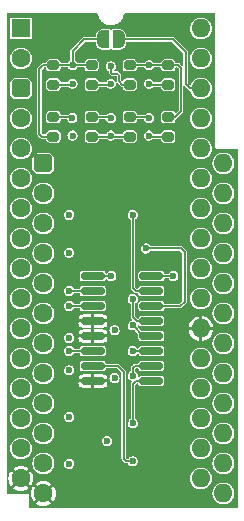
<source format=gtl>
%TF.GenerationSoftware,KiCad,Pcbnew,(6.0.1)*%
%TF.CreationDate,2022-02-10T14:07:36-05:00*%
%TF.ProjectId,23XX-Adapter,32335858-2d41-4646-9170-7465722e6b69,1*%
%TF.SameCoordinates,Original*%
%TF.FileFunction,Copper,L1,Top*%
%TF.FilePolarity,Positive*%
%FSLAX46Y46*%
G04 Gerber Fmt 4.6, Leading zero omitted, Abs format (unit mm)*
G04 Created by KiCad (PCBNEW (6.0.1)) date 2022-02-10 14:07:36*
%MOMM*%
%LPD*%
G01*
G04 APERTURE LIST*
G04 Aperture macros list*
%AMRoundRect*
0 Rectangle with rounded corners*
0 $1 Rounding radius*
0 $2 $3 $4 $5 $6 $7 $8 $9 X,Y pos of 4 corners*
0 Add a 4 corners polygon primitive as box body*
4,1,4,$2,$3,$4,$5,$6,$7,$8,$9,$2,$3,0*
0 Add four circle primitives for the rounded corners*
1,1,$1+$1,$2,$3*
1,1,$1+$1,$4,$5*
1,1,$1+$1,$6,$7*
1,1,$1+$1,$8,$9*
0 Add four rect primitives between the rounded corners*
20,1,$1+$1,$2,$3,$4,$5,0*
20,1,$1+$1,$4,$5,$6,$7,0*
20,1,$1+$1,$6,$7,$8,$9,0*
20,1,$1+$1,$8,$9,$2,$3,0*%
%AMOutline5P*
0 Free polygon, 5 corners , with rotation*
0 The origin of the aperture is its center*
0 number of corners: always 5*
0 $1 to $10 corner X, Y*
0 $11 Rotation angle, in degrees counterclockwise*
0 create outline with 5 corners*
4,1,5,$1,$2,$3,$4,$5,$6,$7,$8,$9,$10,$1,$2,$11*%
%AMOutline6P*
0 Free polygon, 6 corners , with rotation*
0 The origin of the aperture is its center*
0 number of corners: always 6*
0 $1 to $12 corner X, Y*
0 $13 Rotation angle, in degrees counterclockwise*
0 create outline with 6 corners*
4,1,6,$1,$2,$3,$4,$5,$6,$7,$8,$9,$10,$11,$12,$1,$2,$13*%
%AMOutline7P*
0 Free polygon, 7 corners , with rotation*
0 The origin of the aperture is its center*
0 number of corners: always 7*
0 $1 to $14 corner X, Y*
0 $15 Rotation angle, in degrees counterclockwise*
0 create outline with 7 corners*
4,1,7,$1,$2,$3,$4,$5,$6,$7,$8,$9,$10,$11,$12,$13,$14,$1,$2,$15*%
%AMOutline8P*
0 Free polygon, 8 corners , with rotation*
0 The origin of the aperture is its center*
0 number of corners: always 8*
0 $1 to $16 corner X, Y*
0 $17 Rotation angle, in degrees counterclockwise*
0 create outline with 8 corners*
4,1,8,$1,$2,$3,$4,$5,$6,$7,$8,$9,$10,$11,$12,$13,$14,$15,$16,$1,$2,$17*%
%AMFreePoly0*
4,1,22,0.500000,-0.750000,0.000000,-0.750000,0.000000,-0.745033,-0.079941,-0.743568,-0.215256,-0.701293,-0.333266,-0.622738,-0.424486,-0.514219,-0.481581,-0.384460,-0.499164,-0.250000,-0.500000,-0.250000,-0.500000,0.250000,-0.499164,0.250000,-0.499963,0.256109,-0.478152,0.396186,-0.417904,0.524511,-0.324060,0.630769,-0.204165,0.706417,-0.067858,0.745374,0.000000,0.744959,0.000000,0.750000,
0.500000,0.750000,0.500000,-0.750000,0.500000,-0.750000,$1*%
%AMFreePoly1*
4,1,20,0.000000,0.744959,0.073905,0.744508,0.209726,0.703889,0.328688,0.626782,0.421226,0.519385,0.479903,0.390333,0.500000,0.250000,0.500000,-0.250000,0.499851,-0.262216,0.476331,-0.402017,0.414519,-0.529596,0.319384,-0.634700,0.198574,-0.708877,0.061801,-0.746166,0.000000,-0.745033,0.000000,-0.750000,-0.500000,-0.750000,-0.500000,0.750000,0.000000,0.750000,0.000000,0.744959,
0.000000,0.744959,$1*%
G04 Aperture macros list end*
%TA.AperFunction,SMDPad,CuDef*%
%ADD10RoundRect,0.200000X0.275000X-0.200000X0.275000X0.200000X-0.275000X0.200000X-0.275000X-0.200000X0*%
%TD*%
%TA.AperFunction,SMDPad,CuDef*%
%ADD11FreePoly0,180.000000*%
%TD*%
%TA.AperFunction,SMDPad,CuDef*%
%ADD12FreePoly1,180.000000*%
%TD*%
%TA.AperFunction,SMDPad,CuDef*%
%ADD13RoundRect,0.150000X-0.825000X-0.150000X0.825000X-0.150000X0.825000X0.150000X-0.825000X0.150000X0*%
%TD*%
%TA.AperFunction,ComponentPad*%
%ADD14R,1.600000X1.600000*%
%TD*%
%TA.AperFunction,ComponentPad*%
%ADD15C,1.600000*%
%TD*%
%TA.AperFunction,ComponentPad*%
%ADD16Outline8P,-0.800000X0.480000X-0.480000X0.800000X0.480000X0.800000X0.800000X0.480000X0.800000X-0.480000X0.480000X-0.800000X-0.480000X-0.800000X-0.800000X-0.480000X0.000000*%
%TD*%
%TA.AperFunction,ComponentPad*%
%ADD17O,1.600000X1.600000*%
%TD*%
%TA.AperFunction,ViaPad*%
%ADD18C,0.600000*%
%TD*%
%TA.AperFunction,Conductor*%
%ADD19C,0.127000*%
%TD*%
G04 APERTURE END LIST*
D10*
X142800000Y-79130000D03*
X142800000Y-77480000D03*
X142800000Y-83525000D03*
X142800000Y-81875000D03*
X152514000Y-79130000D03*
X152514000Y-77480000D03*
X146038000Y-79130000D03*
X146038000Y-77480000D03*
X146038000Y-83525000D03*
X146038000Y-81875000D03*
X149276000Y-83525000D03*
X149276000Y-81875000D03*
X149276000Y-79130000D03*
X149276000Y-77480000D03*
D11*
X148307000Y-75300000D03*
D12*
X147007000Y-75300000D03*
D10*
X152514000Y-83525000D03*
X152514000Y-81875000D03*
D13*
X146142500Y-95330000D03*
X146142500Y-96600000D03*
X146142500Y-97870000D03*
X146142500Y-99140000D03*
X146142500Y-100410000D03*
X146142500Y-101680000D03*
X146142500Y-102950000D03*
X146142500Y-104220000D03*
X151092500Y-104220000D03*
X151092500Y-102950000D03*
X151092500Y-101680000D03*
X151092500Y-100410000D03*
X151092500Y-99140000D03*
X151092500Y-97870000D03*
X151092500Y-96600000D03*
X151092500Y-95330000D03*
D14*
X140045000Y-74375000D03*
D15*
X140045000Y-76915000D03*
D16*
X140045000Y-79455000D03*
D15*
X140045000Y-81995000D03*
X140045000Y-84535000D03*
X140045000Y-87075000D03*
X140045000Y-89615000D03*
X140045000Y-92155000D03*
X140045000Y-94695000D03*
X140045000Y-97235000D03*
X140045000Y-99775000D03*
X140045000Y-102315000D03*
X140045000Y-104855000D03*
X140045000Y-107395000D03*
X140045000Y-109935000D03*
X140045000Y-112475000D03*
D17*
X155285000Y-112475000D03*
X155285000Y-109935000D03*
X155285000Y-107395000D03*
X155285000Y-104855000D03*
X155285000Y-102315000D03*
X155285000Y-99775000D03*
X155285000Y-97235000D03*
X155285000Y-94695000D03*
X155285000Y-92155000D03*
X155285000Y-89615000D03*
X155285000Y-87075000D03*
X155285000Y-84535000D03*
X155285000Y-81995000D03*
X155285000Y-79455000D03*
X155285000Y-76915000D03*
X155285000Y-74375000D03*
D16*
X141950000Y-85805000D03*
D15*
X141950000Y-88345000D03*
X141950000Y-90885000D03*
X141950000Y-93425000D03*
X141950000Y-95965000D03*
X141950000Y-98505000D03*
X141950000Y-101045000D03*
X141950000Y-103585000D03*
X141950000Y-106125000D03*
X141950000Y-108665000D03*
X141950000Y-111205000D03*
X141950000Y-113745000D03*
D17*
X157190000Y-113745000D03*
X157190000Y-111205000D03*
X157190000Y-108665000D03*
X157190000Y-106125000D03*
X157190000Y-103585000D03*
X157190000Y-101045000D03*
X157190000Y-98505000D03*
X157190000Y-95965000D03*
X157190000Y-93425000D03*
X157190000Y-90885000D03*
X157190000Y-88345000D03*
X157190000Y-85805000D03*
D18*
X144131750Y-100583997D03*
X144418999Y-83437500D03*
X144400000Y-81962500D03*
X144131750Y-111242852D03*
X147656999Y-81962500D03*
X150894999Y-81962500D03*
X150894999Y-83437500D03*
X144418999Y-79042500D03*
X147656999Y-79042500D03*
X147656999Y-77567500D03*
X150894999Y-79042500D03*
X149517499Y-90144999D03*
X150650000Y-93000000D03*
X149517499Y-97274999D03*
X149517499Y-99514999D03*
X149517499Y-101680000D03*
X149517499Y-103770000D03*
X149517499Y-107800000D03*
X149517499Y-111010000D03*
X147968748Y-99921497D03*
X147700000Y-95330000D03*
X147968748Y-103975924D03*
X144131750Y-96600000D03*
X144131750Y-90157571D03*
X144131750Y-103313424D03*
X147337499Y-109305352D03*
X144131750Y-107278137D03*
X144131750Y-97870000D03*
X144131750Y-93367571D03*
X150894999Y-77480000D03*
X144131750Y-101680000D03*
X152951999Y-95330000D03*
X144418999Y-77480000D03*
X147656999Y-83437500D03*
D19*
X142800000Y-81875000D02*
X144312500Y-81875000D01*
X144312500Y-81875000D02*
X144400000Y-81962500D01*
X146038000Y-81875000D02*
X147569499Y-81875000D01*
X147569499Y-81875000D02*
X147656999Y-81962500D01*
X150807499Y-81875000D02*
X150894999Y-81962500D01*
X149276000Y-81875000D02*
X150807499Y-81875000D01*
X150982499Y-83525000D02*
X150894999Y-83437500D01*
X152514000Y-83525000D02*
X150982499Y-83525000D01*
X142800000Y-79130000D02*
X144331499Y-79130000D01*
X144331499Y-79130000D02*
X144418999Y-79042500D01*
X147569499Y-79130000D02*
X147656999Y-79042500D01*
X146038000Y-79130000D02*
X147569499Y-79130000D01*
X148307000Y-75300000D02*
X152900000Y-75300000D01*
X154000000Y-76400000D02*
X154000000Y-79100000D01*
X154355000Y-79455000D02*
X155285000Y-79455000D01*
X152900000Y-75300000D02*
X154000000Y-76400000D01*
X154000000Y-79100000D02*
X154355000Y-79455000D01*
X148350000Y-78350000D02*
X148200000Y-78200000D01*
X147750000Y-78200000D02*
X147656999Y-78106999D01*
X148630000Y-79130000D02*
X148350000Y-78850000D01*
X149276000Y-79130000D02*
X148630000Y-79130000D01*
X147656999Y-78106999D02*
X147656999Y-77567500D01*
X148200000Y-78200000D02*
X147750000Y-78200000D01*
X148350000Y-78850000D02*
X148350000Y-78350000D01*
X150982499Y-79130000D02*
X150894999Y-79042500D01*
X152514000Y-79130000D02*
X150982499Y-79130000D01*
X149800000Y-96600000D02*
X149517499Y-96317499D01*
X151092500Y-96600000D02*
X149800000Y-96600000D01*
X149517499Y-96317499D02*
X149517499Y-90144999D01*
X153600000Y-93000000D02*
X153900000Y-93300000D01*
X153900000Y-93300000D02*
X153900000Y-97500000D01*
X153900000Y-97500000D02*
X153530000Y-97870000D01*
X153530000Y-97870000D02*
X151092500Y-97870000D01*
X150650000Y-93000000D02*
X153600000Y-93000000D01*
X149517499Y-98817499D02*
X149517499Y-97274999D01*
X151092500Y-99140000D02*
X149840000Y-99140000D01*
X149840000Y-99140000D02*
X149517499Y-98817499D01*
X150412500Y-100410000D02*
X149517499Y-99514999D01*
X151092500Y-101680000D02*
X149517499Y-101680000D01*
X151092500Y-102950000D02*
X149700000Y-102950000D01*
X149517499Y-103132501D02*
X149517499Y-103770000D01*
X149700000Y-102950000D02*
X149517499Y-103132501D01*
X149517499Y-107800000D02*
X149517499Y-104482501D01*
X149517499Y-104482501D02*
X149780000Y-104220000D01*
X149780000Y-104220000D02*
X151092500Y-104220000D01*
X146142500Y-102950000D02*
X148250000Y-102950000D01*
X148743123Y-103443123D02*
X148743123Y-110793123D01*
X148250000Y-102950000D02*
X148743123Y-103443123D01*
X148960000Y-111010000D02*
X149517499Y-111010000D01*
X148743123Y-110793123D02*
X148960000Y-111010000D01*
X146142500Y-95330000D02*
X147700000Y-95330000D01*
X144250000Y-96600000D02*
X146142500Y-96600000D01*
X144131750Y-97870000D02*
X146142500Y-97870000D01*
X149276000Y-83525000D02*
X147744499Y-83525000D01*
X153600000Y-81400000D02*
X153600000Y-77700000D01*
X153125000Y-81875000D02*
X153600000Y-81400000D01*
X153380000Y-77480000D02*
X152514000Y-77480000D01*
X147744499Y-83525000D02*
X147656999Y-83437500D01*
X142800000Y-77480000D02*
X141920000Y-77480000D01*
X142800000Y-77480000D02*
X144418999Y-77480000D01*
X150894999Y-77480000D02*
X149276000Y-77480000D01*
X145400000Y-75300000D02*
X144418999Y-76281001D01*
X146038000Y-83525000D02*
X147569499Y-83525000D01*
X147007000Y-75300000D02*
X145400000Y-75300000D01*
X152514000Y-81875000D02*
X153125000Y-81875000D01*
X146142500Y-101680000D02*
X144131750Y-101680000D01*
X153600000Y-77700000D02*
X153380000Y-77480000D01*
X141600000Y-83300000D02*
X141825000Y-83525000D01*
X141825000Y-83525000D02*
X142800000Y-83525000D01*
X141920000Y-77480000D02*
X141600000Y-77800000D01*
X151092500Y-95330000D02*
X152951999Y-95330000D01*
X141600000Y-77800000D02*
X141600000Y-83300000D01*
X147569499Y-83525000D02*
X147656999Y-83437500D01*
X144418999Y-76281001D02*
X144418999Y-77480000D01*
X152514000Y-77480000D02*
X150894999Y-77480000D01*
X146038000Y-77480000D02*
X144418999Y-77480000D01*
%TA.AperFunction,Conductor*%
G36*
X146558161Y-73118306D02*
G01*
X146576200Y-73156732D01*
X146579097Y-73187990D01*
X146634886Y-73384068D01*
X146636169Y-73386645D01*
X146636170Y-73386647D01*
X146682485Y-73479659D01*
X146725754Y-73566556D01*
X146848607Y-73729240D01*
X146850738Y-73731182D01*
X146850741Y-73731186D01*
X146923934Y-73797910D01*
X146999262Y-73866580D01*
X147172587Y-73973899D01*
X147175278Y-73974941D01*
X147175281Y-73974943D01*
X147221477Y-73992839D01*
X147362681Y-74047541D01*
X147563070Y-74085000D01*
X147766930Y-74085000D01*
X147967319Y-74047541D01*
X148108523Y-73992839D01*
X148154719Y-73974943D01*
X148154722Y-73974941D01*
X148157413Y-73973899D01*
X148330738Y-73866580D01*
X148406066Y-73797910D01*
X148479259Y-73731186D01*
X148479262Y-73731182D01*
X148481393Y-73729240D01*
X148604246Y-73566556D01*
X148647515Y-73479659D01*
X148693830Y-73386647D01*
X148693831Y-73386645D01*
X148695114Y-73384068D01*
X148750903Y-73187990D01*
X148753800Y-73156732D01*
X148776106Y-73114416D01*
X148816033Y-73100000D01*
X156437500Y-73100000D01*
X156481694Y-73118306D01*
X156500000Y-73162500D01*
X156500000Y-84384123D01*
X156499955Y-84435449D01*
X156503002Y-84441794D01*
X156503002Y-84441795D01*
X156506958Y-84450034D01*
X156511552Y-84463188D01*
X156515150Y-84478962D01*
X156519537Y-84484467D01*
X156525089Y-84491435D01*
X156532549Y-84503328D01*
X156539453Y-84517705D01*
X156544950Y-84522101D01*
X156544951Y-84522102D01*
X156552092Y-84527813D01*
X156561935Y-84537673D01*
X156572015Y-84550323D01*
X156578352Y-84553380D01*
X156578355Y-84553382D01*
X156586378Y-84557251D01*
X156598261Y-84564734D01*
X156610715Y-84574694D01*
X156617572Y-84576271D01*
X156617577Y-84576273D01*
X156626489Y-84578322D01*
X156639634Y-84582938D01*
X156654202Y-84589965D01*
X156675886Y-84589984D01*
X156677201Y-84589985D01*
X156677217Y-84589986D01*
X156677277Y-84590000D01*
X156694123Y-84590000D01*
X156745192Y-84590045D01*
X156745449Y-84590045D01*
X156745528Y-84590007D01*
X156745593Y-84590000D01*
X158342500Y-84590000D01*
X158386694Y-84608306D01*
X158405000Y-84652500D01*
X158405000Y-114897500D01*
X158386694Y-114941694D01*
X158342500Y-114960000D01*
X140797500Y-114960000D01*
X140753306Y-114941694D01*
X140735000Y-114897500D01*
X140735000Y-114575308D01*
X141304446Y-114575308D01*
X141307250Y-114582077D01*
X141343228Y-114612697D01*
X141348227Y-114616171D01*
X141523324Y-114714030D01*
X141528895Y-114716464D01*
X141719661Y-114778448D01*
X141725618Y-114779757D01*
X141924785Y-114803506D01*
X141930865Y-114803634D01*
X142130863Y-114788245D01*
X142136855Y-114787188D01*
X142330058Y-114733245D01*
X142335721Y-114731048D01*
X142514774Y-114640602D01*
X142519896Y-114637352D01*
X142590296Y-114582349D01*
X142594980Y-114574069D01*
X142593260Y-114567865D01*
X141958790Y-113933395D01*
X141950000Y-113929754D01*
X141941210Y-113933395D01*
X141308087Y-114566518D01*
X141304446Y-114575308D01*
X140735000Y-114575308D01*
X140735000Y-113955877D01*
X140735039Y-113911589D01*
X140735039Y-113911588D01*
X140735045Y-113904551D01*
X140731998Y-113898205D01*
X140728042Y-113889966D01*
X140723448Y-113876812D01*
X140721415Y-113867901D01*
X140719850Y-113861038D01*
X140709911Y-113848565D01*
X140702450Y-113836671D01*
X140698593Y-113828639D01*
X140695547Y-113822295D01*
X140690049Y-113817898D01*
X140682908Y-113812187D01*
X140673065Y-113802327D01*
X140662985Y-113789677D01*
X140656648Y-113786620D01*
X140656645Y-113786618D01*
X140648622Y-113782749D01*
X140636738Y-113775265D01*
X140629782Y-113769702D01*
X140624285Y-113765306D01*
X140617428Y-113763729D01*
X140617423Y-113763727D01*
X140608511Y-113761678D01*
X140595366Y-113757062D01*
X140580798Y-113750035D01*
X140559114Y-113750016D01*
X140557799Y-113750015D01*
X140557783Y-113750014D01*
X140557723Y-113750000D01*
X140540877Y-113750000D01*
X140489808Y-113749955D01*
X140489551Y-113749955D01*
X140489472Y-113749993D01*
X140489407Y-113750000D01*
X138892500Y-113750000D01*
X138852087Y-113733260D01*
X140891259Y-113733260D01*
X140908044Y-113933147D01*
X140909140Y-113939121D01*
X140964434Y-114131950D01*
X140966667Y-114137592D01*
X141058364Y-114316014D01*
X141061649Y-114321112D01*
X141112571Y-114385359D01*
X141120885Y-114389987D01*
X141127210Y-114388185D01*
X141761605Y-113753790D01*
X141765246Y-113745000D01*
X142134754Y-113745000D01*
X142138395Y-113753790D01*
X142771747Y-114387142D01*
X142779288Y-114390265D01*
X142789441Y-114385617D01*
X142813439Y-114357814D01*
X142816950Y-114352837D01*
X142916024Y-114178437D01*
X142918501Y-114172873D01*
X142981818Y-113982537D01*
X142983164Y-113976613D01*
X143008467Y-113776314D01*
X143008711Y-113772819D01*
X143009076Y-113746738D01*
X143009003Y-113745000D01*
X156257391Y-113745000D01*
X156277771Y-113938900D01*
X156278784Y-113942017D01*
X156278784Y-113942018D01*
X156337006Y-114121210D01*
X156337008Y-114121215D01*
X156338019Y-114124326D01*
X156352822Y-114149965D01*
X156433865Y-114290338D01*
X156433868Y-114290342D01*
X156435503Y-114293174D01*
X156437694Y-114295608D01*
X156437696Y-114295610D01*
X156522674Y-114389987D01*
X156565963Y-114438064D01*
X156723695Y-114552663D01*
X156901808Y-114631964D01*
X156905012Y-114632645D01*
X157089315Y-114671820D01*
X157089319Y-114671820D01*
X157092516Y-114672500D01*
X157287484Y-114672500D01*
X157290681Y-114671820D01*
X157290685Y-114671820D01*
X157474988Y-114632645D01*
X157478192Y-114631964D01*
X157656305Y-114552663D01*
X157814037Y-114438064D01*
X157857326Y-114389987D01*
X157942304Y-114295610D01*
X157942306Y-114295608D01*
X157944497Y-114293174D01*
X157946132Y-114290342D01*
X157946135Y-114290338D01*
X158027178Y-114149965D01*
X158041981Y-114124326D01*
X158042992Y-114121215D01*
X158042994Y-114121210D01*
X158101216Y-113942018D01*
X158101216Y-113942017D01*
X158102229Y-113938900D01*
X158122609Y-113745000D01*
X158102229Y-113551100D01*
X158096554Y-113533634D01*
X158042994Y-113368790D01*
X158042992Y-113368785D01*
X158041981Y-113365674D01*
X158007129Y-113305308D01*
X157946135Y-113199662D01*
X157946132Y-113199658D01*
X157944497Y-113196826D01*
X157920330Y-113169985D01*
X157816226Y-113054367D01*
X157816225Y-113054366D01*
X157814037Y-113051936D01*
X157656305Y-112937337D01*
X157478192Y-112858036D01*
X157446078Y-112851210D01*
X157290685Y-112818180D01*
X157290681Y-112818180D01*
X157287484Y-112817500D01*
X157092516Y-112817500D01*
X157089319Y-112818180D01*
X157089315Y-112818180D01*
X156933922Y-112851210D01*
X156901808Y-112858036D01*
X156723696Y-112937337D01*
X156721051Y-112939259D01*
X156721047Y-112939261D01*
X156568612Y-113050011D01*
X156568610Y-113050013D01*
X156565963Y-113051936D01*
X156504439Y-113120265D01*
X156461401Y-113168064D01*
X156435503Y-113196826D01*
X156433868Y-113199658D01*
X156433865Y-113199662D01*
X156372871Y-113305308D01*
X156338019Y-113365674D01*
X156337008Y-113368785D01*
X156337006Y-113368790D01*
X156283446Y-113533634D01*
X156277771Y-113551100D01*
X156257391Y-113745000D01*
X143009003Y-113745000D01*
X143008931Y-113743272D01*
X142989228Y-113542326D01*
X142988046Y-113536358D01*
X142930071Y-113344336D01*
X142927751Y-113338708D01*
X142833582Y-113161601D01*
X142830216Y-113156536D01*
X142787696Y-113104401D01*
X142779317Y-113099890D01*
X142772742Y-113101863D01*
X142138395Y-113736210D01*
X142134754Y-113745000D01*
X141765246Y-113745000D01*
X141761605Y-113736210D01*
X141128674Y-113103279D01*
X141119884Y-113099638D01*
X141113262Y-113102381D01*
X141078086Y-113144302D01*
X141074649Y-113149323D01*
X140978018Y-113325095D01*
X140975619Y-113330693D01*
X140914969Y-113521886D01*
X140913703Y-113527840D01*
X140891344Y-113727171D01*
X140891259Y-113733260D01*
X138852087Y-113733260D01*
X138848306Y-113731694D01*
X138830000Y-113687500D01*
X138830000Y-113305308D01*
X139399446Y-113305308D01*
X139402250Y-113312077D01*
X139438228Y-113342697D01*
X139443227Y-113346171D01*
X139618324Y-113444030D01*
X139623895Y-113446464D01*
X139814661Y-113508448D01*
X139820618Y-113509757D01*
X140019785Y-113533506D01*
X140025865Y-113533634D01*
X140225863Y-113518245D01*
X140231855Y-113517188D01*
X140425058Y-113463245D01*
X140430721Y-113461048D01*
X140609774Y-113370602D01*
X140614896Y-113367352D01*
X140685296Y-113312349D01*
X140689980Y-113304069D01*
X140688260Y-113297865D01*
X140053790Y-112663395D01*
X140045000Y-112659754D01*
X140036210Y-112663395D01*
X139403087Y-113296518D01*
X139399446Y-113305308D01*
X138830000Y-113305308D01*
X138830000Y-112463260D01*
X138986259Y-112463260D01*
X139003044Y-112663147D01*
X139004140Y-112669121D01*
X139059434Y-112861950D01*
X139061667Y-112867592D01*
X139153364Y-113046014D01*
X139156649Y-113051112D01*
X139207571Y-113115359D01*
X139215885Y-113119987D01*
X139222210Y-113118185D01*
X139856605Y-112483790D01*
X139860246Y-112475000D01*
X140229754Y-112475000D01*
X140233395Y-112483790D01*
X140866747Y-113117142D01*
X140874288Y-113120265D01*
X140884441Y-113115617D01*
X140908439Y-113087814D01*
X140911950Y-113082837D01*
X141006840Y-112915802D01*
X141304971Y-112915802D01*
X141306857Y-112922252D01*
X141941210Y-113556605D01*
X141950000Y-113560246D01*
X141958790Y-113556605D01*
X142591564Y-112923831D01*
X142595205Y-112915041D01*
X142592520Y-112908560D01*
X142544598Y-112868916D01*
X142539549Y-112865511D01*
X142363112Y-112770112D01*
X142357494Y-112767750D01*
X142165877Y-112708434D01*
X142159928Y-112707213D01*
X141960426Y-112686245D01*
X141954357Y-112686202D01*
X141754582Y-112704384D01*
X141748615Y-112705522D01*
X141556190Y-112762156D01*
X141550544Y-112764437D01*
X141372782Y-112857368D01*
X141367694Y-112860698D01*
X141309541Y-112907455D01*
X141304971Y-112915802D01*
X141006840Y-112915802D01*
X141011024Y-112908437D01*
X141013501Y-112902873D01*
X141076818Y-112712537D01*
X141078164Y-112706613D01*
X141103467Y-112506314D01*
X141103711Y-112502819D01*
X141104076Y-112476738D01*
X141104003Y-112475000D01*
X154352391Y-112475000D01*
X154372771Y-112668900D01*
X154373784Y-112672017D01*
X154373784Y-112672018D01*
X154432006Y-112851210D01*
X154432008Y-112851215D01*
X154433019Y-112854326D01*
X154436698Y-112860698D01*
X154528865Y-113020338D01*
X154528868Y-113020342D01*
X154530503Y-113023174D01*
X154532694Y-113025608D01*
X154532696Y-113025610D01*
X154644088Y-113149323D01*
X154660963Y-113168064D01*
X154818695Y-113282663D01*
X154996808Y-113361964D01*
X155000012Y-113362645D01*
X155184315Y-113401820D01*
X155184319Y-113401820D01*
X155187516Y-113402500D01*
X155382484Y-113402500D01*
X155385681Y-113401820D01*
X155385685Y-113401820D01*
X155569988Y-113362645D01*
X155573192Y-113361964D01*
X155751305Y-113282663D01*
X155909037Y-113168064D01*
X155925912Y-113149323D01*
X156037304Y-113025610D01*
X156037306Y-113025608D01*
X156039497Y-113023174D01*
X156041132Y-113020342D01*
X156041135Y-113020338D01*
X156133302Y-112860698D01*
X156136981Y-112854326D01*
X156137992Y-112851215D01*
X156137994Y-112851210D01*
X156196216Y-112672018D01*
X156196216Y-112672017D01*
X156197229Y-112668900D01*
X156217609Y-112475000D01*
X156197229Y-112281100D01*
X156192439Y-112266358D01*
X156137994Y-112098790D01*
X156137992Y-112098785D01*
X156136981Y-112095674D01*
X156087945Y-112010741D01*
X156041135Y-111929662D01*
X156041132Y-111929658D01*
X156039497Y-111926826D01*
X156015330Y-111899985D01*
X155911226Y-111784367D01*
X155911225Y-111784366D01*
X155909037Y-111781936D01*
X155751305Y-111667337D01*
X155573192Y-111588036D01*
X155541078Y-111581210D01*
X155385685Y-111548180D01*
X155385681Y-111548180D01*
X155382484Y-111547500D01*
X155187516Y-111547500D01*
X155184319Y-111548180D01*
X155184315Y-111548180D01*
X155028922Y-111581210D01*
X154996808Y-111588036D01*
X154818696Y-111667337D01*
X154816051Y-111669259D01*
X154816047Y-111669261D01*
X154663612Y-111780011D01*
X154663610Y-111780013D01*
X154660963Y-111781936D01*
X154613723Y-111834401D01*
X154556401Y-111898064D01*
X154530503Y-111926826D01*
X154528868Y-111929658D01*
X154528865Y-111929662D01*
X154482055Y-112010741D01*
X154433019Y-112095674D01*
X154432008Y-112098785D01*
X154432006Y-112098790D01*
X154377561Y-112266358D01*
X154372771Y-112281100D01*
X154352391Y-112475000D01*
X141104003Y-112475000D01*
X141103931Y-112473272D01*
X141084228Y-112272326D01*
X141083046Y-112266358D01*
X141025071Y-112074336D01*
X141022751Y-112068708D01*
X140928582Y-111891601D01*
X140925216Y-111886536D01*
X140882696Y-111834401D01*
X140874317Y-111829890D01*
X140867742Y-111831863D01*
X140233395Y-112466210D01*
X140229754Y-112475000D01*
X139860246Y-112475000D01*
X139856605Y-112466210D01*
X139223674Y-111833279D01*
X139214884Y-111829638D01*
X139208262Y-111832381D01*
X139173086Y-111874302D01*
X139169649Y-111879323D01*
X139073018Y-112055095D01*
X139070619Y-112060693D01*
X139009969Y-112251886D01*
X139008703Y-112257840D01*
X138986344Y-112457171D01*
X138986259Y-112463260D01*
X138830000Y-112463260D01*
X138830000Y-111645802D01*
X139399971Y-111645802D01*
X139401857Y-111652252D01*
X140036210Y-112286605D01*
X140045000Y-112290246D01*
X140053790Y-112286605D01*
X140686564Y-111653831D01*
X140690205Y-111645041D01*
X140687520Y-111638560D01*
X140639598Y-111598916D01*
X140634549Y-111595511D01*
X140458112Y-111500112D01*
X140452494Y-111497750D01*
X140260877Y-111438434D01*
X140254928Y-111437213D01*
X140055426Y-111416245D01*
X140049357Y-111416202D01*
X139849582Y-111434384D01*
X139843615Y-111435522D01*
X139651190Y-111492156D01*
X139645544Y-111494437D01*
X139467782Y-111587368D01*
X139462694Y-111590698D01*
X139404541Y-111637455D01*
X139399971Y-111645802D01*
X138830000Y-111645802D01*
X138830000Y-111205000D01*
X141017391Y-111205000D01*
X141037771Y-111398900D01*
X141038784Y-111402017D01*
X141038784Y-111402018D01*
X141097006Y-111581210D01*
X141097008Y-111581215D01*
X141098019Y-111584326D01*
X141101698Y-111590698D01*
X141193865Y-111750338D01*
X141193868Y-111750342D01*
X141195503Y-111753174D01*
X141197694Y-111755608D01*
X141197696Y-111755610D01*
X141309088Y-111879323D01*
X141325963Y-111898064D01*
X141483695Y-112012663D01*
X141661808Y-112091964D01*
X141665012Y-112092645D01*
X141849315Y-112131820D01*
X141849319Y-112131820D01*
X141852516Y-112132500D01*
X142047484Y-112132500D01*
X142050681Y-112131820D01*
X142050685Y-112131820D01*
X142234988Y-112092645D01*
X142238192Y-112091964D01*
X142416305Y-112012663D01*
X142574037Y-111898064D01*
X142590912Y-111879323D01*
X142702304Y-111755610D01*
X142702306Y-111755608D01*
X142704497Y-111753174D01*
X142706132Y-111750342D01*
X142706135Y-111750338D01*
X142798302Y-111590698D01*
X142801981Y-111584326D01*
X142802992Y-111581215D01*
X142802994Y-111581210D01*
X142861216Y-111402018D01*
X142861216Y-111402017D01*
X142862229Y-111398900D01*
X142879185Y-111237576D01*
X143699886Y-111237576D01*
X143700463Y-111241989D01*
X143700463Y-111241990D01*
X143705005Y-111276722D01*
X143715764Y-111358997D01*
X143717557Y-111363072D01*
X143732642Y-111397354D01*
X143765083Y-111471082D01*
X143843877Y-111564820D01*
X143847582Y-111567286D01*
X143847584Y-111567288D01*
X143926584Y-111619874D01*
X143945814Y-111632675D01*
X144062698Y-111669192D01*
X144067148Y-111669274D01*
X144067151Y-111669274D01*
X144116824Y-111670184D01*
X144185133Y-111671436D01*
X144255501Y-111652252D01*
X144298976Y-111640400D01*
X144298979Y-111640399D01*
X144303277Y-111639227D01*
X144307073Y-111636896D01*
X144307076Y-111636895D01*
X144403833Y-111577485D01*
X144407631Y-111575153D01*
X144489808Y-111484365D01*
X144543201Y-111374163D01*
X144545753Y-111358997D01*
X144563117Y-111255780D01*
X144563517Y-111253404D01*
X144563646Y-111242852D01*
X144546286Y-111121633D01*
X144501408Y-111022928D01*
X144497446Y-111014214D01*
X144497445Y-111014212D01*
X144495602Y-111010159D01*
X144415668Y-110917391D01*
X144312910Y-110850787D01*
X144195588Y-110815700D01*
X144134361Y-110815326D01*
X144077588Y-110814979D01*
X144077587Y-110814979D01*
X144073135Y-110814952D01*
X143955394Y-110848603D01*
X143851830Y-110913947D01*
X143848887Y-110917279D01*
X143848885Y-110917281D01*
X143816266Y-110954215D01*
X143770768Y-111005731D01*
X143768876Y-111009761D01*
X143720618Y-111112547D01*
X143720617Y-111112550D01*
X143718726Y-111116578D01*
X143699886Y-111237576D01*
X142879185Y-111237576D01*
X142882609Y-111205000D01*
X142862229Y-111011100D01*
X142843573Y-110953681D01*
X142802994Y-110828790D01*
X142802992Y-110828785D01*
X142801981Y-110825674D01*
X142722446Y-110687914D01*
X142706135Y-110659662D01*
X142706132Y-110659658D01*
X142704497Y-110656826D01*
X142680330Y-110629985D01*
X142576226Y-110514367D01*
X142576225Y-110514366D01*
X142574037Y-110511936D01*
X142416305Y-110397337D01*
X142238192Y-110318036D01*
X142206078Y-110311210D01*
X142050685Y-110278180D01*
X142050681Y-110278180D01*
X142047484Y-110277500D01*
X141852516Y-110277500D01*
X141849319Y-110278180D01*
X141849315Y-110278180D01*
X141693922Y-110311210D01*
X141661808Y-110318036D01*
X141483696Y-110397337D01*
X141481051Y-110399259D01*
X141481047Y-110399261D01*
X141328612Y-110510011D01*
X141328610Y-110510013D01*
X141325963Y-110511936D01*
X141247962Y-110598565D01*
X141221401Y-110628064D01*
X141195503Y-110656826D01*
X141193868Y-110659658D01*
X141193865Y-110659662D01*
X141177554Y-110687914D01*
X141098019Y-110825674D01*
X141097008Y-110828785D01*
X141097006Y-110828790D01*
X141056427Y-110953681D01*
X141037771Y-111011100D01*
X141017391Y-111205000D01*
X138830000Y-111205000D01*
X138830000Y-109935000D01*
X139112391Y-109935000D01*
X139132771Y-110128900D01*
X139133784Y-110132017D01*
X139133784Y-110132018D01*
X139192006Y-110311210D01*
X139192008Y-110311215D01*
X139193019Y-110314326D01*
X139218647Y-110358715D01*
X139288865Y-110480338D01*
X139288868Y-110480342D01*
X139290503Y-110483174D01*
X139292694Y-110485608D01*
X139292696Y-110485610D01*
X139379601Y-110582127D01*
X139420963Y-110628064D01*
X139578695Y-110742663D01*
X139756808Y-110821964D01*
X139760012Y-110822645D01*
X139944315Y-110861820D01*
X139944319Y-110861820D01*
X139947516Y-110862500D01*
X140142484Y-110862500D01*
X140145681Y-110861820D01*
X140145685Y-110861820D01*
X140329988Y-110822645D01*
X140333192Y-110821964D01*
X140511305Y-110742663D01*
X140669037Y-110628064D01*
X140710399Y-110582127D01*
X140797304Y-110485610D01*
X140797306Y-110485608D01*
X140799497Y-110483174D01*
X140801132Y-110480342D01*
X140801135Y-110480338D01*
X140871353Y-110358715D01*
X140896981Y-110314326D01*
X140897992Y-110311215D01*
X140897994Y-110311210D01*
X140956216Y-110132018D01*
X140956216Y-110132017D01*
X140957229Y-110128900D01*
X140977609Y-109935000D01*
X140957229Y-109741100D01*
X140944436Y-109701727D01*
X140897994Y-109558790D01*
X140897992Y-109558785D01*
X140896981Y-109555674D01*
X140830584Y-109440670D01*
X140801135Y-109389662D01*
X140801132Y-109389658D01*
X140799497Y-109386826D01*
X140775330Y-109359985D01*
X140671226Y-109244367D01*
X140671225Y-109244366D01*
X140669037Y-109241936D01*
X140511305Y-109127337D01*
X140333192Y-109048036D01*
X140301078Y-109041210D01*
X140145685Y-109008180D01*
X140145681Y-109008180D01*
X140142484Y-109007500D01*
X139947516Y-109007500D01*
X139944319Y-109008180D01*
X139944315Y-109008180D01*
X139788922Y-109041210D01*
X139756808Y-109048036D01*
X139578696Y-109127337D01*
X139576051Y-109129259D01*
X139576047Y-109129261D01*
X139423612Y-109240011D01*
X139423610Y-109240013D01*
X139420963Y-109241936D01*
X139354362Y-109315904D01*
X139316401Y-109358064D01*
X139290503Y-109386826D01*
X139288868Y-109389658D01*
X139288865Y-109389662D01*
X139259416Y-109440670D01*
X139193019Y-109555674D01*
X139192008Y-109558785D01*
X139192006Y-109558790D01*
X139145564Y-109701727D01*
X139132771Y-109741100D01*
X139112391Y-109935000D01*
X138830000Y-109935000D01*
X138830000Y-108665000D01*
X141017391Y-108665000D01*
X141037771Y-108858900D01*
X141038784Y-108862017D01*
X141038784Y-108862018D01*
X141097006Y-109041210D01*
X141097008Y-109041215D01*
X141098019Y-109044326D01*
X141114147Y-109072261D01*
X141193865Y-109210338D01*
X141193868Y-109210342D01*
X141195503Y-109213174D01*
X141197694Y-109215608D01*
X141197696Y-109215610D01*
X141278501Y-109305352D01*
X141325963Y-109358064D01*
X141483695Y-109472663D01*
X141661808Y-109551964D01*
X141665012Y-109552645D01*
X141849315Y-109591820D01*
X141849319Y-109591820D01*
X141852516Y-109592500D01*
X142047484Y-109592500D01*
X142050681Y-109591820D01*
X142050685Y-109591820D01*
X142234988Y-109552645D01*
X142238192Y-109551964D01*
X142416305Y-109472663D01*
X142574037Y-109358064D01*
X142621499Y-109305352D01*
X142626250Y-109300076D01*
X146905635Y-109300076D01*
X146906212Y-109304489D01*
X146906212Y-109304490D01*
X146910754Y-109339222D01*
X146921513Y-109421497D01*
X146970832Y-109533582D01*
X146986856Y-109552645D01*
X147019786Y-109591820D01*
X147049626Y-109627320D01*
X147053331Y-109629786D01*
X147053333Y-109629788D01*
X147065149Y-109637653D01*
X147151563Y-109695175D01*
X147268447Y-109731692D01*
X147272897Y-109731774D01*
X147272900Y-109731774D01*
X147322573Y-109732684D01*
X147390882Y-109733936D01*
X147443587Y-109719567D01*
X147504725Y-109702900D01*
X147504728Y-109702899D01*
X147509026Y-109701727D01*
X147512822Y-109699396D01*
X147512825Y-109699395D01*
X147609582Y-109639985D01*
X147613380Y-109637653D01*
X147695557Y-109546865D01*
X147748950Y-109436663D01*
X147751502Y-109421497D01*
X147768866Y-109318280D01*
X147769266Y-109315904D01*
X147769395Y-109305352D01*
X147752035Y-109184133D01*
X147701351Y-109072659D01*
X147680135Y-109048036D01*
X147624325Y-108983266D01*
X147621417Y-108979891D01*
X147518659Y-108913287D01*
X147401337Y-108878200D01*
X147340111Y-108877826D01*
X147283337Y-108877479D01*
X147283336Y-108877479D01*
X147278884Y-108877452D01*
X147161143Y-108911103D01*
X147057579Y-108976447D01*
X147054636Y-108979779D01*
X147054634Y-108979781D01*
X146994954Y-109047355D01*
X146976517Y-109068231D01*
X146974625Y-109072261D01*
X146926367Y-109175047D01*
X146926366Y-109175050D01*
X146924475Y-109179078D01*
X146905635Y-109300076D01*
X142626250Y-109300076D01*
X142702304Y-109215610D01*
X142702306Y-109215608D01*
X142704497Y-109213174D01*
X142706132Y-109210342D01*
X142706135Y-109210338D01*
X142785853Y-109072261D01*
X142801981Y-109044326D01*
X142802992Y-109041215D01*
X142802994Y-109041210D01*
X142861216Y-108862018D01*
X142861216Y-108862017D01*
X142862229Y-108858900D01*
X142882609Y-108665000D01*
X142862229Y-108471100D01*
X142861216Y-108467982D01*
X142802994Y-108288790D01*
X142802992Y-108288785D01*
X142801981Y-108285674D01*
X142751102Y-108197548D01*
X142706135Y-108119662D01*
X142706132Y-108119658D01*
X142704497Y-108116826D01*
X142680330Y-108089985D01*
X142576226Y-107974367D01*
X142576225Y-107974366D01*
X142574037Y-107971936D01*
X142416305Y-107857337D01*
X142238192Y-107778036D01*
X142206078Y-107771210D01*
X142050685Y-107738180D01*
X142050681Y-107738180D01*
X142047484Y-107737500D01*
X141852516Y-107737500D01*
X141849319Y-107738180D01*
X141849315Y-107738180D01*
X141693922Y-107771210D01*
X141661808Y-107778036D01*
X141483696Y-107857337D01*
X141481051Y-107859259D01*
X141481047Y-107859261D01*
X141328612Y-107970011D01*
X141328610Y-107970013D01*
X141325963Y-107971936D01*
X141272208Y-108031637D01*
X141221401Y-108088064D01*
X141195503Y-108116826D01*
X141193868Y-108119658D01*
X141193865Y-108119662D01*
X141148898Y-108197548D01*
X141098019Y-108285674D01*
X141097008Y-108288785D01*
X141097006Y-108288790D01*
X141038784Y-108467982D01*
X141037771Y-108471100D01*
X141017391Y-108665000D01*
X138830000Y-108665000D01*
X138830000Y-107395000D01*
X139112391Y-107395000D01*
X139132771Y-107588900D01*
X139133784Y-107592017D01*
X139133784Y-107592018D01*
X139192006Y-107771210D01*
X139192008Y-107771215D01*
X139193019Y-107774326D01*
X139202257Y-107790327D01*
X139288865Y-107940338D01*
X139288868Y-107940342D01*
X139290503Y-107943174D01*
X139292694Y-107945608D01*
X139292696Y-107945610D01*
X139318589Y-107974367D01*
X139420963Y-108088064D01*
X139578695Y-108202663D01*
X139756808Y-108281964D01*
X139760012Y-108282645D01*
X139944315Y-108321820D01*
X139944319Y-108321820D01*
X139947516Y-108322500D01*
X140142484Y-108322500D01*
X140145681Y-108321820D01*
X140145685Y-108321820D01*
X140329988Y-108282645D01*
X140333192Y-108281964D01*
X140511305Y-108202663D01*
X140669037Y-108088064D01*
X140771411Y-107974367D01*
X140797304Y-107945610D01*
X140797306Y-107945608D01*
X140799497Y-107943174D01*
X140801132Y-107940342D01*
X140801135Y-107940338D01*
X140887743Y-107790327D01*
X140896981Y-107774326D01*
X140897992Y-107771215D01*
X140897994Y-107771210D01*
X140956216Y-107592018D01*
X140956216Y-107592017D01*
X140957229Y-107588900D01*
X140977609Y-107395000D01*
X140964771Y-107272861D01*
X143699886Y-107272861D01*
X143700463Y-107277274D01*
X143700463Y-107277275D01*
X143705005Y-107312007D01*
X143715764Y-107394282D01*
X143717557Y-107398357D01*
X143750013Y-107472117D01*
X143765083Y-107506367D01*
X143843877Y-107600105D01*
X143847582Y-107602571D01*
X143847584Y-107602573D01*
X143859400Y-107610438D01*
X143945814Y-107667960D01*
X144062698Y-107704477D01*
X144067148Y-107704559D01*
X144067151Y-107704559D01*
X144116824Y-107705469D01*
X144185133Y-107706721D01*
X144237838Y-107692352D01*
X144298976Y-107675685D01*
X144298979Y-107675684D01*
X144303277Y-107674512D01*
X144307073Y-107672181D01*
X144307076Y-107672180D01*
X144403833Y-107612770D01*
X144407631Y-107610438D01*
X144489808Y-107519650D01*
X144543201Y-107409448D01*
X144545085Y-107398254D01*
X144563117Y-107291065D01*
X144563517Y-107288689D01*
X144563646Y-107278137D01*
X144546286Y-107156918D01*
X144495602Y-107045444D01*
X144415668Y-106952676D01*
X144312910Y-106886072D01*
X144195588Y-106850985D01*
X144134361Y-106850611D01*
X144077588Y-106850264D01*
X144077587Y-106850264D01*
X144073135Y-106850237D01*
X143955394Y-106883888D01*
X143851830Y-106949232D01*
X143848887Y-106952564D01*
X143848885Y-106952566D01*
X143773715Y-107037679D01*
X143770768Y-107041016D01*
X143768876Y-107045046D01*
X143720618Y-107147832D01*
X143720617Y-107147835D01*
X143718726Y-107151863D01*
X143699886Y-107272861D01*
X140964771Y-107272861D01*
X140957229Y-107201100D01*
X140941231Y-107151863D01*
X140897994Y-107018790D01*
X140897992Y-107018785D01*
X140896981Y-107015674D01*
X140799497Y-106846826D01*
X140775330Y-106819985D01*
X140671226Y-106704367D01*
X140671225Y-106704366D01*
X140669037Y-106701936D01*
X140511305Y-106587337D01*
X140333192Y-106508036D01*
X140301078Y-106501210D01*
X140145685Y-106468180D01*
X140145681Y-106468180D01*
X140142484Y-106467500D01*
X139947516Y-106467500D01*
X139944319Y-106468180D01*
X139944315Y-106468180D01*
X139788922Y-106501210D01*
X139756808Y-106508036D01*
X139578696Y-106587337D01*
X139576051Y-106589259D01*
X139576047Y-106589261D01*
X139423612Y-106700011D01*
X139423610Y-106700013D01*
X139420963Y-106701936D01*
X139342962Y-106788565D01*
X139316401Y-106818064D01*
X139290503Y-106846826D01*
X139193019Y-107015674D01*
X139192008Y-107018785D01*
X139192006Y-107018790D01*
X139148769Y-107151863D01*
X139132771Y-107201100D01*
X139112391Y-107395000D01*
X138830000Y-107395000D01*
X138830000Y-106125000D01*
X141017391Y-106125000D01*
X141037771Y-106318900D01*
X141038784Y-106322017D01*
X141038784Y-106322018D01*
X141097006Y-106501210D01*
X141097008Y-106501215D01*
X141098019Y-106504326D01*
X141123647Y-106548715D01*
X141193865Y-106670338D01*
X141193868Y-106670342D01*
X141195503Y-106673174D01*
X141197694Y-106675608D01*
X141197696Y-106675610D01*
X141223589Y-106704367D01*
X141325963Y-106818064D01*
X141483695Y-106932663D01*
X141661808Y-107011964D01*
X141665012Y-107012645D01*
X141849315Y-107051820D01*
X141849319Y-107051820D01*
X141852516Y-107052500D01*
X142047484Y-107052500D01*
X142050681Y-107051820D01*
X142050685Y-107051820D01*
X142234988Y-107012645D01*
X142238192Y-107011964D01*
X142416305Y-106932663D01*
X142574037Y-106818064D01*
X142676411Y-106704367D01*
X142702304Y-106675610D01*
X142702306Y-106675608D01*
X142704497Y-106673174D01*
X142706132Y-106670342D01*
X142706135Y-106670338D01*
X142776353Y-106548715D01*
X142801981Y-106504326D01*
X142802992Y-106501215D01*
X142802994Y-106501210D01*
X142861216Y-106322018D01*
X142861216Y-106322017D01*
X142862229Y-106318900D01*
X142882609Y-106125000D01*
X142862229Y-105931100D01*
X142861216Y-105927982D01*
X142802994Y-105748790D01*
X142802992Y-105748785D01*
X142801981Y-105745674D01*
X142752945Y-105660741D01*
X142706135Y-105579662D01*
X142706132Y-105579658D01*
X142704497Y-105576826D01*
X142680330Y-105549985D01*
X142576226Y-105434367D01*
X142576225Y-105434366D01*
X142574037Y-105431936D01*
X142416305Y-105317337D01*
X142238192Y-105238036D01*
X142206078Y-105231210D01*
X142050685Y-105198180D01*
X142050681Y-105198180D01*
X142047484Y-105197500D01*
X141852516Y-105197500D01*
X141849319Y-105198180D01*
X141849315Y-105198180D01*
X141693922Y-105231210D01*
X141661808Y-105238036D01*
X141483696Y-105317337D01*
X141481051Y-105319259D01*
X141481047Y-105319261D01*
X141328612Y-105430011D01*
X141328610Y-105430013D01*
X141325963Y-105431936D01*
X141247962Y-105518565D01*
X141221401Y-105548064D01*
X141195503Y-105576826D01*
X141193868Y-105579658D01*
X141193865Y-105579662D01*
X141147055Y-105660741D01*
X141098019Y-105745674D01*
X141097008Y-105748785D01*
X141097006Y-105748790D01*
X141038784Y-105927982D01*
X141037771Y-105931100D01*
X141017391Y-106125000D01*
X138830000Y-106125000D01*
X138830000Y-104855000D01*
X139112391Y-104855000D01*
X139132771Y-105048900D01*
X139133784Y-105052017D01*
X139133784Y-105052018D01*
X139192006Y-105231210D01*
X139192008Y-105231215D01*
X139193019Y-105234326D01*
X139218647Y-105278715D01*
X139288865Y-105400338D01*
X139288868Y-105400342D01*
X139290503Y-105403174D01*
X139292694Y-105405608D01*
X139292696Y-105405610D01*
X139318589Y-105434367D01*
X139420963Y-105548064D01*
X139578695Y-105662663D01*
X139756808Y-105741964D01*
X139760012Y-105742645D01*
X139944315Y-105781820D01*
X139944319Y-105781820D01*
X139947516Y-105782500D01*
X140142484Y-105782500D01*
X140145681Y-105781820D01*
X140145685Y-105781820D01*
X140329988Y-105742645D01*
X140333192Y-105741964D01*
X140511305Y-105662663D01*
X140669037Y-105548064D01*
X140771411Y-105434367D01*
X140797304Y-105405610D01*
X140797306Y-105405608D01*
X140799497Y-105403174D01*
X140801132Y-105400342D01*
X140801135Y-105400338D01*
X140871353Y-105278715D01*
X140896981Y-105234326D01*
X140897992Y-105231215D01*
X140897994Y-105231210D01*
X140956216Y-105052018D01*
X140956216Y-105052017D01*
X140957229Y-105048900D01*
X140977609Y-104855000D01*
X140957229Y-104661100D01*
X140951875Y-104644621D01*
X140897994Y-104478790D01*
X140897992Y-104478785D01*
X140896981Y-104475674D01*
X140860823Y-104413046D01*
X140801135Y-104309662D01*
X140801132Y-104309658D01*
X140799497Y-104306826D01*
X140784026Y-104289643D01*
X140671226Y-104164367D01*
X140671225Y-104164366D01*
X140669037Y-104161936D01*
X140511305Y-104047337D01*
X140333192Y-103968036D01*
X140241094Y-103948460D01*
X140145685Y-103928180D01*
X140145681Y-103928180D01*
X140142484Y-103927500D01*
X139947516Y-103927500D01*
X139944319Y-103928180D01*
X139944315Y-103928180D01*
X139848906Y-103948460D01*
X139756808Y-103968036D01*
X139578696Y-104047337D01*
X139576051Y-104049259D01*
X139576047Y-104049261D01*
X139423612Y-104160011D01*
X139423610Y-104160013D01*
X139420963Y-104161936D01*
X139368018Y-104220737D01*
X139305975Y-104289643D01*
X139290503Y-104306826D01*
X139288868Y-104309658D01*
X139288865Y-104309662D01*
X139229177Y-104413046D01*
X139193019Y-104475674D01*
X139192008Y-104478785D01*
X139192006Y-104478790D01*
X139138125Y-104644621D01*
X139132771Y-104661100D01*
X139112391Y-104855000D01*
X138830000Y-104855000D01*
X138830000Y-103585000D01*
X141017391Y-103585000D01*
X141037771Y-103778900D01*
X141038784Y-103782017D01*
X141038784Y-103782018D01*
X141097006Y-103961210D01*
X141097008Y-103961215D01*
X141098019Y-103964326D01*
X141109415Y-103984064D01*
X141193865Y-104130338D01*
X141193868Y-104130342D01*
X141195503Y-104133174D01*
X141197694Y-104135608D01*
X141197696Y-104135610D01*
X141267766Y-104213430D01*
X141325963Y-104278064D01*
X141483695Y-104392663D01*
X141661808Y-104471964D01*
X141665012Y-104472645D01*
X141849315Y-104511820D01*
X141849319Y-104511820D01*
X141852516Y-104512500D01*
X142047484Y-104512500D01*
X142050681Y-104511820D01*
X142050685Y-104511820D01*
X142234988Y-104472645D01*
X142238192Y-104471964D01*
X142401322Y-104399334D01*
X144913501Y-104399334D01*
X144913885Y-104404221D01*
X144927714Y-104491540D01*
X144930718Y-104500784D01*
X144984350Y-104606042D01*
X144990061Y-104613903D01*
X145073597Y-104697439D01*
X145081458Y-104703150D01*
X145186716Y-104756782D01*
X145195960Y-104759786D01*
X145283278Y-104773616D01*
X145288165Y-104774000D01*
X146003069Y-104774000D01*
X146011859Y-104770359D01*
X146015500Y-104761569D01*
X146015500Y-104761568D01*
X146269500Y-104761568D01*
X146273141Y-104770358D01*
X146281931Y-104773999D01*
X146996834Y-104773999D01*
X147001721Y-104773615D01*
X147089040Y-104759786D01*
X147098284Y-104756782D01*
X147203542Y-104703150D01*
X147211403Y-104697439D01*
X147294939Y-104613903D01*
X147300650Y-104606042D01*
X147354282Y-104500784D01*
X147357286Y-104491540D01*
X147371116Y-104404222D01*
X147371500Y-104399335D01*
X147371500Y-104359431D01*
X147367859Y-104350641D01*
X147359069Y-104347000D01*
X146281931Y-104347000D01*
X146273141Y-104350641D01*
X146269500Y-104359431D01*
X146269500Y-104761568D01*
X146015500Y-104761568D01*
X146015500Y-104359431D01*
X146011859Y-104350641D01*
X146003069Y-104347000D01*
X144925932Y-104347000D01*
X144917142Y-104350641D01*
X144913501Y-104359431D01*
X144913501Y-104399334D01*
X142401322Y-104399334D01*
X142416305Y-104392663D01*
X142574037Y-104278064D01*
X142632234Y-104213430D01*
X142702304Y-104135610D01*
X142702306Y-104135608D01*
X142704497Y-104133174D01*
X142706132Y-104130342D01*
X142706135Y-104130338D01*
X142734869Y-104080569D01*
X144913500Y-104080569D01*
X144917141Y-104089359D01*
X144925931Y-104093000D01*
X146003069Y-104093000D01*
X146011859Y-104089359D01*
X146015500Y-104080569D01*
X146269500Y-104080569D01*
X146273141Y-104089359D01*
X146281931Y-104093000D01*
X147359068Y-104093000D01*
X147367858Y-104089359D01*
X147371499Y-104080569D01*
X147371499Y-104040666D01*
X147371115Y-104035779D01*
X147360800Y-103970648D01*
X147536884Y-103970648D01*
X147537461Y-103975061D01*
X147537461Y-103975062D01*
X147539958Y-103994156D01*
X147552762Y-104092069D01*
X147554555Y-104096144D01*
X147599317Y-104197872D01*
X147602081Y-104204154D01*
X147680875Y-104297892D01*
X147684580Y-104300358D01*
X147684582Y-104300360D01*
X147736138Y-104334678D01*
X147782812Y-104365747D01*
X147899696Y-104402264D01*
X147904146Y-104402346D01*
X147904149Y-104402346D01*
X147953822Y-104403256D01*
X148022131Y-104404508D01*
X148074836Y-104390139D01*
X148135974Y-104373472D01*
X148135977Y-104373471D01*
X148140275Y-104372299D01*
X148144071Y-104369968D01*
X148144074Y-104369967D01*
X148240831Y-104310557D01*
X148244629Y-104308225D01*
X148326806Y-104217437D01*
X148380199Y-104107235D01*
X148382353Y-104094436D01*
X148398191Y-104000289D01*
X148400515Y-103986476D01*
X148400644Y-103975924D01*
X148383284Y-103854705D01*
X148332600Y-103743231D01*
X148252666Y-103650463D01*
X148149908Y-103583859D01*
X148032586Y-103548772D01*
X147971360Y-103548398D01*
X147914586Y-103548051D01*
X147914585Y-103548051D01*
X147910133Y-103548024D01*
X147792392Y-103581675D01*
X147688828Y-103647019D01*
X147685885Y-103650351D01*
X147685883Y-103650353D01*
X147635441Y-103707467D01*
X147607766Y-103738803D01*
X147605874Y-103742833D01*
X147557616Y-103845619D01*
X147557615Y-103845622D01*
X147555724Y-103849650D01*
X147536884Y-103970648D01*
X147360800Y-103970648D01*
X147357286Y-103948460D01*
X147354282Y-103939216D01*
X147300650Y-103833958D01*
X147294939Y-103826097D01*
X147211403Y-103742561D01*
X147203542Y-103736850D01*
X147098284Y-103683218D01*
X147089040Y-103680214D01*
X147001722Y-103666384D01*
X146996835Y-103666000D01*
X146281931Y-103666000D01*
X146273141Y-103669641D01*
X146269500Y-103678431D01*
X146269500Y-104080569D01*
X146015500Y-104080569D01*
X146015500Y-103678432D01*
X146011859Y-103669642D01*
X146003069Y-103666001D01*
X145288166Y-103666001D01*
X145283279Y-103666385D01*
X145195960Y-103680214D01*
X145186716Y-103683218D01*
X145081458Y-103736850D01*
X145073597Y-103742561D01*
X144990061Y-103826097D01*
X144984350Y-103833958D01*
X144930718Y-103939216D01*
X144927714Y-103948460D01*
X144913884Y-104035778D01*
X144913500Y-104040665D01*
X144913500Y-104080569D01*
X142734869Y-104080569D01*
X142790585Y-103984064D01*
X142801981Y-103964326D01*
X142802992Y-103961215D01*
X142802994Y-103961210D01*
X142861216Y-103782018D01*
X142861216Y-103782017D01*
X142862229Y-103778900D01*
X142882609Y-103585000D01*
X142862229Y-103391100D01*
X142856875Y-103374621D01*
X142835277Y-103308148D01*
X143699886Y-103308148D01*
X143700463Y-103312561D01*
X143700463Y-103312562D01*
X143703080Y-103332574D01*
X143715764Y-103429569D01*
X143717557Y-103433644D01*
X143759754Y-103529542D01*
X143765083Y-103541654D01*
X143843877Y-103635392D01*
X143847582Y-103637858D01*
X143847584Y-103637860D01*
X143890437Y-103666385D01*
X143945814Y-103703247D01*
X144062698Y-103739764D01*
X144067148Y-103739846D01*
X144067151Y-103739846D01*
X144116824Y-103740756D01*
X144185133Y-103742008D01*
X144237838Y-103727639D01*
X144298976Y-103710972D01*
X144298979Y-103710971D01*
X144303277Y-103709799D01*
X144307073Y-103707468D01*
X144307076Y-103707467D01*
X144403833Y-103648057D01*
X144407631Y-103645725D01*
X144489808Y-103554937D01*
X144543201Y-103444735D01*
X144544214Y-103438719D01*
X144558691Y-103352661D01*
X144563517Y-103323976D01*
X144563646Y-103313424D01*
X144546286Y-103192205D01*
X144523109Y-103141230D01*
X145040000Y-103141230D01*
X145040218Y-103143060D01*
X145040218Y-103143064D01*
X145040728Y-103147346D01*
X145042879Y-103165424D01*
X145044783Y-103169710D01*
X145044783Y-103169711D01*
X145059412Y-103202645D01*
X145084843Y-103259900D01*
X145158006Y-103332935D01*
X145202625Y-103352661D01*
X145248256Y-103372835D01*
X145248259Y-103372836D01*
X145252555Y-103374735D01*
X145257222Y-103375279D01*
X145257225Y-103375280D01*
X145268538Y-103376599D01*
X145276270Y-103377500D01*
X147008730Y-103377500D01*
X147010560Y-103377282D01*
X147010564Y-103377282D01*
X147017147Y-103376498D01*
X147032924Y-103374621D01*
X147087173Y-103350525D01*
X147122128Y-103334999D01*
X147122129Y-103334998D01*
X147127400Y-103332657D01*
X147139123Y-103320914D01*
X147196359Y-103263577D01*
X147200435Y-103259494D01*
X147225869Y-103201964D01*
X147236363Y-103178228D01*
X147270976Y-103145210D01*
X147293526Y-103141000D01*
X148144997Y-103141000D01*
X148189191Y-103159306D01*
X148533817Y-103503931D01*
X148552123Y-103548125D01*
X148552123Y-110749891D01*
X148550873Y-110757230D01*
X148551600Y-110757313D01*
X148550803Y-110764304D01*
X148548471Y-110770945D01*
X148549249Y-110777938D01*
X148549249Y-110777939D01*
X148551740Y-110800320D01*
X148552123Y-110807233D01*
X148552123Y-110814656D01*
X148553704Y-110821588D01*
X148554880Y-110828541D01*
X148558109Y-110857552D01*
X148561842Y-110863516D01*
X148563217Y-110867464D01*
X148565026Y-110871223D01*
X148566591Y-110878082D01*
X148570976Y-110883584D01*
X148570976Y-110883585D01*
X148584771Y-110900896D01*
X148588867Y-110906682D01*
X148592719Y-110912834D01*
X148597932Y-110918047D01*
X148602617Y-110923291D01*
X148620898Y-110946232D01*
X148627237Y-110949290D01*
X148632738Y-110953681D01*
X148632312Y-110954215D01*
X148638476Y-110958591D01*
X148794372Y-111114487D01*
X148798677Y-111120561D01*
X148799250Y-111120105D01*
X148803631Y-111125613D01*
X148806678Y-111131958D01*
X148812175Y-111136354D01*
X148829761Y-111150418D01*
X148834920Y-111155035D01*
X148840168Y-111160283D01*
X148843139Y-111162150D01*
X148843140Y-111162151D01*
X148846169Y-111164055D01*
X148851944Y-111168159D01*
X148869236Y-111181988D01*
X148869240Y-111181990D01*
X148874733Y-111186383D01*
X148881590Y-111187960D01*
X148885352Y-111189778D01*
X148889290Y-111191157D01*
X148895248Y-111194902D01*
X148902239Y-111195692D01*
X148902244Y-111195694D01*
X148924237Y-111198180D01*
X148931223Y-111199373D01*
X148938297Y-111201000D01*
X148945677Y-111201000D01*
X148952698Y-111201396D01*
X148981838Y-111204690D01*
X148988484Y-111202369D01*
X148995478Y-111201585D01*
X148995554Y-111202264D01*
X149003004Y-111201000D01*
X149093686Y-111201000D01*
X149137880Y-111219306D01*
X149146747Y-111230473D01*
X149149039Y-111234155D01*
X149150832Y-111238230D01*
X149229626Y-111331968D01*
X149233331Y-111334434D01*
X149233333Y-111334436D01*
X149299034Y-111378170D01*
X149331563Y-111399823D01*
X149448447Y-111436340D01*
X149452897Y-111436422D01*
X149452900Y-111436422D01*
X149502573Y-111437332D01*
X149570882Y-111438584D01*
X149623587Y-111424215D01*
X149684725Y-111407548D01*
X149684728Y-111407547D01*
X149689026Y-111406375D01*
X149692822Y-111404044D01*
X149692825Y-111404043D01*
X149789582Y-111344633D01*
X149793380Y-111342301D01*
X149875557Y-111251513D01*
X149898093Y-111205000D01*
X156257391Y-111205000D01*
X156277771Y-111398900D01*
X156278784Y-111402017D01*
X156278784Y-111402018D01*
X156337006Y-111581210D01*
X156337008Y-111581215D01*
X156338019Y-111584326D01*
X156341698Y-111590698D01*
X156433865Y-111750338D01*
X156433868Y-111750342D01*
X156435503Y-111753174D01*
X156437694Y-111755608D01*
X156437696Y-111755610D01*
X156549088Y-111879323D01*
X156565963Y-111898064D01*
X156723695Y-112012663D01*
X156901808Y-112091964D01*
X156905012Y-112092645D01*
X157089315Y-112131820D01*
X157089319Y-112131820D01*
X157092516Y-112132500D01*
X157287484Y-112132500D01*
X157290681Y-112131820D01*
X157290685Y-112131820D01*
X157474988Y-112092645D01*
X157478192Y-112091964D01*
X157656305Y-112012663D01*
X157814037Y-111898064D01*
X157830912Y-111879323D01*
X157942304Y-111755610D01*
X157942306Y-111755608D01*
X157944497Y-111753174D01*
X157946132Y-111750342D01*
X157946135Y-111750338D01*
X158038302Y-111590698D01*
X158041981Y-111584326D01*
X158042992Y-111581215D01*
X158042994Y-111581210D01*
X158101216Y-111402018D01*
X158101216Y-111402017D01*
X158102229Y-111398900D01*
X158122609Y-111205000D01*
X158102229Y-111011100D01*
X158083573Y-110953681D01*
X158042994Y-110828790D01*
X158042992Y-110828785D01*
X158041981Y-110825674D01*
X157962446Y-110687914D01*
X157946135Y-110659662D01*
X157946132Y-110659658D01*
X157944497Y-110656826D01*
X157920330Y-110629985D01*
X157816226Y-110514367D01*
X157816225Y-110514366D01*
X157814037Y-110511936D01*
X157656305Y-110397337D01*
X157478192Y-110318036D01*
X157446078Y-110311210D01*
X157290685Y-110278180D01*
X157290681Y-110278180D01*
X157287484Y-110277500D01*
X157092516Y-110277500D01*
X157089319Y-110278180D01*
X157089315Y-110278180D01*
X156933922Y-110311210D01*
X156901808Y-110318036D01*
X156723696Y-110397337D01*
X156721051Y-110399259D01*
X156721047Y-110399261D01*
X156568612Y-110510011D01*
X156568610Y-110510013D01*
X156565963Y-110511936D01*
X156487962Y-110598565D01*
X156461401Y-110628064D01*
X156435503Y-110656826D01*
X156433868Y-110659658D01*
X156433865Y-110659662D01*
X156417554Y-110687914D01*
X156338019Y-110825674D01*
X156337008Y-110828785D01*
X156337006Y-110828790D01*
X156296427Y-110953681D01*
X156277771Y-111011100D01*
X156257391Y-111205000D01*
X149898093Y-111205000D01*
X149928950Y-111141311D01*
X149949266Y-111020552D01*
X149949395Y-111010000D01*
X149932035Y-110888781D01*
X149898795Y-110815673D01*
X149883195Y-110781362D01*
X149883194Y-110781360D01*
X149881351Y-110777307D01*
X149801417Y-110684539D01*
X149698659Y-110617935D01*
X149581337Y-110582848D01*
X149520110Y-110582474D01*
X149463337Y-110582127D01*
X149463336Y-110582127D01*
X149458884Y-110582100D01*
X149341143Y-110615751D01*
X149237579Y-110681095D01*
X149234636Y-110684427D01*
X149234634Y-110684429D01*
X149167409Y-110760546D01*
X149156517Y-110772879D01*
X149154625Y-110776909D01*
X149151736Y-110783062D01*
X149116383Y-110815287D01*
X149095161Y-110819000D01*
X149065002Y-110819000D01*
X149020808Y-110800694D01*
X148952429Y-110732314D01*
X148934123Y-110688120D01*
X148934123Y-109935000D01*
X154352391Y-109935000D01*
X154372771Y-110128900D01*
X154373784Y-110132017D01*
X154373784Y-110132018D01*
X154432006Y-110311210D01*
X154432008Y-110311215D01*
X154433019Y-110314326D01*
X154458647Y-110358715D01*
X154528865Y-110480338D01*
X154528868Y-110480342D01*
X154530503Y-110483174D01*
X154532694Y-110485608D01*
X154532696Y-110485610D01*
X154619601Y-110582127D01*
X154660963Y-110628064D01*
X154818695Y-110742663D01*
X154996808Y-110821964D01*
X155000012Y-110822645D01*
X155184315Y-110861820D01*
X155184319Y-110861820D01*
X155187516Y-110862500D01*
X155382484Y-110862500D01*
X155385681Y-110861820D01*
X155385685Y-110861820D01*
X155569988Y-110822645D01*
X155573192Y-110821964D01*
X155751305Y-110742663D01*
X155909037Y-110628064D01*
X155950399Y-110582127D01*
X156037304Y-110485610D01*
X156037306Y-110485608D01*
X156039497Y-110483174D01*
X156041132Y-110480342D01*
X156041135Y-110480338D01*
X156111353Y-110358715D01*
X156136981Y-110314326D01*
X156137992Y-110311215D01*
X156137994Y-110311210D01*
X156196216Y-110132018D01*
X156196216Y-110132017D01*
X156197229Y-110128900D01*
X156217609Y-109935000D01*
X156197229Y-109741100D01*
X156184436Y-109701727D01*
X156137994Y-109558790D01*
X156137992Y-109558785D01*
X156136981Y-109555674D01*
X156070584Y-109440670D01*
X156041135Y-109389662D01*
X156041132Y-109389658D01*
X156039497Y-109386826D01*
X156015330Y-109359985D01*
X155911226Y-109244367D01*
X155911225Y-109244366D01*
X155909037Y-109241936D01*
X155751305Y-109127337D01*
X155573192Y-109048036D01*
X155541078Y-109041210D01*
X155385685Y-109008180D01*
X155385681Y-109008180D01*
X155382484Y-109007500D01*
X155187516Y-109007500D01*
X155184319Y-109008180D01*
X155184315Y-109008180D01*
X155028922Y-109041210D01*
X154996808Y-109048036D01*
X154818696Y-109127337D01*
X154816051Y-109129259D01*
X154816047Y-109129261D01*
X154663612Y-109240011D01*
X154663610Y-109240013D01*
X154660963Y-109241936D01*
X154594362Y-109315904D01*
X154556401Y-109358064D01*
X154530503Y-109386826D01*
X154528868Y-109389658D01*
X154528865Y-109389662D01*
X154499416Y-109440670D01*
X154433019Y-109555674D01*
X154432008Y-109558785D01*
X154432006Y-109558790D01*
X154385564Y-109701727D01*
X154372771Y-109741100D01*
X154352391Y-109935000D01*
X148934123Y-109935000D01*
X148934123Y-108665000D01*
X156257391Y-108665000D01*
X156277771Y-108858900D01*
X156278784Y-108862017D01*
X156278784Y-108862018D01*
X156337006Y-109041210D01*
X156337008Y-109041215D01*
X156338019Y-109044326D01*
X156354147Y-109072261D01*
X156433865Y-109210338D01*
X156433868Y-109210342D01*
X156435503Y-109213174D01*
X156437694Y-109215608D01*
X156437696Y-109215610D01*
X156518501Y-109305352D01*
X156565963Y-109358064D01*
X156723695Y-109472663D01*
X156901808Y-109551964D01*
X156905012Y-109552645D01*
X157089315Y-109591820D01*
X157089319Y-109591820D01*
X157092516Y-109592500D01*
X157287484Y-109592500D01*
X157290681Y-109591820D01*
X157290685Y-109591820D01*
X157474988Y-109552645D01*
X157478192Y-109551964D01*
X157656305Y-109472663D01*
X157814037Y-109358064D01*
X157861499Y-109305352D01*
X157942304Y-109215610D01*
X157942306Y-109215608D01*
X157944497Y-109213174D01*
X157946132Y-109210342D01*
X157946135Y-109210338D01*
X158025853Y-109072261D01*
X158041981Y-109044326D01*
X158042992Y-109041215D01*
X158042994Y-109041210D01*
X158101216Y-108862018D01*
X158101216Y-108862017D01*
X158102229Y-108858900D01*
X158122609Y-108665000D01*
X158102229Y-108471100D01*
X158101216Y-108467982D01*
X158042994Y-108288790D01*
X158042992Y-108288785D01*
X158041981Y-108285674D01*
X157991102Y-108197548D01*
X157946135Y-108119662D01*
X157946132Y-108119658D01*
X157944497Y-108116826D01*
X157920330Y-108089985D01*
X157816226Y-107974367D01*
X157816225Y-107974366D01*
X157814037Y-107971936D01*
X157656305Y-107857337D01*
X157478192Y-107778036D01*
X157446078Y-107771210D01*
X157290685Y-107738180D01*
X157290681Y-107738180D01*
X157287484Y-107737500D01*
X157092516Y-107737500D01*
X157089319Y-107738180D01*
X157089315Y-107738180D01*
X156933922Y-107771210D01*
X156901808Y-107778036D01*
X156723696Y-107857337D01*
X156721051Y-107859259D01*
X156721047Y-107859261D01*
X156568612Y-107970011D01*
X156568610Y-107970013D01*
X156565963Y-107971936D01*
X156512208Y-108031637D01*
X156461401Y-108088064D01*
X156435503Y-108116826D01*
X156433868Y-108119658D01*
X156433865Y-108119662D01*
X156388898Y-108197548D01*
X156338019Y-108285674D01*
X156337008Y-108288785D01*
X156337006Y-108288790D01*
X156278784Y-108467982D01*
X156277771Y-108471100D01*
X156257391Y-108665000D01*
X148934123Y-108665000D01*
X148934123Y-107794724D01*
X149085635Y-107794724D01*
X149086212Y-107799137D01*
X149086212Y-107799138D01*
X149090754Y-107833870D01*
X149101513Y-107916145D01*
X149103306Y-107920220D01*
X149127132Y-107974367D01*
X149150832Y-108028230D01*
X149229626Y-108121968D01*
X149233331Y-108124434D01*
X149233333Y-108124436D01*
X149245149Y-108132301D01*
X149331563Y-108189823D01*
X149448447Y-108226340D01*
X149452897Y-108226422D01*
X149452900Y-108226422D01*
X149502573Y-108227332D01*
X149570882Y-108228584D01*
X149623587Y-108214215D01*
X149684725Y-108197548D01*
X149684728Y-108197547D01*
X149689026Y-108196375D01*
X149692822Y-108194044D01*
X149692825Y-108194043D01*
X149789582Y-108134633D01*
X149793380Y-108132301D01*
X149875557Y-108041513D01*
X149928950Y-107931311D01*
X149931502Y-107916145D01*
X149948866Y-107812928D01*
X149949266Y-107810552D01*
X149949395Y-107800000D01*
X149932035Y-107678781D01*
X149899459Y-107607134D01*
X149883195Y-107571362D01*
X149883194Y-107571360D01*
X149881351Y-107567307D01*
X149801417Y-107474539D01*
X149737004Y-107432789D01*
X149710984Y-107395000D01*
X154352391Y-107395000D01*
X154372771Y-107588900D01*
X154373784Y-107592017D01*
X154373784Y-107592018D01*
X154432006Y-107771210D01*
X154432008Y-107771215D01*
X154433019Y-107774326D01*
X154442257Y-107790327D01*
X154528865Y-107940338D01*
X154528868Y-107940342D01*
X154530503Y-107943174D01*
X154532694Y-107945608D01*
X154532696Y-107945610D01*
X154558589Y-107974367D01*
X154660963Y-108088064D01*
X154818695Y-108202663D01*
X154996808Y-108281964D01*
X155000012Y-108282645D01*
X155184315Y-108321820D01*
X155184319Y-108321820D01*
X155187516Y-108322500D01*
X155382484Y-108322500D01*
X155385681Y-108321820D01*
X155385685Y-108321820D01*
X155569988Y-108282645D01*
X155573192Y-108281964D01*
X155751305Y-108202663D01*
X155909037Y-108088064D01*
X156011411Y-107974367D01*
X156037304Y-107945610D01*
X156037306Y-107945608D01*
X156039497Y-107943174D01*
X156041132Y-107940342D01*
X156041135Y-107940338D01*
X156127743Y-107790327D01*
X156136981Y-107774326D01*
X156137992Y-107771215D01*
X156137994Y-107771210D01*
X156196216Y-107592018D01*
X156196216Y-107592017D01*
X156197229Y-107588900D01*
X156217609Y-107395000D01*
X156197229Y-107201100D01*
X156181231Y-107151863D01*
X156137994Y-107018790D01*
X156137992Y-107018785D01*
X156136981Y-107015674D01*
X156039497Y-106846826D01*
X156015330Y-106819985D01*
X155911226Y-106704367D01*
X155911225Y-106704366D01*
X155909037Y-106701936D01*
X155751305Y-106587337D01*
X155573192Y-106508036D01*
X155541078Y-106501210D01*
X155385685Y-106468180D01*
X155385681Y-106468180D01*
X155382484Y-106467500D01*
X155187516Y-106467500D01*
X155184319Y-106468180D01*
X155184315Y-106468180D01*
X155028922Y-106501210D01*
X154996808Y-106508036D01*
X154818696Y-106587337D01*
X154816051Y-106589259D01*
X154816047Y-106589261D01*
X154663612Y-106700011D01*
X154663610Y-106700013D01*
X154660963Y-106701936D01*
X154582962Y-106788565D01*
X154556401Y-106818064D01*
X154530503Y-106846826D01*
X154433019Y-107015674D01*
X154432008Y-107018785D01*
X154432006Y-107018790D01*
X154388769Y-107151863D01*
X154372771Y-107201100D01*
X154352391Y-107395000D01*
X149710984Y-107395000D01*
X149709876Y-107393391D01*
X149708499Y-107380343D01*
X149708499Y-106125000D01*
X156257391Y-106125000D01*
X156277771Y-106318900D01*
X156278784Y-106322017D01*
X156278784Y-106322018D01*
X156337006Y-106501210D01*
X156337008Y-106501215D01*
X156338019Y-106504326D01*
X156363647Y-106548715D01*
X156433865Y-106670338D01*
X156433868Y-106670342D01*
X156435503Y-106673174D01*
X156437694Y-106675608D01*
X156437696Y-106675610D01*
X156463589Y-106704367D01*
X156565963Y-106818064D01*
X156723695Y-106932663D01*
X156901808Y-107011964D01*
X156905012Y-107012645D01*
X157089315Y-107051820D01*
X157089319Y-107051820D01*
X157092516Y-107052500D01*
X157287484Y-107052500D01*
X157290681Y-107051820D01*
X157290685Y-107051820D01*
X157474988Y-107012645D01*
X157478192Y-107011964D01*
X157656305Y-106932663D01*
X157814037Y-106818064D01*
X157916411Y-106704367D01*
X157942304Y-106675610D01*
X157942306Y-106675608D01*
X157944497Y-106673174D01*
X157946132Y-106670342D01*
X157946135Y-106670338D01*
X158016353Y-106548715D01*
X158041981Y-106504326D01*
X158042992Y-106501215D01*
X158042994Y-106501210D01*
X158101216Y-106322018D01*
X158101216Y-106322017D01*
X158102229Y-106318900D01*
X158122609Y-106125000D01*
X158102229Y-105931100D01*
X158101216Y-105927982D01*
X158042994Y-105748790D01*
X158042992Y-105748785D01*
X158041981Y-105745674D01*
X157992945Y-105660741D01*
X157946135Y-105579662D01*
X157946132Y-105579658D01*
X157944497Y-105576826D01*
X157920330Y-105549985D01*
X157816226Y-105434367D01*
X157816225Y-105434366D01*
X157814037Y-105431936D01*
X157656305Y-105317337D01*
X157478192Y-105238036D01*
X157446078Y-105231210D01*
X157290685Y-105198180D01*
X157290681Y-105198180D01*
X157287484Y-105197500D01*
X157092516Y-105197500D01*
X157089319Y-105198180D01*
X157089315Y-105198180D01*
X156933922Y-105231210D01*
X156901808Y-105238036D01*
X156723696Y-105317337D01*
X156721051Y-105319259D01*
X156721047Y-105319261D01*
X156568612Y-105430011D01*
X156568610Y-105430013D01*
X156565963Y-105431936D01*
X156487962Y-105518565D01*
X156461401Y-105548064D01*
X156435503Y-105576826D01*
X156433868Y-105579658D01*
X156433865Y-105579662D01*
X156387055Y-105660741D01*
X156338019Y-105745674D01*
X156337008Y-105748785D01*
X156337006Y-105748790D01*
X156278784Y-105927982D01*
X156277771Y-105931100D01*
X156257391Y-106125000D01*
X149708499Y-106125000D01*
X149708499Y-104855000D01*
X154352391Y-104855000D01*
X154372771Y-105048900D01*
X154373784Y-105052017D01*
X154373784Y-105052018D01*
X154432006Y-105231210D01*
X154432008Y-105231215D01*
X154433019Y-105234326D01*
X154458647Y-105278715D01*
X154528865Y-105400338D01*
X154528868Y-105400342D01*
X154530503Y-105403174D01*
X154532694Y-105405608D01*
X154532696Y-105405610D01*
X154558589Y-105434367D01*
X154660963Y-105548064D01*
X154818695Y-105662663D01*
X154996808Y-105741964D01*
X155000012Y-105742645D01*
X155184315Y-105781820D01*
X155184319Y-105781820D01*
X155187516Y-105782500D01*
X155382484Y-105782500D01*
X155385681Y-105781820D01*
X155385685Y-105781820D01*
X155569988Y-105742645D01*
X155573192Y-105741964D01*
X155751305Y-105662663D01*
X155909037Y-105548064D01*
X156011411Y-105434367D01*
X156037304Y-105405610D01*
X156037306Y-105405608D01*
X156039497Y-105403174D01*
X156041132Y-105400342D01*
X156041135Y-105400338D01*
X156111353Y-105278715D01*
X156136981Y-105234326D01*
X156137992Y-105231215D01*
X156137994Y-105231210D01*
X156196216Y-105052018D01*
X156196216Y-105052017D01*
X156197229Y-105048900D01*
X156217609Y-104855000D01*
X156197229Y-104661100D01*
X156191875Y-104644621D01*
X156137994Y-104478790D01*
X156137992Y-104478785D01*
X156136981Y-104475674D01*
X156100823Y-104413046D01*
X156041135Y-104309662D01*
X156041132Y-104309658D01*
X156039497Y-104306826D01*
X156024026Y-104289643D01*
X155911226Y-104164367D01*
X155911225Y-104164366D01*
X155909037Y-104161936D01*
X155751305Y-104047337D01*
X155573192Y-103968036D01*
X155481094Y-103948460D01*
X155385685Y-103928180D01*
X155385681Y-103928180D01*
X155382484Y-103927500D01*
X155187516Y-103927500D01*
X155184319Y-103928180D01*
X155184315Y-103928180D01*
X155088906Y-103948460D01*
X154996808Y-103968036D01*
X154818696Y-104047337D01*
X154816051Y-104049259D01*
X154816047Y-104049261D01*
X154663612Y-104160011D01*
X154663610Y-104160013D01*
X154660963Y-104161936D01*
X154608018Y-104220737D01*
X154545975Y-104289643D01*
X154530503Y-104306826D01*
X154528868Y-104309658D01*
X154528865Y-104309662D01*
X154469177Y-104413046D01*
X154433019Y-104475674D01*
X154432008Y-104478785D01*
X154432006Y-104478790D01*
X154378125Y-104644621D01*
X154372771Y-104661100D01*
X154352391Y-104855000D01*
X149708499Y-104855000D01*
X149708499Y-104587504D01*
X149726805Y-104543310D01*
X149840809Y-104429306D01*
X149885003Y-104411000D01*
X149941403Y-104411000D01*
X149985597Y-104429306D01*
X149998522Y-104448129D01*
X150029548Y-104517978D01*
X150034843Y-104529900D01*
X150038926Y-104533976D01*
X150066615Y-104561616D01*
X150108006Y-104602935D01*
X150153076Y-104622861D01*
X150198256Y-104642835D01*
X150198259Y-104642836D01*
X150202555Y-104644735D01*
X150207222Y-104645279D01*
X150207225Y-104645280D01*
X150218538Y-104646599D01*
X150226270Y-104647500D01*
X151958730Y-104647500D01*
X151960560Y-104647282D01*
X151960564Y-104647282D01*
X151967147Y-104646498D01*
X151982924Y-104644621D01*
X151987211Y-104642717D01*
X152072128Y-104604999D01*
X152072129Y-104604998D01*
X152077400Y-104602657D01*
X152092527Y-104587504D01*
X152146359Y-104533577D01*
X152150435Y-104529494D01*
X152174229Y-104475674D01*
X152190335Y-104439244D01*
X152190336Y-104439241D01*
X152192235Y-104434945D01*
X152192779Y-104430278D01*
X152192780Y-104430275D01*
X152194788Y-104413046D01*
X152195000Y-104411230D01*
X152195000Y-104028770D01*
X152192121Y-104004576D01*
X152185137Y-103988852D01*
X152152499Y-103915372D01*
X152152498Y-103915371D01*
X152150157Y-103910100D01*
X152076994Y-103837065D01*
X152031924Y-103817139D01*
X151986744Y-103797165D01*
X151986741Y-103797164D01*
X151982445Y-103795265D01*
X151977778Y-103794721D01*
X151977775Y-103794720D01*
X151966462Y-103793401D01*
X151958730Y-103792500D01*
X150226270Y-103792500D01*
X150224440Y-103792718D01*
X150224436Y-103792718D01*
X150217853Y-103793502D01*
X150202076Y-103795379D01*
X150197790Y-103797283D01*
X150197789Y-103797283D01*
X150112872Y-103835001D01*
X150112871Y-103835002D01*
X150107600Y-103837343D01*
X150103524Y-103841426D01*
X150094316Y-103850650D01*
X150044039Y-103901015D01*
X149999862Y-103919360D01*
X149955652Y-103901093D01*
X149937307Y-103856915D01*
X149938173Y-103846491D01*
X149946471Y-103797165D01*
X149949266Y-103780552D01*
X149949395Y-103770000D01*
X149932035Y-103648781D01*
X149903036Y-103585000D01*
X156257391Y-103585000D01*
X156277771Y-103778900D01*
X156278784Y-103782017D01*
X156278784Y-103782018D01*
X156337006Y-103961210D01*
X156337008Y-103961215D01*
X156338019Y-103964326D01*
X156349415Y-103984064D01*
X156433865Y-104130338D01*
X156433868Y-104130342D01*
X156435503Y-104133174D01*
X156437694Y-104135608D01*
X156437696Y-104135610D01*
X156507766Y-104213430D01*
X156565963Y-104278064D01*
X156723695Y-104392663D01*
X156901808Y-104471964D01*
X156905012Y-104472645D01*
X157089315Y-104511820D01*
X157089319Y-104511820D01*
X157092516Y-104512500D01*
X157287484Y-104512500D01*
X157290681Y-104511820D01*
X157290685Y-104511820D01*
X157474988Y-104472645D01*
X157478192Y-104471964D01*
X157656305Y-104392663D01*
X157814037Y-104278064D01*
X157872234Y-104213430D01*
X157942304Y-104135610D01*
X157942306Y-104135608D01*
X157944497Y-104133174D01*
X157946132Y-104130342D01*
X157946135Y-104130338D01*
X158030585Y-103984064D01*
X158041981Y-103964326D01*
X158042992Y-103961215D01*
X158042994Y-103961210D01*
X158101216Y-103782018D01*
X158101216Y-103782017D01*
X158102229Y-103778900D01*
X158122609Y-103585000D01*
X158102229Y-103391100D01*
X158096875Y-103374621D01*
X158042994Y-103208790D01*
X158042992Y-103208785D01*
X158041981Y-103205674D01*
X158012343Y-103154339D01*
X157946135Y-103039662D01*
X157946132Y-103039658D01*
X157944497Y-103036826D01*
X157933358Y-103024454D01*
X157816226Y-102894367D01*
X157816225Y-102894366D01*
X157814037Y-102891936D01*
X157656305Y-102777337D01*
X157478192Y-102698036D01*
X157446078Y-102691210D01*
X157290685Y-102658180D01*
X157290681Y-102658180D01*
X157287484Y-102657500D01*
X157092516Y-102657500D01*
X157089319Y-102658180D01*
X157089315Y-102658180D01*
X156933922Y-102691210D01*
X156901808Y-102698036D01*
X156723696Y-102777337D01*
X156721051Y-102779259D01*
X156721047Y-102779261D01*
X156568612Y-102890011D01*
X156568610Y-102890013D01*
X156565963Y-102891936D01*
X156498489Y-102966873D01*
X156449141Y-103021680D01*
X156435503Y-103036826D01*
X156433868Y-103039658D01*
X156433865Y-103039662D01*
X156367657Y-103154339D01*
X156338019Y-103205674D01*
X156337008Y-103208785D01*
X156337006Y-103208790D01*
X156283125Y-103374621D01*
X156277771Y-103391100D01*
X156257391Y-103585000D01*
X149903036Y-103585000D01*
X149884877Y-103545061D01*
X149883195Y-103541362D01*
X149883194Y-103541360D01*
X149881351Y-103537307D01*
X149801417Y-103444539D01*
X149737004Y-103402789D01*
X149709876Y-103363391D01*
X149708499Y-103350343D01*
X149708499Y-103237504D01*
X149726805Y-103193310D01*
X149760809Y-103159306D01*
X149805003Y-103141000D01*
X149941403Y-103141000D01*
X149985597Y-103159306D01*
X149998522Y-103178129D01*
X150009412Y-103202645D01*
X150034843Y-103259900D01*
X150108006Y-103332935D01*
X150152625Y-103352661D01*
X150198256Y-103372835D01*
X150198259Y-103372836D01*
X150202555Y-103374735D01*
X150207222Y-103375279D01*
X150207225Y-103375280D01*
X150218538Y-103376599D01*
X150226270Y-103377500D01*
X151958730Y-103377500D01*
X151960560Y-103377282D01*
X151960564Y-103377282D01*
X151967147Y-103376498D01*
X151982924Y-103374621D01*
X152037173Y-103350525D01*
X152072128Y-103334999D01*
X152072129Y-103334998D01*
X152077400Y-103332657D01*
X152089123Y-103320914D01*
X152146359Y-103263577D01*
X152150435Y-103259494D01*
X152175869Y-103201964D01*
X152190335Y-103169244D01*
X152190336Y-103169241D01*
X152192235Y-103164945D01*
X152192779Y-103160278D01*
X152192780Y-103160275D01*
X152194788Y-103143046D01*
X152195000Y-103141230D01*
X152195000Y-102758770D01*
X152194686Y-102756126D01*
X152192849Y-102740694D01*
X152192121Y-102734576D01*
X152175891Y-102698036D01*
X152152499Y-102645372D01*
X152152498Y-102645371D01*
X152150157Y-102640100D01*
X152076994Y-102567065D01*
X152031924Y-102547139D01*
X151986744Y-102527165D01*
X151986741Y-102527164D01*
X151982445Y-102525265D01*
X151977778Y-102524721D01*
X151977775Y-102524720D01*
X151966462Y-102523401D01*
X151958730Y-102522500D01*
X150226270Y-102522500D01*
X150224440Y-102522718D01*
X150224436Y-102522718D01*
X150217853Y-102523502D01*
X150202076Y-102525379D01*
X150197790Y-102527283D01*
X150197789Y-102527283D01*
X150112872Y-102565001D01*
X150112871Y-102565002D01*
X150107600Y-102567343D01*
X150034565Y-102640506D01*
X150013319Y-102688564D01*
X149998637Y-102721772D01*
X149964024Y-102754790D01*
X149941474Y-102759000D01*
X149743231Y-102759000D01*
X149735892Y-102757750D01*
X149735809Y-102758477D01*
X149728818Y-102757680D01*
X149722177Y-102755348D01*
X149715185Y-102756126D01*
X149715183Y-102756126D01*
X149695677Y-102758297D01*
X149692920Y-102758604D01*
X149692803Y-102758617D01*
X149685890Y-102759000D01*
X149678467Y-102759000D01*
X149675043Y-102759781D01*
X149671553Y-102760577D01*
X149664567Y-102761759D01*
X149656883Y-102762614D01*
X149635571Y-102764986D01*
X149629608Y-102768719D01*
X149625662Y-102770093D01*
X149621902Y-102771903D01*
X149615041Y-102773468D01*
X149609539Y-102777853D01*
X149609538Y-102777853D01*
X149592221Y-102791653D01*
X149586441Y-102795746D01*
X149580289Y-102799597D01*
X149575081Y-102804805D01*
X149569837Y-102809490D01*
X149546891Y-102827775D01*
X149543833Y-102834114D01*
X149539442Y-102839615D01*
X149538909Y-102839189D01*
X149534531Y-102845355D01*
X149413012Y-102966873D01*
X149406937Y-102971179D01*
X149407393Y-102971752D01*
X149401888Y-102976131D01*
X149395541Y-102979179D01*
X149391144Y-102984677D01*
X149377081Y-103002262D01*
X149372464Y-103007421D01*
X149367215Y-103012670D01*
X149365346Y-103015644D01*
X149363442Y-103018673D01*
X149359337Y-103024449D01*
X149341116Y-103047234D01*
X149339539Y-103054094D01*
X149337721Y-103057854D01*
X149336343Y-103061790D01*
X149332597Y-103067749D01*
X149331806Y-103074743D01*
X149331806Y-103074744D01*
X149329320Y-103096737D01*
X149328128Y-103103714D01*
X149326499Y-103110798D01*
X149326499Y-103118172D01*
X149326103Y-103125193D01*
X149322808Y-103154339D01*
X149325129Y-103160984D01*
X149325913Y-103167978D01*
X149325235Y-103168054D01*
X149326499Y-103175506D01*
X149326499Y-103350525D01*
X149308193Y-103394719D01*
X149297349Y-103403383D01*
X149241344Y-103438719D01*
X149241342Y-103438721D01*
X149237579Y-103441095D01*
X149234636Y-103444427D01*
X149234634Y-103444429D01*
X149197606Y-103486355D01*
X149156517Y-103532879D01*
X149154625Y-103536909D01*
X149106367Y-103639695D01*
X149106366Y-103639698D01*
X149104475Y-103643726D01*
X149085635Y-103764724D01*
X149086212Y-103769137D01*
X149086212Y-103769138D01*
X149089571Y-103794825D01*
X149101513Y-103886145D01*
X149103306Y-103890220D01*
X149146706Y-103988852D01*
X149150832Y-103998230D01*
X149229626Y-104091968D01*
X149233331Y-104094434D01*
X149233333Y-104094436D01*
X149287268Y-104130338D01*
X149331563Y-104159823D01*
X149379781Y-104174887D01*
X149414687Y-104185793D01*
X149451411Y-104216445D01*
X149455705Y-104264087D01*
X149440243Y-104289643D01*
X149413013Y-104316873D01*
X149406939Y-104321178D01*
X149407395Y-104321752D01*
X149401890Y-104326131D01*
X149395541Y-104329179D01*
X149381289Y-104347000D01*
X149377081Y-104352262D01*
X149372464Y-104357421D01*
X149367215Y-104362670D01*
X149365346Y-104365644D01*
X149363442Y-104368673D01*
X149359337Y-104374449D01*
X149341116Y-104397234D01*
X149339539Y-104404094D01*
X149337721Y-104407854D01*
X149336343Y-104411790D01*
X149332597Y-104417749D01*
X149331806Y-104424743D01*
X149331806Y-104424744D01*
X149329320Y-104446737D01*
X149328128Y-104453714D01*
X149326499Y-104460798D01*
X149326499Y-104468172D01*
X149326103Y-104475193D01*
X149322808Y-104504339D01*
X149325129Y-104510984D01*
X149325913Y-104517978D01*
X149325235Y-104518054D01*
X149326499Y-104525506D01*
X149326499Y-107380525D01*
X149308193Y-107424719D01*
X149297349Y-107433383D01*
X149241344Y-107468719D01*
X149241342Y-107468721D01*
X149237579Y-107471095D01*
X149234636Y-107474427D01*
X149234634Y-107474429D01*
X149159464Y-107559542D01*
X149156517Y-107562879D01*
X149154625Y-107566909D01*
X149106367Y-107669695D01*
X149106366Y-107669698D01*
X149104475Y-107673726D01*
X149085635Y-107794724D01*
X148934123Y-107794724D01*
X148934123Y-103486355D01*
X148935373Y-103479016D01*
X148934646Y-103478933D01*
X148935443Y-103471942D01*
X148937775Y-103465301D01*
X148934506Y-103435925D01*
X148934123Y-103429013D01*
X148934123Y-103421590D01*
X148932542Y-103414658D01*
X148931366Y-103407705D01*
X148928137Y-103378694D01*
X148924404Y-103372730D01*
X148923029Y-103368782D01*
X148921220Y-103365023D01*
X148919655Y-103358164D01*
X148901474Y-103335349D01*
X148897379Y-103329564D01*
X148895403Y-103326408D01*
X148895402Y-103326406D01*
X148893527Y-103323412D01*
X148888314Y-103318199D01*
X148883629Y-103312955D01*
X148869735Y-103295519D01*
X148869734Y-103295519D01*
X148865348Y-103290014D01*
X148859009Y-103286956D01*
X148853508Y-103282565D01*
X148853934Y-103282031D01*
X148847770Y-103277655D01*
X148415628Y-102845513D01*
X148411323Y-102839439D01*
X148410750Y-102839895D01*
X148406369Y-102834387D01*
X148403322Y-102828042D01*
X148380239Y-102809582D01*
X148375080Y-102804965D01*
X148369831Y-102799716D01*
X148363828Y-102795943D01*
X148358052Y-102791838D01*
X148335267Y-102773617D01*
X148328407Y-102772040D01*
X148324647Y-102770222D01*
X148320711Y-102768844D01*
X148314752Y-102765098D01*
X148307758Y-102764307D01*
X148307757Y-102764307D01*
X148285764Y-102761821D01*
X148278787Y-102760629D01*
X148271703Y-102759000D01*
X148264329Y-102759000D01*
X148257308Y-102758604D01*
X148228162Y-102755309D01*
X148221517Y-102757630D01*
X148214523Y-102758414D01*
X148214447Y-102757736D01*
X148206995Y-102759000D01*
X147293597Y-102759000D01*
X147249403Y-102740694D01*
X147236478Y-102721871D01*
X147202499Y-102645372D01*
X147202498Y-102645371D01*
X147200157Y-102640100D01*
X147126994Y-102567065D01*
X147081924Y-102547139D01*
X147036744Y-102527165D01*
X147036741Y-102527164D01*
X147032445Y-102525265D01*
X147027778Y-102524721D01*
X147027775Y-102524720D01*
X147016462Y-102523401D01*
X147008730Y-102522500D01*
X145276270Y-102522500D01*
X145274440Y-102522718D01*
X145274436Y-102522718D01*
X145267853Y-102523502D01*
X145252076Y-102525379D01*
X145247790Y-102527283D01*
X145247789Y-102527283D01*
X145162872Y-102565001D01*
X145162871Y-102565002D01*
X145157600Y-102567343D01*
X145084565Y-102640506D01*
X145064639Y-102685576D01*
X145044665Y-102730756D01*
X145044664Y-102730759D01*
X145042765Y-102735055D01*
X145042221Y-102739722D01*
X145042220Y-102739725D01*
X145040901Y-102751038D01*
X145040000Y-102758770D01*
X145040000Y-103141230D01*
X144523109Y-103141230D01*
X144512625Y-103118172D01*
X144497446Y-103084786D01*
X144497445Y-103084784D01*
X144495602Y-103080731D01*
X144415668Y-102987963D01*
X144312910Y-102921359D01*
X144195588Y-102886272D01*
X144134361Y-102885898D01*
X144077588Y-102885551D01*
X144077587Y-102885551D01*
X144073135Y-102885524D01*
X143955394Y-102919175D01*
X143851830Y-102984519D01*
X143848887Y-102987851D01*
X143848885Y-102987853D01*
X143778323Y-103067749D01*
X143770768Y-103076303D01*
X143768876Y-103080333D01*
X143720618Y-103183119D01*
X143720617Y-103183122D01*
X143718726Y-103187150D01*
X143699886Y-103308148D01*
X142835277Y-103308148D01*
X142802994Y-103208790D01*
X142802992Y-103208785D01*
X142801981Y-103205674D01*
X142772343Y-103154339D01*
X142706135Y-103039662D01*
X142706132Y-103039658D01*
X142704497Y-103036826D01*
X142693358Y-103024454D01*
X142576226Y-102894367D01*
X142576225Y-102894366D01*
X142574037Y-102891936D01*
X142416305Y-102777337D01*
X142238192Y-102698036D01*
X142206078Y-102691210D01*
X142050685Y-102658180D01*
X142050681Y-102658180D01*
X142047484Y-102657500D01*
X141852516Y-102657500D01*
X141849319Y-102658180D01*
X141849315Y-102658180D01*
X141693922Y-102691210D01*
X141661808Y-102698036D01*
X141483696Y-102777337D01*
X141481051Y-102779259D01*
X141481047Y-102779261D01*
X141328612Y-102890011D01*
X141328610Y-102890013D01*
X141325963Y-102891936D01*
X141258489Y-102966873D01*
X141209141Y-103021680D01*
X141195503Y-103036826D01*
X141193868Y-103039658D01*
X141193865Y-103039662D01*
X141127657Y-103154339D01*
X141098019Y-103205674D01*
X141097008Y-103208785D01*
X141097006Y-103208790D01*
X141043125Y-103374621D01*
X141037771Y-103391100D01*
X141017391Y-103585000D01*
X138830000Y-103585000D01*
X138830000Y-102315000D01*
X139112391Y-102315000D01*
X139132771Y-102508900D01*
X139133784Y-102512017D01*
X139133784Y-102512018D01*
X139192006Y-102691210D01*
X139192008Y-102691215D01*
X139193019Y-102694326D01*
X139208865Y-102721772D01*
X139288865Y-102860338D01*
X139288868Y-102860342D01*
X139290503Y-102863174D01*
X139292694Y-102865608D01*
X139292696Y-102865610D01*
X139341745Y-102920084D01*
X139420963Y-103008064D01*
X139578695Y-103122663D01*
X139756808Y-103201964D01*
X139760012Y-103202645D01*
X139944315Y-103241820D01*
X139944319Y-103241820D01*
X139947516Y-103242500D01*
X140142484Y-103242500D01*
X140145681Y-103241820D01*
X140145685Y-103241820D01*
X140329988Y-103202645D01*
X140333192Y-103201964D01*
X140511305Y-103122663D01*
X140669037Y-103008064D01*
X140748255Y-102920084D01*
X140797304Y-102865610D01*
X140797306Y-102865608D01*
X140799497Y-102863174D01*
X140801132Y-102860342D01*
X140801135Y-102860338D01*
X140881135Y-102721772D01*
X140896981Y-102694326D01*
X140897992Y-102691215D01*
X140897994Y-102691210D01*
X140956216Y-102512018D01*
X140956216Y-102512017D01*
X140957229Y-102508900D01*
X140977609Y-102315000D01*
X154352391Y-102315000D01*
X154372771Y-102508900D01*
X154373784Y-102512017D01*
X154373784Y-102512018D01*
X154432006Y-102691210D01*
X154432008Y-102691215D01*
X154433019Y-102694326D01*
X154448865Y-102721772D01*
X154528865Y-102860338D01*
X154528868Y-102860342D01*
X154530503Y-102863174D01*
X154532694Y-102865608D01*
X154532696Y-102865610D01*
X154581745Y-102920084D01*
X154660963Y-103008064D01*
X154818695Y-103122663D01*
X154996808Y-103201964D01*
X155000012Y-103202645D01*
X155184315Y-103241820D01*
X155184319Y-103241820D01*
X155187516Y-103242500D01*
X155382484Y-103242500D01*
X155385681Y-103241820D01*
X155385685Y-103241820D01*
X155569988Y-103202645D01*
X155573192Y-103201964D01*
X155751305Y-103122663D01*
X155909037Y-103008064D01*
X155988255Y-102920084D01*
X156037304Y-102865610D01*
X156037306Y-102865608D01*
X156039497Y-102863174D01*
X156041132Y-102860342D01*
X156041135Y-102860338D01*
X156121135Y-102721772D01*
X156136981Y-102694326D01*
X156137992Y-102691215D01*
X156137994Y-102691210D01*
X156196216Y-102512018D01*
X156196216Y-102512017D01*
X156197229Y-102508900D01*
X156217609Y-102315000D01*
X156197229Y-102121100D01*
X156192055Y-102105175D01*
X156137994Y-101938790D01*
X156137992Y-101938785D01*
X156136981Y-101935674D01*
X156100823Y-101873046D01*
X156041135Y-101769662D01*
X156041132Y-101769658D01*
X156039497Y-101766826D01*
X156015330Y-101739985D01*
X155911226Y-101624367D01*
X155911225Y-101624366D01*
X155909037Y-101621936D01*
X155751305Y-101507337D01*
X155573192Y-101428036D01*
X155541078Y-101421210D01*
X155385685Y-101388180D01*
X155385681Y-101388180D01*
X155382484Y-101387500D01*
X155187516Y-101387500D01*
X155184319Y-101388180D01*
X155184315Y-101388180D01*
X155028922Y-101421210D01*
X154996808Y-101428036D01*
X154818696Y-101507337D01*
X154816051Y-101509259D01*
X154816047Y-101509261D01*
X154663612Y-101620011D01*
X154663610Y-101620013D01*
X154660963Y-101621936D01*
X154609458Y-101679138D01*
X154556401Y-101738064D01*
X154530503Y-101766826D01*
X154528868Y-101769658D01*
X154528865Y-101769662D01*
X154469177Y-101873046D01*
X154433019Y-101935674D01*
X154432008Y-101938785D01*
X154432006Y-101938790D01*
X154377945Y-102105175D01*
X154372771Y-102121100D01*
X154352391Y-102315000D01*
X140977609Y-102315000D01*
X140957229Y-102121100D01*
X140952055Y-102105175D01*
X140897994Y-101938790D01*
X140897992Y-101938785D01*
X140896981Y-101935674D01*
X140860823Y-101873046D01*
X140801135Y-101769662D01*
X140801132Y-101769658D01*
X140799497Y-101766826D01*
X140775330Y-101739985D01*
X140671226Y-101624367D01*
X140671225Y-101624366D01*
X140669037Y-101621936D01*
X140511305Y-101507337D01*
X140333192Y-101428036D01*
X140301078Y-101421210D01*
X140145685Y-101388180D01*
X140145681Y-101388180D01*
X140142484Y-101387500D01*
X139947516Y-101387500D01*
X139944319Y-101388180D01*
X139944315Y-101388180D01*
X139788922Y-101421210D01*
X139756808Y-101428036D01*
X139578696Y-101507337D01*
X139576051Y-101509259D01*
X139576047Y-101509261D01*
X139423612Y-101620011D01*
X139423610Y-101620013D01*
X139420963Y-101621936D01*
X139369458Y-101679138D01*
X139316401Y-101738064D01*
X139290503Y-101766826D01*
X139288868Y-101769658D01*
X139288865Y-101769662D01*
X139229177Y-101873046D01*
X139193019Y-101935674D01*
X139192008Y-101938785D01*
X139192006Y-101938790D01*
X139137945Y-102105175D01*
X139132771Y-102121100D01*
X139112391Y-102315000D01*
X138830000Y-102315000D01*
X138830000Y-101045000D01*
X141017391Y-101045000D01*
X141037771Y-101238900D01*
X141038784Y-101242017D01*
X141038784Y-101242018D01*
X141097006Y-101421210D01*
X141097008Y-101421215D01*
X141098019Y-101424326D01*
X141111057Y-101446909D01*
X141193865Y-101590338D01*
X141193868Y-101590342D01*
X141195503Y-101593174D01*
X141197694Y-101595608D01*
X141197696Y-101595610D01*
X141323774Y-101735633D01*
X141325963Y-101738064D01*
X141483695Y-101852663D01*
X141661808Y-101931964D01*
X141665012Y-101932645D01*
X141849315Y-101971820D01*
X141849319Y-101971820D01*
X141852516Y-101972500D01*
X142047484Y-101972500D01*
X142050681Y-101971820D01*
X142050685Y-101971820D01*
X142234988Y-101932645D01*
X142238192Y-101931964D01*
X142416305Y-101852663D01*
X142574037Y-101738064D01*
X142576226Y-101735633D01*
X142631069Y-101674724D01*
X143699886Y-101674724D01*
X143715764Y-101796145D01*
X143717557Y-101800220D01*
X143757183Y-101890275D01*
X143765083Y-101908230D01*
X143843877Y-102001968D01*
X143847582Y-102004434D01*
X143847584Y-102004436D01*
X143859400Y-102012301D01*
X143945814Y-102069823D01*
X144062698Y-102106340D01*
X144067148Y-102106422D01*
X144067151Y-102106422D01*
X144116824Y-102107332D01*
X144185133Y-102108584D01*
X144237838Y-102094215D01*
X144298976Y-102077548D01*
X144298979Y-102077547D01*
X144303277Y-102076375D01*
X144307073Y-102074044D01*
X144307076Y-102074043D01*
X144403833Y-102014633D01*
X144407631Y-102012301D01*
X144489808Y-101921513D01*
X144497204Y-101906248D01*
X144532948Y-101874458D01*
X144553450Y-101871000D01*
X144991403Y-101871000D01*
X145035597Y-101889306D01*
X145048522Y-101908129D01*
X145059412Y-101932645D01*
X145084843Y-101989900D01*
X145158006Y-102062935D01*
X145191060Y-102077548D01*
X145248256Y-102102835D01*
X145248259Y-102102836D01*
X145252555Y-102104735D01*
X145257222Y-102105279D01*
X145257225Y-102105280D01*
X145267024Y-102106422D01*
X145276270Y-102107500D01*
X147008730Y-102107500D01*
X147010560Y-102107282D01*
X147010564Y-102107282D01*
X147018478Y-102106340D01*
X147032924Y-102104621D01*
X147037211Y-102102717D01*
X147122128Y-102064999D01*
X147122129Y-102064998D01*
X147127400Y-102062657D01*
X147200435Y-101989494D01*
X147225869Y-101931964D01*
X147240335Y-101899244D01*
X147240336Y-101899241D01*
X147242235Y-101894945D01*
X147242779Y-101890278D01*
X147242780Y-101890275D01*
X147244099Y-101878962D01*
X147245000Y-101871230D01*
X147245000Y-101674724D01*
X149085635Y-101674724D01*
X149101513Y-101796145D01*
X149103306Y-101800220D01*
X149142932Y-101890275D01*
X149150832Y-101908230D01*
X149229626Y-102001968D01*
X149233331Y-102004434D01*
X149233333Y-102004436D01*
X149245149Y-102012301D01*
X149331563Y-102069823D01*
X149448447Y-102106340D01*
X149452897Y-102106422D01*
X149452900Y-102106422D01*
X149502573Y-102107332D01*
X149570882Y-102108584D01*
X149623587Y-102094215D01*
X149684725Y-102077548D01*
X149684728Y-102077547D01*
X149689026Y-102076375D01*
X149692822Y-102074044D01*
X149692825Y-102074043D01*
X149789582Y-102014633D01*
X149793380Y-102012301D01*
X149875557Y-101921513D01*
X149882953Y-101906248D01*
X149918697Y-101874458D01*
X149939199Y-101871000D01*
X149941403Y-101871000D01*
X149985597Y-101889306D01*
X149998522Y-101908129D01*
X150009412Y-101932645D01*
X150034843Y-101989900D01*
X150108006Y-102062935D01*
X150141060Y-102077548D01*
X150198256Y-102102835D01*
X150198259Y-102102836D01*
X150202555Y-102104735D01*
X150207222Y-102105279D01*
X150207225Y-102105280D01*
X150217024Y-102106422D01*
X150226270Y-102107500D01*
X151958730Y-102107500D01*
X151960560Y-102107282D01*
X151960564Y-102107282D01*
X151968478Y-102106340D01*
X151982924Y-102104621D01*
X151987211Y-102102717D01*
X152072128Y-102064999D01*
X152072129Y-102064998D01*
X152077400Y-102062657D01*
X152150435Y-101989494D01*
X152175869Y-101931964D01*
X152190335Y-101899244D01*
X152190336Y-101899241D01*
X152192235Y-101894945D01*
X152192779Y-101890278D01*
X152192780Y-101890275D01*
X152194099Y-101878962D01*
X152195000Y-101871230D01*
X152195000Y-101488770D01*
X152194527Y-101484790D01*
X152192675Y-101469235D01*
X152192121Y-101464576D01*
X152184274Y-101446909D01*
X152152499Y-101375372D01*
X152152498Y-101375371D01*
X152150157Y-101370100D01*
X152132143Y-101352117D01*
X152081077Y-101301141D01*
X152076994Y-101297065D01*
X152031924Y-101277139D01*
X151986744Y-101257165D01*
X151986741Y-101257164D01*
X151982445Y-101255265D01*
X151977778Y-101254721D01*
X151977775Y-101254720D01*
X151965797Y-101253324D01*
X151958730Y-101252500D01*
X150226270Y-101252500D01*
X150224440Y-101252718D01*
X150224436Y-101252718D01*
X150219345Y-101253324D01*
X150202076Y-101255379D01*
X150197790Y-101257283D01*
X150197789Y-101257283D01*
X150112872Y-101295001D01*
X150112871Y-101295002D01*
X150107600Y-101297343D01*
X150034565Y-101370506D01*
X150013319Y-101418564D01*
X149998637Y-101451772D01*
X149964024Y-101484790D01*
X149941474Y-101489000D01*
X149940548Y-101489000D01*
X149896354Y-101470694D01*
X149883655Y-101452373D01*
X149883196Y-101451365D01*
X149881351Y-101447307D01*
X149801417Y-101354539D01*
X149698659Y-101287935D01*
X149581337Y-101252848D01*
X149520110Y-101252474D01*
X149463337Y-101252127D01*
X149463336Y-101252127D01*
X149458884Y-101252100D01*
X149341143Y-101285751D01*
X149237579Y-101351095D01*
X149234636Y-101354427D01*
X149234634Y-101354429D01*
X149159464Y-101439542D01*
X149156517Y-101442879D01*
X149154625Y-101446909D01*
X149106367Y-101549695D01*
X149106366Y-101549698D01*
X149104475Y-101553726D01*
X149085635Y-101674724D01*
X147245000Y-101674724D01*
X147245000Y-101488770D01*
X147244527Y-101484790D01*
X147242675Y-101469235D01*
X147242121Y-101464576D01*
X147234274Y-101446909D01*
X147202499Y-101375372D01*
X147202498Y-101375371D01*
X147200157Y-101370100D01*
X147182143Y-101352117D01*
X147131077Y-101301141D01*
X147126994Y-101297065D01*
X147081924Y-101277139D01*
X147036744Y-101257165D01*
X147036741Y-101257164D01*
X147032445Y-101255265D01*
X147027778Y-101254721D01*
X147027775Y-101254720D01*
X147015797Y-101253324D01*
X147008730Y-101252500D01*
X145276270Y-101252500D01*
X145274440Y-101252718D01*
X145274436Y-101252718D01*
X145269345Y-101253324D01*
X145252076Y-101255379D01*
X145247790Y-101257283D01*
X145247789Y-101257283D01*
X145162872Y-101295001D01*
X145162871Y-101295002D01*
X145157600Y-101297343D01*
X145084565Y-101370506D01*
X145063319Y-101418564D01*
X145048637Y-101451772D01*
X145014024Y-101484790D01*
X144991474Y-101489000D01*
X144554799Y-101489000D01*
X144510605Y-101470694D01*
X144497906Y-101452373D01*
X144497447Y-101451365D01*
X144495602Y-101447307D01*
X144415668Y-101354539D01*
X144312910Y-101287935D01*
X144195588Y-101252848D01*
X144134361Y-101252474D01*
X144077588Y-101252127D01*
X144077587Y-101252127D01*
X144073135Y-101252100D01*
X143955394Y-101285751D01*
X143851830Y-101351095D01*
X143848887Y-101354427D01*
X143848885Y-101354429D01*
X143773715Y-101439542D01*
X143770768Y-101442879D01*
X143768876Y-101446909D01*
X143720618Y-101549695D01*
X143720617Y-101549698D01*
X143718726Y-101553726D01*
X143699886Y-101674724D01*
X142631069Y-101674724D01*
X142702304Y-101595610D01*
X142702306Y-101595608D01*
X142704497Y-101593174D01*
X142706132Y-101590342D01*
X142706135Y-101590338D01*
X142788943Y-101446909D01*
X142801981Y-101424326D01*
X142802992Y-101421215D01*
X142802994Y-101421210D01*
X142861216Y-101242018D01*
X142861216Y-101242017D01*
X142862229Y-101238900D01*
X142882609Y-101045000D01*
X156257391Y-101045000D01*
X156277771Y-101238900D01*
X156278784Y-101242017D01*
X156278784Y-101242018D01*
X156337006Y-101421210D01*
X156337008Y-101421215D01*
X156338019Y-101424326D01*
X156351057Y-101446909D01*
X156433865Y-101590338D01*
X156433868Y-101590342D01*
X156435503Y-101593174D01*
X156437694Y-101595608D01*
X156437696Y-101595610D01*
X156563774Y-101735633D01*
X156565963Y-101738064D01*
X156723695Y-101852663D01*
X156901808Y-101931964D01*
X156905012Y-101932645D01*
X157089315Y-101971820D01*
X157089319Y-101971820D01*
X157092516Y-101972500D01*
X157287484Y-101972500D01*
X157290681Y-101971820D01*
X157290685Y-101971820D01*
X157474988Y-101932645D01*
X157478192Y-101931964D01*
X157656305Y-101852663D01*
X157814037Y-101738064D01*
X157816226Y-101735633D01*
X157942304Y-101595610D01*
X157942306Y-101595608D01*
X157944497Y-101593174D01*
X157946132Y-101590342D01*
X157946135Y-101590338D01*
X158028943Y-101446909D01*
X158041981Y-101424326D01*
X158042992Y-101421215D01*
X158042994Y-101421210D01*
X158101216Y-101242018D01*
X158101216Y-101242017D01*
X158102229Y-101238900D01*
X158122609Y-101045000D01*
X158102229Y-100851100D01*
X158096875Y-100834621D01*
X158042994Y-100668790D01*
X158042992Y-100668785D01*
X158041981Y-100665674D01*
X158005823Y-100603046D01*
X157946135Y-100499662D01*
X157946132Y-100499658D01*
X157944497Y-100496826D01*
X157920330Y-100469985D01*
X157816226Y-100354367D01*
X157816225Y-100354366D01*
X157814037Y-100351936D01*
X157656305Y-100237337D01*
X157478192Y-100158036D01*
X157439101Y-100149727D01*
X157290685Y-100118180D01*
X157290681Y-100118180D01*
X157287484Y-100117500D01*
X157092516Y-100117500D01*
X157089319Y-100118180D01*
X157089315Y-100118180D01*
X156940899Y-100149727D01*
X156901808Y-100158036D01*
X156723696Y-100237337D01*
X156721051Y-100239259D01*
X156721047Y-100239261D01*
X156568612Y-100350011D01*
X156568610Y-100350013D01*
X156565963Y-100351936D01*
X156487962Y-100438565D01*
X156461401Y-100468064D01*
X156435503Y-100496826D01*
X156433868Y-100499658D01*
X156433865Y-100499662D01*
X156374177Y-100603046D01*
X156338019Y-100665674D01*
X156337008Y-100668785D01*
X156337006Y-100668790D01*
X156283125Y-100834621D01*
X156277771Y-100851100D01*
X156257391Y-101045000D01*
X142882609Y-101045000D01*
X142862229Y-100851100D01*
X142856875Y-100834621D01*
X142802994Y-100668790D01*
X142802992Y-100668785D01*
X142801981Y-100665674D01*
X142765823Y-100603046D01*
X142751779Y-100578721D01*
X143699886Y-100578721D01*
X143700463Y-100583134D01*
X143700463Y-100583135D01*
X143702588Y-100599385D01*
X143715764Y-100700142D01*
X143717557Y-100704217D01*
X143754801Y-100788859D01*
X143765083Y-100812227D01*
X143843877Y-100905965D01*
X143847582Y-100908431D01*
X143847584Y-100908433D01*
X143859400Y-100916298D01*
X143945814Y-100973820D01*
X144062698Y-101010337D01*
X144067148Y-101010419D01*
X144067151Y-101010419D01*
X144116824Y-101011329D01*
X144185133Y-101012581D01*
X144237838Y-100998212D01*
X144298976Y-100981545D01*
X144298979Y-100981544D01*
X144303277Y-100980372D01*
X144307073Y-100978041D01*
X144307076Y-100978040D01*
X144403833Y-100918630D01*
X144407631Y-100916298D01*
X144489808Y-100825510D01*
X144543201Y-100715308D01*
X144545471Y-100701820D01*
X144558403Y-100624945D01*
X144563517Y-100594549D01*
X144563581Y-100589334D01*
X144913501Y-100589334D01*
X144913885Y-100594221D01*
X144927714Y-100681540D01*
X144930718Y-100690784D01*
X144984350Y-100796042D01*
X144990061Y-100803903D01*
X145073597Y-100887439D01*
X145081458Y-100893150D01*
X145186716Y-100946782D01*
X145195960Y-100949786D01*
X145283278Y-100963616D01*
X145288165Y-100964000D01*
X146003069Y-100964000D01*
X146011859Y-100960359D01*
X146015500Y-100951569D01*
X146015500Y-100951568D01*
X146269500Y-100951568D01*
X146273141Y-100960358D01*
X146281931Y-100963999D01*
X146996834Y-100963999D01*
X147001721Y-100963615D01*
X147089040Y-100949786D01*
X147098284Y-100946782D01*
X147203542Y-100893150D01*
X147211403Y-100887439D01*
X147294939Y-100803903D01*
X147300650Y-100796042D01*
X147354282Y-100690784D01*
X147357286Y-100681540D01*
X147371116Y-100594222D01*
X147371500Y-100589335D01*
X147371500Y-100549431D01*
X147367859Y-100540641D01*
X147359069Y-100537000D01*
X146281931Y-100537000D01*
X146273141Y-100540641D01*
X146269500Y-100549431D01*
X146269500Y-100951568D01*
X146015500Y-100951568D01*
X146015500Y-100549431D01*
X146011859Y-100540641D01*
X146003069Y-100537000D01*
X144925932Y-100537000D01*
X144917142Y-100540641D01*
X144913501Y-100549431D01*
X144913501Y-100589334D01*
X144563581Y-100589334D01*
X144563646Y-100583997D01*
X144546286Y-100462778D01*
X144495602Y-100351304D01*
X144426036Y-100270569D01*
X144913500Y-100270569D01*
X144917141Y-100279359D01*
X144925931Y-100283000D01*
X146003069Y-100283000D01*
X146011859Y-100279359D01*
X146015500Y-100270569D01*
X146269500Y-100270569D01*
X146273141Y-100279359D01*
X146281931Y-100283000D01*
X147359068Y-100283000D01*
X147367858Y-100279359D01*
X147371499Y-100270569D01*
X147371499Y-100230666D01*
X147371115Y-100225779D01*
X147357286Y-100138460D01*
X147354282Y-100129216D01*
X147300650Y-100023958D01*
X147294939Y-100016097D01*
X147211403Y-99932561D01*
X147203542Y-99926850D01*
X147182682Y-99916221D01*
X147536884Y-99916221D01*
X147537461Y-99920634D01*
X147537461Y-99920635D01*
X147539555Y-99936647D01*
X147552762Y-100037642D01*
X147554555Y-100041717D01*
X147587901Y-100117500D01*
X147602081Y-100149727D01*
X147636486Y-100190657D01*
X147677382Y-100239309D01*
X147680875Y-100243465D01*
X147684580Y-100245931D01*
X147684582Y-100245933D01*
X147741023Y-100283503D01*
X147782812Y-100311320D01*
X147899696Y-100347837D01*
X147904146Y-100347919D01*
X147904149Y-100347919D01*
X147953822Y-100348829D01*
X148022131Y-100350081D01*
X148074836Y-100335712D01*
X148135974Y-100319045D01*
X148135977Y-100319044D01*
X148140275Y-100317872D01*
X148144071Y-100315541D01*
X148144074Y-100315540D01*
X148240831Y-100256130D01*
X148244629Y-100253798D01*
X148326806Y-100163010D01*
X148380199Y-100052808D01*
X148382751Y-100037642D01*
X148395283Y-99963147D01*
X148400515Y-99932049D01*
X148400644Y-99921497D01*
X148383284Y-99800278D01*
X148355493Y-99739155D01*
X148334444Y-99692859D01*
X148334443Y-99692857D01*
X148332600Y-99688804D01*
X148252666Y-99596036D01*
X148149908Y-99529432D01*
X148144873Y-99527926D01*
X148127254Y-99522657D01*
X148084006Y-99509723D01*
X149085635Y-99509723D01*
X149086212Y-99514136D01*
X149086212Y-99514137D01*
X149088212Y-99529432D01*
X149101513Y-99631144D01*
X149103306Y-99635219D01*
X149129171Y-99694000D01*
X149150832Y-99743229D01*
X149229626Y-99836967D01*
X149233331Y-99839433D01*
X149233333Y-99839435D01*
X149276895Y-99868432D01*
X149331563Y-99904822D01*
X149448447Y-99941339D01*
X149452897Y-99941421D01*
X149452900Y-99941421D01*
X149502573Y-99942331D01*
X149570882Y-99943583D01*
X149618467Y-99930610D01*
X149665920Y-99936647D01*
X149679100Y-99946715D01*
X149971694Y-100239309D01*
X149990000Y-100283503D01*
X149990000Y-100601230D01*
X149992879Y-100625424D01*
X149994783Y-100629710D01*
X149994783Y-100629711D01*
X150009412Y-100662645D01*
X150034843Y-100719900D01*
X150108006Y-100792935D01*
X150146511Y-100809958D01*
X150198256Y-100832835D01*
X150198259Y-100832836D01*
X150202555Y-100834735D01*
X150207222Y-100835279D01*
X150207225Y-100835280D01*
X150218538Y-100836599D01*
X150226270Y-100837500D01*
X151958730Y-100837500D01*
X151960560Y-100837282D01*
X151960564Y-100837282D01*
X151967147Y-100836498D01*
X151982924Y-100834621D01*
X151996007Y-100828810D01*
X152072128Y-100794999D01*
X152072129Y-100794998D01*
X152077400Y-100792657D01*
X152150435Y-100719494D01*
X152175869Y-100661964D01*
X152190335Y-100629244D01*
X152190336Y-100629241D01*
X152192235Y-100624945D01*
X152192779Y-100620278D01*
X152192780Y-100620275D01*
X152194788Y-100603046D01*
X152195000Y-100601230D01*
X152195000Y-100218770D01*
X152192121Y-100194576D01*
X152189433Y-100188525D01*
X152152499Y-100105372D01*
X152152498Y-100105371D01*
X152150157Y-100100100D01*
X152076994Y-100027065D01*
X152030733Y-100006613D01*
X151986744Y-99987165D01*
X151986741Y-99987164D01*
X151982445Y-99985265D01*
X151977778Y-99984721D01*
X151977775Y-99984720D01*
X151966462Y-99983401D01*
X151958730Y-99982500D01*
X150281003Y-99982500D01*
X150236809Y-99964194D01*
X150184951Y-99912336D01*
X154238777Y-99912336D01*
X154243044Y-99963147D01*
X154244140Y-99969121D01*
X154299434Y-100161950D01*
X154301667Y-100167592D01*
X154393364Y-100346014D01*
X154396649Y-100351112D01*
X154521249Y-100508318D01*
X154525477Y-100512696D01*
X154678228Y-100642697D01*
X154683224Y-100646170D01*
X154858324Y-100744030D01*
X154863895Y-100746464D01*
X155054661Y-100808448D01*
X155060618Y-100809757D01*
X155145656Y-100819897D01*
X155154815Y-100817323D01*
X155158000Y-100811647D01*
X155158000Y-100809958D01*
X155412000Y-100809958D01*
X155415099Y-100817438D01*
X155425644Y-100821339D01*
X155465863Y-100818245D01*
X155471855Y-100817188D01*
X155665058Y-100763245D01*
X155670721Y-100761048D01*
X155849774Y-100670602D01*
X155854896Y-100667352D01*
X156012969Y-100543850D01*
X156017373Y-100539657D01*
X156148439Y-100387814D01*
X156151950Y-100382837D01*
X156251024Y-100208437D01*
X156253501Y-100202873D01*
X156316818Y-100012537D01*
X156318164Y-100006613D01*
X156329821Y-99914334D01*
X156327310Y-99905156D01*
X156321777Y-99902000D01*
X155424431Y-99902000D01*
X155415641Y-99905641D01*
X155412000Y-99914431D01*
X155412000Y-100809958D01*
X155158000Y-100809958D01*
X155158000Y-99914431D01*
X155154359Y-99905641D01*
X155145569Y-99902000D01*
X154250340Y-99902000D01*
X154241550Y-99905641D01*
X154238777Y-99912336D01*
X150184951Y-99912336D01*
X149950292Y-99677677D01*
X149932881Y-99635644D01*
X154239976Y-99635644D01*
X154242615Y-99644788D01*
X154248434Y-99648000D01*
X155145569Y-99648000D01*
X155154359Y-99644359D01*
X155158000Y-99635569D01*
X155412000Y-99635569D01*
X155415641Y-99644359D01*
X155424431Y-99648000D01*
X156319217Y-99648000D01*
X156328007Y-99644359D01*
X156330662Y-99637948D01*
X156324228Y-99572327D01*
X156323046Y-99566358D01*
X156265071Y-99374336D01*
X156262751Y-99368708D01*
X156168582Y-99191601D01*
X156165216Y-99186536D01*
X156038438Y-99031091D01*
X156034149Y-99026773D01*
X155879598Y-98898916D01*
X155874549Y-98895511D01*
X155698112Y-98800112D01*
X155692494Y-98797750D01*
X155500877Y-98738434D01*
X155494928Y-98737213D01*
X155424362Y-98729796D01*
X155415240Y-98732498D01*
X155412000Y-98738466D01*
X155412000Y-99635569D01*
X155158000Y-99635569D01*
X155158000Y-98740588D01*
X155154359Y-98731798D01*
X155147808Y-98729085D01*
X155089582Y-98734384D01*
X155083615Y-98735522D01*
X154891190Y-98792156D01*
X154885544Y-98794437D01*
X154707781Y-98887369D01*
X154702698Y-98890695D01*
X154546369Y-99016387D01*
X154542021Y-99020645D01*
X154413086Y-99174303D01*
X154409649Y-99179323D01*
X154313018Y-99355095D01*
X154310619Y-99360693D01*
X154249969Y-99551886D01*
X154248703Y-99557840D01*
X154239976Y-99635644D01*
X149932881Y-99635644D01*
X149931986Y-99633483D01*
X149932852Y-99623114D01*
X149936840Y-99599411D01*
X149949266Y-99525551D01*
X149949395Y-99514999D01*
X149950940Y-99515018D01*
X149964916Y-99474003D01*
X150007842Y-99452895D01*
X150056013Y-99471033D01*
X150108006Y-99522935D01*
X150153076Y-99542861D01*
X150198256Y-99562835D01*
X150198259Y-99562836D01*
X150202555Y-99564735D01*
X150207222Y-99565279D01*
X150207225Y-99565280D01*
X150218538Y-99566599D01*
X150226270Y-99567500D01*
X151958730Y-99567500D01*
X151960560Y-99567282D01*
X151960564Y-99567282D01*
X151968327Y-99566358D01*
X151982924Y-99564621D01*
X151987211Y-99562717D01*
X152072128Y-99524999D01*
X152072129Y-99524998D01*
X152077400Y-99522657D01*
X152105663Y-99494345D01*
X152146359Y-99453577D01*
X152150435Y-99449494D01*
X152175869Y-99391964D01*
X152190335Y-99359244D01*
X152190336Y-99359241D01*
X152192235Y-99354945D01*
X152192779Y-99350278D01*
X152192780Y-99350275D01*
X152194788Y-99333046D01*
X152195000Y-99331230D01*
X152195000Y-98948770D01*
X152192121Y-98924576D01*
X152182297Y-98902458D01*
X152152499Y-98835372D01*
X152152498Y-98835371D01*
X152150157Y-98830100D01*
X152114432Y-98794437D01*
X152081077Y-98761141D01*
X152076994Y-98757065D01*
X152019842Y-98731798D01*
X151986744Y-98717165D01*
X151986741Y-98717164D01*
X151982445Y-98715265D01*
X151977778Y-98714721D01*
X151977775Y-98714720D01*
X151966462Y-98713401D01*
X151958730Y-98712500D01*
X150226270Y-98712500D01*
X150224440Y-98712718D01*
X150224436Y-98712718D01*
X150217853Y-98713502D01*
X150202076Y-98715379D01*
X150197790Y-98717283D01*
X150197789Y-98717283D01*
X150112872Y-98755001D01*
X150112871Y-98755002D01*
X150107600Y-98757343D01*
X150034565Y-98830506D01*
X150017786Y-98868460D01*
X149999719Y-98909325D01*
X149965106Y-98942343D01*
X149917284Y-98941216D01*
X149898362Y-98928247D01*
X149726805Y-98756690D01*
X149708499Y-98712496D01*
X149708499Y-98505000D01*
X156257391Y-98505000D01*
X156277771Y-98698900D01*
X156278784Y-98702017D01*
X156278784Y-98702018D01*
X156337006Y-98881210D01*
X156337008Y-98881215D01*
X156338019Y-98884326D01*
X156351665Y-98907961D01*
X156433865Y-99050338D01*
X156433868Y-99050342D01*
X156435503Y-99053174D01*
X156437694Y-99055608D01*
X156437696Y-99055610D01*
X156555185Y-99186094D01*
X156565963Y-99198064D01*
X156723695Y-99312663D01*
X156901808Y-99391964D01*
X156905012Y-99392645D01*
X157089315Y-99431820D01*
X157089319Y-99431820D01*
X157092516Y-99432500D01*
X157287484Y-99432500D01*
X157290681Y-99431820D01*
X157290685Y-99431820D01*
X157474988Y-99392645D01*
X157478192Y-99391964D01*
X157656305Y-99312663D01*
X157814037Y-99198064D01*
X157824815Y-99186094D01*
X157942304Y-99055610D01*
X157942306Y-99055608D01*
X157944497Y-99053174D01*
X157946132Y-99050342D01*
X157946135Y-99050338D01*
X158028335Y-98907961D01*
X158041981Y-98884326D01*
X158042992Y-98881215D01*
X158042994Y-98881210D01*
X158101216Y-98702018D01*
X158101216Y-98702017D01*
X158102229Y-98698900D01*
X158122609Y-98505000D01*
X158102229Y-98311100D01*
X158097055Y-98295175D01*
X158042994Y-98128790D01*
X158042992Y-98128785D01*
X158041981Y-98125674D01*
X158004863Y-98061383D01*
X157946135Y-97959662D01*
X157946132Y-97959658D01*
X157944497Y-97956826D01*
X157920330Y-97929985D01*
X157816226Y-97814367D01*
X157816225Y-97814366D01*
X157814037Y-97811936D01*
X157656305Y-97697337D01*
X157478192Y-97618036D01*
X157438659Y-97609633D01*
X157290685Y-97578180D01*
X157290681Y-97578180D01*
X157287484Y-97577500D01*
X157092516Y-97577500D01*
X157089319Y-97578180D01*
X157089315Y-97578180D01*
X156941341Y-97609633D01*
X156901808Y-97618036D01*
X156723696Y-97697337D01*
X156721051Y-97699259D01*
X156721047Y-97699261D01*
X156568612Y-97810011D01*
X156568610Y-97810013D01*
X156565963Y-97811936D01*
X156514458Y-97869138D01*
X156461401Y-97928064D01*
X156435503Y-97956826D01*
X156433868Y-97959658D01*
X156433865Y-97959662D01*
X156375137Y-98061383D01*
X156338019Y-98125674D01*
X156337008Y-98128785D01*
X156337006Y-98128790D01*
X156282945Y-98295175D01*
X156277771Y-98311100D01*
X156257391Y-98505000D01*
X149708499Y-98505000D01*
X149708499Y-98061230D01*
X149990000Y-98061230D01*
X149990218Y-98063060D01*
X149990218Y-98063064D01*
X149991002Y-98069647D01*
X149992879Y-98085424D01*
X149994783Y-98089710D01*
X149994783Y-98089711D01*
X150009412Y-98122645D01*
X150034843Y-98179900D01*
X150108006Y-98252935D01*
X150141060Y-98267548D01*
X150198256Y-98292835D01*
X150198259Y-98292836D01*
X150202555Y-98294735D01*
X150207222Y-98295279D01*
X150207225Y-98295280D01*
X150217024Y-98296422D01*
X150226270Y-98297500D01*
X151958730Y-98297500D01*
X151960560Y-98297282D01*
X151960564Y-98297282D01*
X151968478Y-98296340D01*
X151982924Y-98294621D01*
X151987211Y-98292717D01*
X152072128Y-98254999D01*
X152072129Y-98254998D01*
X152077400Y-98252657D01*
X152150435Y-98179494D01*
X152175869Y-98121964D01*
X152186363Y-98098228D01*
X152220976Y-98065210D01*
X152243526Y-98061000D01*
X153486768Y-98061000D01*
X153494107Y-98062250D01*
X153494190Y-98061523D01*
X153501181Y-98062320D01*
X153507822Y-98064652D01*
X153514815Y-98063874D01*
X153514816Y-98063874D01*
X153537197Y-98061383D01*
X153544110Y-98061000D01*
X153551533Y-98061000D01*
X153558465Y-98059419D01*
X153565418Y-98058243D01*
X153594429Y-98055014D01*
X153600393Y-98051281D01*
X153604341Y-98049906D01*
X153608100Y-98048097D01*
X153614959Y-98046532D01*
X153637774Y-98028351D01*
X153643559Y-98024256D01*
X153646715Y-98022280D01*
X153646717Y-98022279D01*
X153649711Y-98020404D01*
X153654924Y-98015191D01*
X153660168Y-98010506D01*
X153677604Y-97996612D01*
X153677604Y-97996611D01*
X153683109Y-97992225D01*
X153686167Y-97985886D01*
X153690558Y-97980385D01*
X153691092Y-97980811D01*
X153695468Y-97974647D01*
X154004487Y-97665628D01*
X154010561Y-97661323D01*
X154010105Y-97660750D01*
X154015613Y-97656369D01*
X154021958Y-97653322D01*
X154040418Y-97630239D01*
X154045035Y-97625080D01*
X154050284Y-97619831D01*
X154054057Y-97613828D01*
X154058165Y-97608047D01*
X154058763Y-97607300D01*
X154076383Y-97585267D01*
X154077960Y-97578407D01*
X154079778Y-97574647D01*
X154081156Y-97570711D01*
X154084902Y-97564752D01*
X154087200Y-97544429D01*
X154088179Y-97535764D01*
X154089371Y-97528787D01*
X154091000Y-97521703D01*
X154091000Y-97514329D01*
X154091396Y-97507308D01*
X154093191Y-97491426D01*
X154094691Y-97478162D01*
X154092370Y-97471517D01*
X154091586Y-97464523D01*
X154092264Y-97464447D01*
X154091000Y-97456995D01*
X154091000Y-97235000D01*
X154352391Y-97235000D01*
X154372771Y-97428900D01*
X154373784Y-97432017D01*
X154373784Y-97432018D01*
X154432006Y-97611210D01*
X154432008Y-97611215D01*
X154433019Y-97614326D01*
X154446057Y-97636909D01*
X154528865Y-97780338D01*
X154528868Y-97780342D01*
X154530503Y-97783174D01*
X154532694Y-97785608D01*
X154532696Y-97785610D01*
X154658774Y-97925633D01*
X154660963Y-97928064D01*
X154818695Y-98042663D01*
X154996808Y-98121964D01*
X155000012Y-98122645D01*
X155184315Y-98161820D01*
X155184319Y-98161820D01*
X155187516Y-98162500D01*
X155382484Y-98162500D01*
X155385681Y-98161820D01*
X155385685Y-98161820D01*
X155569988Y-98122645D01*
X155573192Y-98121964D01*
X155751305Y-98042663D01*
X155909037Y-97928064D01*
X155911226Y-97925633D01*
X156037304Y-97785610D01*
X156037306Y-97785608D01*
X156039497Y-97783174D01*
X156041132Y-97780342D01*
X156041135Y-97780338D01*
X156123943Y-97636909D01*
X156136981Y-97614326D01*
X156137992Y-97611215D01*
X156137994Y-97611210D01*
X156196216Y-97432018D01*
X156196216Y-97432017D01*
X156197229Y-97428900D01*
X156217609Y-97235000D01*
X156197229Y-97041100D01*
X156192055Y-97025175D01*
X156137994Y-96858790D01*
X156137992Y-96858785D01*
X156136981Y-96855674D01*
X156099870Y-96791396D01*
X156041135Y-96689662D01*
X156041132Y-96689658D01*
X156039497Y-96686826D01*
X156015330Y-96659985D01*
X155911226Y-96544367D01*
X155911225Y-96544366D01*
X155909037Y-96541936D01*
X155751305Y-96427337D01*
X155573192Y-96348036D01*
X155541078Y-96341210D01*
X155385685Y-96308180D01*
X155385681Y-96308180D01*
X155382484Y-96307500D01*
X155187516Y-96307500D01*
X155184319Y-96308180D01*
X155184315Y-96308180D01*
X155028922Y-96341210D01*
X154996808Y-96348036D01*
X154818696Y-96427337D01*
X154816051Y-96429259D01*
X154816047Y-96429261D01*
X154663612Y-96540011D01*
X154663610Y-96540013D01*
X154660963Y-96541936D01*
X154609458Y-96599138D01*
X154556401Y-96658064D01*
X154530503Y-96686826D01*
X154528868Y-96689658D01*
X154528865Y-96689662D01*
X154470130Y-96791396D01*
X154433019Y-96855674D01*
X154432008Y-96858785D01*
X154432006Y-96858790D01*
X154377945Y-97025175D01*
X154372771Y-97041100D01*
X154352391Y-97235000D01*
X154091000Y-97235000D01*
X154091000Y-95965000D01*
X156257391Y-95965000D01*
X156277771Y-96158900D01*
X156278784Y-96162017D01*
X156278784Y-96162018D01*
X156337006Y-96341210D01*
X156337008Y-96341215D01*
X156338019Y-96344326D01*
X156351057Y-96366909D01*
X156433865Y-96510338D01*
X156433868Y-96510342D01*
X156435503Y-96513174D01*
X156437694Y-96515608D01*
X156437696Y-96515610D01*
X156563774Y-96655633D01*
X156565963Y-96658064D01*
X156723695Y-96772663D01*
X156901808Y-96851964D01*
X156905012Y-96852645D01*
X157089315Y-96891820D01*
X157089319Y-96891820D01*
X157092516Y-96892500D01*
X157287484Y-96892500D01*
X157290681Y-96891820D01*
X157290685Y-96891820D01*
X157474988Y-96852645D01*
X157478192Y-96851964D01*
X157656305Y-96772663D01*
X157814037Y-96658064D01*
X157816226Y-96655633D01*
X157942304Y-96515610D01*
X157942306Y-96515608D01*
X157944497Y-96513174D01*
X157946132Y-96510342D01*
X157946135Y-96510338D01*
X158028943Y-96366909D01*
X158041981Y-96344326D01*
X158042992Y-96341215D01*
X158042994Y-96341210D01*
X158101216Y-96162018D01*
X158101216Y-96162017D01*
X158102229Y-96158900D01*
X158122609Y-95965000D01*
X158102229Y-95771100D01*
X158097055Y-95755175D01*
X158042994Y-95588790D01*
X158042992Y-95588785D01*
X158041981Y-95585674D01*
X158005833Y-95523064D01*
X157946135Y-95419662D01*
X157946132Y-95419658D01*
X157944497Y-95416826D01*
X157920330Y-95389985D01*
X157816226Y-95274367D01*
X157816225Y-95274366D01*
X157814037Y-95271936D01*
X157656305Y-95157337D01*
X157478192Y-95078036D01*
X157446078Y-95071210D01*
X157290685Y-95038180D01*
X157290681Y-95038180D01*
X157287484Y-95037500D01*
X157092516Y-95037500D01*
X157089319Y-95038180D01*
X157089315Y-95038180D01*
X156933922Y-95071210D01*
X156901808Y-95078036D01*
X156723696Y-95157337D01*
X156721051Y-95159259D01*
X156721047Y-95159261D01*
X156568612Y-95270011D01*
X156568610Y-95270013D01*
X156565963Y-95271936D01*
X156504181Y-95340552D01*
X156461401Y-95388064D01*
X156435503Y-95416826D01*
X156433868Y-95419658D01*
X156433865Y-95419662D01*
X156374167Y-95523064D01*
X156338019Y-95585674D01*
X156337008Y-95588785D01*
X156337006Y-95588790D01*
X156282945Y-95755175D01*
X156277771Y-95771100D01*
X156257391Y-95965000D01*
X154091000Y-95965000D01*
X154091000Y-94695000D01*
X154352391Y-94695000D01*
X154372771Y-94888900D01*
X154373784Y-94892017D01*
X154373784Y-94892018D01*
X154432006Y-95071210D01*
X154432008Y-95071215D01*
X154433019Y-95074326D01*
X154444729Y-95094608D01*
X154528865Y-95240338D01*
X154528868Y-95240342D01*
X154530503Y-95243174D01*
X154532694Y-95245608D01*
X154532696Y-95245610D01*
X154558589Y-95274367D01*
X154660963Y-95388064D01*
X154818695Y-95502663D01*
X154996808Y-95581964D01*
X155000012Y-95582645D01*
X155184315Y-95621820D01*
X155184319Y-95621820D01*
X155187516Y-95622500D01*
X155382484Y-95622500D01*
X155385681Y-95621820D01*
X155385685Y-95621820D01*
X155569988Y-95582645D01*
X155573192Y-95581964D01*
X155751305Y-95502663D01*
X155909037Y-95388064D01*
X156011411Y-95274367D01*
X156037304Y-95245610D01*
X156037306Y-95245608D01*
X156039497Y-95243174D01*
X156041132Y-95240342D01*
X156041135Y-95240338D01*
X156125271Y-95094608D01*
X156136981Y-95074326D01*
X156137992Y-95071215D01*
X156137994Y-95071210D01*
X156196216Y-94892018D01*
X156196216Y-94892017D01*
X156197229Y-94888900D01*
X156217609Y-94695000D01*
X156197229Y-94501100D01*
X156196216Y-94497982D01*
X156137994Y-94318790D01*
X156137992Y-94318785D01*
X156136981Y-94315674D01*
X156087945Y-94230741D01*
X156041135Y-94149662D01*
X156041132Y-94149658D01*
X156039497Y-94146826D01*
X156015330Y-94119985D01*
X155911226Y-94004367D01*
X155911225Y-94004366D01*
X155909037Y-94001936D01*
X155751305Y-93887337D01*
X155573192Y-93808036D01*
X155517296Y-93796155D01*
X155385685Y-93768180D01*
X155385681Y-93768180D01*
X155382484Y-93767500D01*
X155187516Y-93767500D01*
X155184319Y-93768180D01*
X155184315Y-93768180D01*
X155052704Y-93796155D01*
X154996808Y-93808036D01*
X154818696Y-93887337D01*
X154816051Y-93889259D01*
X154816047Y-93889261D01*
X154663612Y-94000011D01*
X154663610Y-94000013D01*
X154660963Y-94001936D01*
X154582962Y-94088565D01*
X154556401Y-94118064D01*
X154530503Y-94146826D01*
X154528868Y-94149658D01*
X154528865Y-94149662D01*
X154482055Y-94230741D01*
X154433019Y-94315674D01*
X154432008Y-94318785D01*
X154432006Y-94318790D01*
X154373784Y-94497982D01*
X154372771Y-94501100D01*
X154352391Y-94695000D01*
X154091000Y-94695000D01*
X154091000Y-93425000D01*
X156257391Y-93425000D01*
X156277771Y-93618900D01*
X156278784Y-93622017D01*
X156278784Y-93622018D01*
X156337006Y-93801210D01*
X156337008Y-93801215D01*
X156338019Y-93804326D01*
X156363647Y-93848715D01*
X156433865Y-93970338D01*
X156433868Y-93970342D01*
X156435503Y-93973174D01*
X156437694Y-93975608D01*
X156437696Y-93975610D01*
X156463589Y-94004367D01*
X156565963Y-94118064D01*
X156723695Y-94232663D01*
X156901808Y-94311964D01*
X156905012Y-94312645D01*
X157089315Y-94351820D01*
X157089319Y-94351820D01*
X157092516Y-94352500D01*
X157287484Y-94352500D01*
X157290681Y-94351820D01*
X157290685Y-94351820D01*
X157474988Y-94312645D01*
X157478192Y-94311964D01*
X157656305Y-94232663D01*
X157814037Y-94118064D01*
X157916411Y-94004367D01*
X157942304Y-93975610D01*
X157942306Y-93975608D01*
X157944497Y-93973174D01*
X157946132Y-93970342D01*
X157946135Y-93970338D01*
X158016353Y-93848715D01*
X158041981Y-93804326D01*
X158042992Y-93801215D01*
X158042994Y-93801210D01*
X158101216Y-93622018D01*
X158101216Y-93622017D01*
X158102229Y-93618900D01*
X158122609Y-93425000D01*
X158102229Y-93231100D01*
X158095148Y-93209306D01*
X158042994Y-93048790D01*
X158042992Y-93048785D01*
X158041981Y-93045674D01*
X158010027Y-92990327D01*
X157946135Y-92879662D01*
X157946132Y-92879658D01*
X157944497Y-92876826D01*
X157938077Y-92869695D01*
X157816226Y-92734367D01*
X157816225Y-92734366D01*
X157814037Y-92731936D01*
X157656305Y-92617337D01*
X157478192Y-92538036D01*
X157446078Y-92531210D01*
X157290685Y-92498180D01*
X157290681Y-92498180D01*
X157287484Y-92497500D01*
X157092516Y-92497500D01*
X157089319Y-92498180D01*
X157089315Y-92498180D01*
X156933922Y-92531210D01*
X156901808Y-92538036D01*
X156723696Y-92617337D01*
X156721051Y-92619259D01*
X156721047Y-92619261D01*
X156568612Y-92730011D01*
X156568610Y-92730013D01*
X156565963Y-92731936D01*
X156499185Y-92806100D01*
X156441924Y-92869695D01*
X156435503Y-92876826D01*
X156433868Y-92879658D01*
X156433865Y-92879662D01*
X156369973Y-92990327D01*
X156338019Y-93045674D01*
X156337008Y-93048785D01*
X156337006Y-93048790D01*
X156284852Y-93209306D01*
X156277771Y-93231100D01*
X156257391Y-93425000D01*
X154091000Y-93425000D01*
X154091000Y-93343232D01*
X154092250Y-93335893D01*
X154091523Y-93335810D01*
X154092320Y-93328819D01*
X154094652Y-93322178D01*
X154091383Y-93292802D01*
X154091000Y-93285890D01*
X154091000Y-93278467D01*
X154089419Y-93271535D01*
X154088243Y-93264582D01*
X154085014Y-93235571D01*
X154081281Y-93229607D01*
X154079906Y-93225659D01*
X154078097Y-93221900D01*
X154076532Y-93215041D01*
X154058351Y-93192226D01*
X154054256Y-93186441D01*
X154052280Y-93183285D01*
X154052279Y-93183283D01*
X154050404Y-93180289D01*
X154045191Y-93175076D01*
X154040506Y-93169832D01*
X154026612Y-93152396D01*
X154026611Y-93152396D01*
X154022225Y-93146891D01*
X154015886Y-93143833D01*
X154010385Y-93139442D01*
X154010811Y-93138908D01*
X154004647Y-93134532D01*
X153765628Y-92895513D01*
X153761323Y-92889439D01*
X153760750Y-92889895D01*
X153756369Y-92884387D01*
X153753322Y-92878042D01*
X153730239Y-92859582D01*
X153725080Y-92854965D01*
X153719831Y-92849716D01*
X153713828Y-92845943D01*
X153708052Y-92841838D01*
X153685267Y-92823617D01*
X153678407Y-92822040D01*
X153674647Y-92820222D01*
X153670711Y-92818844D01*
X153664752Y-92815098D01*
X153657758Y-92814307D01*
X153657757Y-92814307D01*
X153635764Y-92811821D01*
X153628787Y-92810629D01*
X153621703Y-92809000D01*
X153614329Y-92809000D01*
X153607308Y-92808604D01*
X153605627Y-92808414D01*
X153578162Y-92805309D01*
X153571517Y-92807630D01*
X153564523Y-92808414D01*
X153564447Y-92807736D01*
X153556995Y-92809000D01*
X151073049Y-92809000D01*
X151028855Y-92790694D01*
X151016156Y-92772373D01*
X151015697Y-92771365D01*
X151013852Y-92767307D01*
X150933918Y-92674539D01*
X150831160Y-92607935D01*
X150713838Y-92572848D01*
X150652611Y-92572474D01*
X150595838Y-92572127D01*
X150595837Y-92572127D01*
X150591385Y-92572100D01*
X150473644Y-92605751D01*
X150370080Y-92671095D01*
X150367137Y-92674427D01*
X150367135Y-92674429D01*
X150291965Y-92759542D01*
X150289018Y-92762879D01*
X150287126Y-92766909D01*
X150238868Y-92869695D01*
X150238867Y-92869698D01*
X150236976Y-92873726D01*
X150218136Y-92994724D01*
X150234014Y-93116145D01*
X150235807Y-93120220D01*
X150277530Y-93215041D01*
X150283333Y-93228230D01*
X150295381Y-93242563D01*
X150356425Y-93315184D01*
X150362127Y-93321968D01*
X150365832Y-93324434D01*
X150365834Y-93324436D01*
X150383046Y-93335893D01*
X150464064Y-93389823D01*
X150580948Y-93426340D01*
X150585398Y-93426422D01*
X150585401Y-93426422D01*
X150635074Y-93427332D01*
X150703383Y-93428584D01*
X150756088Y-93414215D01*
X150817226Y-93397548D01*
X150817229Y-93397547D01*
X150821527Y-93396375D01*
X150825323Y-93394044D01*
X150825326Y-93394043D01*
X150922083Y-93334633D01*
X150925881Y-93332301D01*
X151008058Y-93241513D01*
X151015454Y-93226248D01*
X151051198Y-93194458D01*
X151071700Y-93191000D01*
X153494997Y-93191000D01*
X153539191Y-93209306D01*
X153690694Y-93360808D01*
X153709000Y-93405002D01*
X153709000Y-97394997D01*
X153690694Y-97439191D01*
X153469191Y-97660694D01*
X153424997Y-97679000D01*
X152243597Y-97679000D01*
X152199403Y-97660694D01*
X152186478Y-97641871D01*
X152152499Y-97565372D01*
X152152498Y-97565371D01*
X152150157Y-97560100D01*
X152132143Y-97542117D01*
X152109798Y-97519812D01*
X152076994Y-97487065D01*
X152031924Y-97467139D01*
X151986744Y-97447165D01*
X151986741Y-97447164D01*
X151982445Y-97445265D01*
X151977778Y-97444721D01*
X151977775Y-97444720D01*
X151965797Y-97443324D01*
X151958730Y-97442500D01*
X150226270Y-97442500D01*
X150224440Y-97442718D01*
X150224436Y-97442718D01*
X150219345Y-97443324D01*
X150202076Y-97445379D01*
X150197790Y-97447283D01*
X150197789Y-97447283D01*
X150112872Y-97485001D01*
X150112871Y-97485002D01*
X150107600Y-97487343D01*
X150034565Y-97560506D01*
X150023618Y-97585267D01*
X149994665Y-97650756D01*
X149994664Y-97650759D01*
X149992765Y-97655055D01*
X149992221Y-97659722D01*
X149992220Y-97659725D01*
X149992101Y-97660750D01*
X149990000Y-97678770D01*
X149990000Y-98061230D01*
X149708499Y-98061230D01*
X149708499Y-97694384D01*
X149726805Y-97650190D01*
X149738296Y-97641123D01*
X149789583Y-97609633D01*
X149789591Y-97609627D01*
X149793380Y-97607300D01*
X149875557Y-97516512D01*
X149928950Y-97406310D01*
X149930854Y-97394997D01*
X149948866Y-97287927D01*
X149949266Y-97285551D01*
X149949395Y-97274999D01*
X149932035Y-97153780D01*
X149881351Y-97042306D01*
X149868406Y-97027282D01*
X149804325Y-96952913D01*
X149801417Y-96949538D01*
X149732010Y-96904551D01*
X149704882Y-96865153D01*
X149713558Y-96818111D01*
X149752957Y-96790982D01*
X149773053Y-96790004D01*
X149774855Y-96790209D01*
X149778297Y-96791000D01*
X149785671Y-96791000D01*
X149792692Y-96791396D01*
X149821838Y-96794691D01*
X149828483Y-96792370D01*
X149835477Y-96791586D01*
X149835553Y-96792264D01*
X149843005Y-96791000D01*
X149941403Y-96791000D01*
X149985597Y-96809306D01*
X149998522Y-96828129D01*
X150032468Y-96904552D01*
X150034843Y-96909900D01*
X150108006Y-96982935D01*
X150141060Y-96997548D01*
X150198256Y-97022835D01*
X150198259Y-97022836D01*
X150202555Y-97024735D01*
X150207222Y-97025279D01*
X150207225Y-97025280D01*
X150217024Y-97026422D01*
X150226270Y-97027500D01*
X151958730Y-97027500D01*
X151960560Y-97027282D01*
X151960564Y-97027282D01*
X151968478Y-97026340D01*
X151982924Y-97024621D01*
X151987211Y-97022717D01*
X152072128Y-96984999D01*
X152072129Y-96984998D01*
X152077400Y-96982657D01*
X152150435Y-96909494D01*
X152175869Y-96851964D01*
X152190335Y-96819244D01*
X152190336Y-96819241D01*
X152192235Y-96814945D01*
X152192779Y-96810278D01*
X152192780Y-96810275D01*
X152194602Y-96794643D01*
X152195000Y-96791230D01*
X152195000Y-96408770D01*
X152194527Y-96404790D01*
X152192675Y-96389235D01*
X152192121Y-96384576D01*
X152184274Y-96366909D01*
X152152499Y-96295372D01*
X152152498Y-96295371D01*
X152150157Y-96290100D01*
X152132143Y-96272117D01*
X152081077Y-96221141D01*
X152076994Y-96217065D01*
X152031924Y-96197139D01*
X151986744Y-96177165D01*
X151986741Y-96177164D01*
X151982445Y-96175265D01*
X151977778Y-96174721D01*
X151977775Y-96174720D01*
X151965797Y-96173324D01*
X151958730Y-96172500D01*
X150226270Y-96172500D01*
X150224440Y-96172718D01*
X150224436Y-96172718D01*
X150219345Y-96173324D01*
X150202076Y-96175379D01*
X150197790Y-96177283D01*
X150197789Y-96177283D01*
X150112872Y-96215001D01*
X150112871Y-96215002D01*
X150107600Y-96217343D01*
X150034565Y-96290506D01*
X150019450Y-96324696D01*
X149998637Y-96371772D01*
X149964024Y-96404790D01*
X149941474Y-96409000D01*
X149905003Y-96409000D01*
X149860809Y-96390694D01*
X149726805Y-96256690D01*
X149708499Y-96212496D01*
X149708499Y-95521230D01*
X149990000Y-95521230D01*
X149990218Y-95523060D01*
X149990218Y-95523064D01*
X149991002Y-95529647D01*
X149992879Y-95545424D01*
X149994783Y-95549710D01*
X149994783Y-95549711D01*
X150009412Y-95582645D01*
X150034843Y-95639900D01*
X150108006Y-95712935D01*
X150141060Y-95727548D01*
X150198256Y-95752835D01*
X150198259Y-95752836D01*
X150202555Y-95754735D01*
X150207222Y-95755279D01*
X150207225Y-95755280D01*
X150217024Y-95756422D01*
X150226270Y-95757500D01*
X151958730Y-95757500D01*
X151960560Y-95757282D01*
X151960564Y-95757282D01*
X151968478Y-95756340D01*
X151982924Y-95754621D01*
X151987211Y-95752717D01*
X152072128Y-95714999D01*
X152072129Y-95714998D01*
X152077400Y-95712657D01*
X152150435Y-95639494D01*
X152175869Y-95581964D01*
X152186363Y-95558228D01*
X152220976Y-95525210D01*
X152243526Y-95521000D01*
X152528186Y-95521000D01*
X152572380Y-95539306D01*
X152581247Y-95550473D01*
X152583539Y-95554155D01*
X152585332Y-95558230D01*
X152664126Y-95651968D01*
X152667831Y-95654434D01*
X152667833Y-95654436D01*
X152679649Y-95662301D01*
X152766063Y-95719823D01*
X152882947Y-95756340D01*
X152887397Y-95756422D01*
X152887400Y-95756422D01*
X152937073Y-95757332D01*
X153005382Y-95758584D01*
X153058087Y-95744215D01*
X153119225Y-95727548D01*
X153119228Y-95727547D01*
X153123526Y-95726375D01*
X153127322Y-95724044D01*
X153127325Y-95724043D01*
X153224082Y-95664633D01*
X153227880Y-95662301D01*
X153310057Y-95571513D01*
X153363450Y-95461311D01*
X153383766Y-95340552D01*
X153383895Y-95330000D01*
X153366535Y-95208781D01*
X153333877Y-95136954D01*
X153317695Y-95101362D01*
X153317694Y-95101360D01*
X153315851Y-95097307D01*
X153305821Y-95085666D01*
X153238825Y-95007914D01*
X153235917Y-95004539D01*
X153133159Y-94937935D01*
X153015837Y-94902848D01*
X152954611Y-94902474D01*
X152897837Y-94902127D01*
X152897836Y-94902127D01*
X152893384Y-94902100D01*
X152775643Y-94935751D01*
X152672079Y-95001095D01*
X152669136Y-95004427D01*
X152669134Y-95004429D01*
X152597387Y-95085666D01*
X152591017Y-95092879D01*
X152589125Y-95096909D01*
X152586236Y-95103062D01*
X152550883Y-95135287D01*
X152529661Y-95139000D01*
X152243597Y-95139000D01*
X152199403Y-95120694D01*
X152186478Y-95101871D01*
X152152499Y-95025372D01*
X152152498Y-95025371D01*
X152150157Y-95020100D01*
X152132143Y-95002117D01*
X152081077Y-94951141D01*
X152076994Y-94947065D01*
X152031924Y-94927139D01*
X151986744Y-94907165D01*
X151986741Y-94907164D01*
X151982445Y-94905265D01*
X151977778Y-94904721D01*
X151977775Y-94904720D01*
X151965797Y-94903324D01*
X151958730Y-94902500D01*
X150226270Y-94902500D01*
X150224440Y-94902718D01*
X150224436Y-94902718D01*
X150219345Y-94903324D01*
X150202076Y-94905379D01*
X150197790Y-94907283D01*
X150197789Y-94907283D01*
X150112872Y-94945001D01*
X150112871Y-94945002D01*
X150107600Y-94947343D01*
X150034565Y-95020506D01*
X150014639Y-95065576D01*
X149994665Y-95110756D01*
X149994664Y-95110759D01*
X149992765Y-95115055D01*
X149992221Y-95119722D01*
X149992220Y-95119725D01*
X149992014Y-95121496D01*
X149990000Y-95138770D01*
X149990000Y-95521230D01*
X149708499Y-95521230D01*
X149708499Y-92155000D01*
X154352391Y-92155000D01*
X154372771Y-92348900D01*
X154373784Y-92352017D01*
X154373784Y-92352018D01*
X154432006Y-92531210D01*
X154432008Y-92531215D01*
X154433019Y-92534326D01*
X154454828Y-92572100D01*
X154528865Y-92700338D01*
X154528868Y-92700342D01*
X154530503Y-92703174D01*
X154532694Y-92705608D01*
X154532696Y-92705610D01*
X154630568Y-92814307D01*
X154660963Y-92848064D01*
X154818695Y-92962663D01*
X154996808Y-93041964D01*
X155000012Y-93042645D01*
X155184315Y-93081820D01*
X155184319Y-93081820D01*
X155187516Y-93082500D01*
X155382484Y-93082500D01*
X155385681Y-93081820D01*
X155385685Y-93081820D01*
X155569988Y-93042645D01*
X155573192Y-93041964D01*
X155751305Y-92962663D01*
X155909037Y-92848064D01*
X155939432Y-92814307D01*
X156037304Y-92705610D01*
X156037306Y-92705608D01*
X156039497Y-92703174D01*
X156041132Y-92700342D01*
X156041135Y-92700338D01*
X156115172Y-92572100D01*
X156136981Y-92534326D01*
X156137992Y-92531215D01*
X156137994Y-92531210D01*
X156196216Y-92352018D01*
X156196216Y-92352017D01*
X156197229Y-92348900D01*
X156217609Y-92155000D01*
X156197229Y-91961100D01*
X156196216Y-91957982D01*
X156137994Y-91778790D01*
X156137992Y-91778785D01*
X156136981Y-91775674D01*
X156087945Y-91690741D01*
X156041135Y-91609662D01*
X156041132Y-91609658D01*
X156039497Y-91606826D01*
X156015330Y-91579985D01*
X155911226Y-91464367D01*
X155911225Y-91464366D01*
X155909037Y-91461936D01*
X155751305Y-91347337D01*
X155573192Y-91268036D01*
X155541078Y-91261210D01*
X155385685Y-91228180D01*
X155385681Y-91228180D01*
X155382484Y-91227500D01*
X155187516Y-91227500D01*
X155184319Y-91228180D01*
X155184315Y-91228180D01*
X155028922Y-91261210D01*
X154996808Y-91268036D01*
X154818696Y-91347337D01*
X154816051Y-91349259D01*
X154816047Y-91349261D01*
X154663612Y-91460011D01*
X154663610Y-91460013D01*
X154660963Y-91461936D01*
X154582962Y-91548565D01*
X154556401Y-91578064D01*
X154530503Y-91606826D01*
X154528868Y-91609658D01*
X154528865Y-91609662D01*
X154482055Y-91690741D01*
X154433019Y-91775674D01*
X154432008Y-91778785D01*
X154432006Y-91778790D01*
X154373784Y-91957982D01*
X154372771Y-91961100D01*
X154352391Y-92155000D01*
X149708499Y-92155000D01*
X149708499Y-90885000D01*
X156257391Y-90885000D01*
X156277771Y-91078900D01*
X156278784Y-91082017D01*
X156278784Y-91082018D01*
X156337006Y-91261210D01*
X156337008Y-91261215D01*
X156338019Y-91264326D01*
X156363647Y-91308715D01*
X156433865Y-91430338D01*
X156433868Y-91430342D01*
X156435503Y-91433174D01*
X156437694Y-91435608D01*
X156437696Y-91435610D01*
X156463589Y-91464367D01*
X156565963Y-91578064D01*
X156723695Y-91692663D01*
X156901808Y-91771964D01*
X156905012Y-91772645D01*
X157089315Y-91811820D01*
X157089319Y-91811820D01*
X157092516Y-91812500D01*
X157287484Y-91812500D01*
X157290681Y-91811820D01*
X157290685Y-91811820D01*
X157474988Y-91772645D01*
X157478192Y-91771964D01*
X157656305Y-91692663D01*
X157814037Y-91578064D01*
X157916411Y-91464367D01*
X157942304Y-91435610D01*
X157942306Y-91435608D01*
X157944497Y-91433174D01*
X157946132Y-91430342D01*
X157946135Y-91430338D01*
X158016353Y-91308715D01*
X158041981Y-91264326D01*
X158042992Y-91261215D01*
X158042994Y-91261210D01*
X158101216Y-91082018D01*
X158101216Y-91082017D01*
X158102229Y-91078900D01*
X158122609Y-90885000D01*
X158102229Y-90691100D01*
X158068104Y-90586073D01*
X158042994Y-90508790D01*
X158042992Y-90508785D01*
X158041981Y-90505674D01*
X157978128Y-90395077D01*
X157946135Y-90339662D01*
X157946132Y-90339658D01*
X157944497Y-90336826D01*
X157920330Y-90309985D01*
X157816226Y-90194367D01*
X157816225Y-90194366D01*
X157814037Y-90191936D01*
X157656305Y-90077337D01*
X157478192Y-89998036D01*
X157446078Y-89991210D01*
X157290685Y-89958180D01*
X157290681Y-89958180D01*
X157287484Y-89957500D01*
X157092516Y-89957500D01*
X157089319Y-89958180D01*
X157089315Y-89958180D01*
X156933922Y-89991210D01*
X156901808Y-89998036D01*
X156723696Y-90077337D01*
X156721051Y-90079259D01*
X156721047Y-90079261D01*
X156568612Y-90190011D01*
X156568610Y-90190013D01*
X156565963Y-90191936D01*
X156496304Y-90269300D01*
X156461401Y-90308064D01*
X156435503Y-90336826D01*
X156433868Y-90339658D01*
X156433865Y-90339662D01*
X156401872Y-90395077D01*
X156338019Y-90505674D01*
X156337008Y-90508785D01*
X156337006Y-90508790D01*
X156311896Y-90586073D01*
X156277771Y-90691100D01*
X156257391Y-90885000D01*
X149708499Y-90885000D01*
X149708499Y-90564384D01*
X149726805Y-90520190D01*
X149738296Y-90511123D01*
X149789583Y-90479633D01*
X149789591Y-90479627D01*
X149793380Y-90477300D01*
X149875557Y-90386512D01*
X149928950Y-90276310D01*
X149930130Y-90269300D01*
X149947557Y-90165711D01*
X149949266Y-90155551D01*
X149949395Y-90144999D01*
X149932035Y-90023780D01*
X149881351Y-89912306D01*
X149801417Y-89819538D01*
X149698659Y-89752934D01*
X149581337Y-89717847D01*
X149520110Y-89717473D01*
X149463337Y-89717126D01*
X149463336Y-89717126D01*
X149458884Y-89717099D01*
X149341143Y-89750750D01*
X149237579Y-89816094D01*
X149234636Y-89819426D01*
X149234634Y-89819428D01*
X149225573Y-89829688D01*
X149156517Y-89907878D01*
X149154625Y-89911908D01*
X149106367Y-90014694D01*
X149106366Y-90014697D01*
X149104475Y-90018725D01*
X149085635Y-90139723D01*
X149086212Y-90144136D01*
X149086212Y-90144137D01*
X149090754Y-90178869D01*
X149101513Y-90261144D01*
X149150832Y-90373229D01*
X149229626Y-90466967D01*
X149283516Y-90502839D01*
X149298632Y-90512901D01*
X149325277Y-90552628D01*
X149326499Y-90564928D01*
X149326499Y-96274267D01*
X149325249Y-96281606D01*
X149325976Y-96281689D01*
X149325179Y-96288680D01*
X149322847Y-96295321D01*
X149323625Y-96302314D01*
X149323625Y-96302315D01*
X149326116Y-96324696D01*
X149326499Y-96331609D01*
X149326499Y-96339032D01*
X149328080Y-96345964D01*
X149329256Y-96352917D01*
X149332485Y-96381928D01*
X149336218Y-96387892D01*
X149337593Y-96391840D01*
X149339402Y-96395599D01*
X149340967Y-96402458D01*
X149345352Y-96407960D01*
X149345352Y-96407961D01*
X149359147Y-96425272D01*
X149363243Y-96431058D01*
X149367095Y-96437210D01*
X149372308Y-96442423D01*
X149376993Y-96447667D01*
X149395274Y-96470608D01*
X149401613Y-96473666D01*
X149407114Y-96478057D01*
X149406688Y-96478591D01*
X149412852Y-96482967D01*
X149634372Y-96704487D01*
X149638677Y-96710561D01*
X149639250Y-96710105D01*
X149643631Y-96715613D01*
X149646678Y-96721958D01*
X149652175Y-96726354D01*
X149669761Y-96740418D01*
X149674920Y-96745035D01*
X149680169Y-96750284D01*
X149683137Y-96752149D01*
X149683920Y-96752774D01*
X149707056Y-96794643D01*
X149693809Y-96840607D01*
X149651940Y-96863743D01*
X149627040Y-96861515D01*
X149595103Y-96851964D01*
X149581337Y-96847847D01*
X149520111Y-96847473D01*
X149463337Y-96847126D01*
X149463336Y-96847126D01*
X149458884Y-96847099D01*
X149341143Y-96880750D01*
X149237579Y-96946094D01*
X149234636Y-96949426D01*
X149234634Y-96949428D01*
X149164798Y-97028502D01*
X149156517Y-97037878D01*
X149154625Y-97041908D01*
X149106367Y-97144694D01*
X149106366Y-97144697D01*
X149104475Y-97148725D01*
X149085635Y-97269723D01*
X149086212Y-97274136D01*
X149086212Y-97274137D01*
X149090754Y-97308869D01*
X149101513Y-97391144D01*
X149103306Y-97395219D01*
X149145639Y-97491426D01*
X149150832Y-97503229D01*
X149229626Y-97596967D01*
X149297839Y-97642373D01*
X149298632Y-97642901D01*
X149325277Y-97682628D01*
X149326499Y-97694928D01*
X149326499Y-98774267D01*
X149325249Y-98781606D01*
X149325976Y-98781689D01*
X149325179Y-98788680D01*
X149322847Y-98795321D01*
X149323625Y-98802314D01*
X149323625Y-98802315D01*
X149326116Y-98824696D01*
X149326499Y-98831609D01*
X149326499Y-98839032D01*
X149328080Y-98845964D01*
X149329256Y-98852917D01*
X149332485Y-98881928D01*
X149336218Y-98887892D01*
X149337593Y-98891840D01*
X149339402Y-98895599D01*
X149340967Y-98902458D01*
X149345352Y-98907960D01*
X149345352Y-98907961D01*
X149359147Y-98925272D01*
X149363243Y-98931058D01*
X149367095Y-98937210D01*
X149372307Y-98942422D01*
X149376992Y-98947666D01*
X149387351Y-98960665D01*
X149395274Y-98970608D01*
X149401613Y-98973666D01*
X149407114Y-98978057D01*
X149406688Y-98978591D01*
X149412852Y-98982967D01*
X149428968Y-98999083D01*
X149447274Y-99043277D01*
X149428968Y-99087471D01*
X149401949Y-99103371D01*
X149380570Y-99109482D01*
X149341143Y-99120750D01*
X149237579Y-99186094D01*
X149234636Y-99189426D01*
X149234634Y-99189428D01*
X149159464Y-99274541D01*
X149156517Y-99277878D01*
X149154625Y-99281908D01*
X149106367Y-99384694D01*
X149106366Y-99384697D01*
X149104475Y-99388725D01*
X149085635Y-99509723D01*
X148084006Y-99509723D01*
X148032586Y-99494345D01*
X147971360Y-99493971D01*
X147914586Y-99493624D01*
X147914585Y-99493624D01*
X147910133Y-99493597D01*
X147792392Y-99527248D01*
X147688828Y-99592592D01*
X147685885Y-99595924D01*
X147685883Y-99595926D01*
X147635421Y-99653063D01*
X147607766Y-99684376D01*
X147604957Y-99690359D01*
X147557616Y-99791192D01*
X147557615Y-99791195D01*
X147555724Y-99795223D01*
X147536884Y-99916221D01*
X147182682Y-99916221D01*
X147098284Y-99873218D01*
X147089040Y-99870214D01*
X147001722Y-99856384D01*
X146996835Y-99856000D01*
X146281931Y-99856000D01*
X146273141Y-99859641D01*
X146269500Y-99868431D01*
X146269500Y-100270569D01*
X146015500Y-100270569D01*
X146015500Y-99868432D01*
X146011859Y-99859642D01*
X146003069Y-99856001D01*
X145288166Y-99856001D01*
X145283279Y-99856385D01*
X145195960Y-99870214D01*
X145186716Y-99873218D01*
X145081458Y-99926850D01*
X145073597Y-99932561D01*
X144990061Y-100016097D01*
X144984350Y-100023958D01*
X144930718Y-100129216D01*
X144927714Y-100138460D01*
X144913884Y-100225778D01*
X144913500Y-100230665D01*
X144913500Y-100270569D01*
X144426036Y-100270569D01*
X144415668Y-100258536D01*
X144312910Y-100191932D01*
X144195588Y-100156845D01*
X144134361Y-100156471D01*
X144077588Y-100156124D01*
X144077587Y-100156124D01*
X144073135Y-100156097D01*
X143955394Y-100189748D01*
X143851830Y-100255092D01*
X143848887Y-100258424D01*
X143848885Y-100258426D01*
X143798443Y-100315540D01*
X143770768Y-100346876D01*
X143768876Y-100350906D01*
X143720618Y-100453692D01*
X143720617Y-100453695D01*
X143718726Y-100457723D01*
X143699886Y-100578721D01*
X142751779Y-100578721D01*
X142706135Y-100499662D01*
X142706132Y-100499658D01*
X142704497Y-100496826D01*
X142680330Y-100469985D01*
X142576226Y-100354367D01*
X142576225Y-100354366D01*
X142574037Y-100351936D01*
X142416305Y-100237337D01*
X142238192Y-100158036D01*
X142199101Y-100149727D01*
X142050685Y-100118180D01*
X142050681Y-100118180D01*
X142047484Y-100117500D01*
X141852516Y-100117500D01*
X141849319Y-100118180D01*
X141849315Y-100118180D01*
X141700899Y-100149727D01*
X141661808Y-100158036D01*
X141483696Y-100237337D01*
X141481051Y-100239259D01*
X141481047Y-100239261D01*
X141328612Y-100350011D01*
X141328610Y-100350013D01*
X141325963Y-100351936D01*
X141247962Y-100438565D01*
X141221401Y-100468064D01*
X141195503Y-100496826D01*
X141193868Y-100499658D01*
X141193865Y-100499662D01*
X141134177Y-100603046D01*
X141098019Y-100665674D01*
X141097008Y-100668785D01*
X141097006Y-100668790D01*
X141043125Y-100834621D01*
X141037771Y-100851100D01*
X141017391Y-101045000D01*
X138830000Y-101045000D01*
X138830000Y-99775000D01*
X139112391Y-99775000D01*
X139132771Y-99968900D01*
X139133784Y-99972017D01*
X139133784Y-99972018D01*
X139192006Y-100151210D01*
X139192008Y-100151215D01*
X139193019Y-100154326D01*
X139216257Y-100194576D01*
X139288865Y-100320338D01*
X139288868Y-100320342D01*
X139290503Y-100323174D01*
X139292694Y-100325608D01*
X139292696Y-100325610D01*
X139344224Y-100382837D01*
X139420963Y-100468064D01*
X139578695Y-100582663D01*
X139756808Y-100661964D01*
X139760012Y-100662645D01*
X139944315Y-100701820D01*
X139944319Y-100701820D01*
X139947516Y-100702500D01*
X140142484Y-100702500D01*
X140145681Y-100701820D01*
X140145685Y-100701820D01*
X140329988Y-100662645D01*
X140333192Y-100661964D01*
X140511305Y-100582663D01*
X140669037Y-100468064D01*
X140745776Y-100382837D01*
X140797304Y-100325610D01*
X140797306Y-100325608D01*
X140799497Y-100323174D01*
X140801132Y-100320342D01*
X140801135Y-100320338D01*
X140873743Y-100194576D01*
X140896981Y-100154326D01*
X140897992Y-100151215D01*
X140897994Y-100151210D01*
X140956216Y-99972018D01*
X140956216Y-99972017D01*
X140957229Y-99968900D01*
X140977609Y-99775000D01*
X140957229Y-99581100D01*
X140951875Y-99564621D01*
X140897994Y-99398790D01*
X140897992Y-99398785D01*
X140896981Y-99395674D01*
X140860823Y-99333046D01*
X140801135Y-99229662D01*
X140801132Y-99229658D01*
X140799497Y-99226826D01*
X140775330Y-99199985D01*
X140671226Y-99084367D01*
X140671225Y-99084366D01*
X140669037Y-99081936D01*
X140511305Y-98967337D01*
X140333192Y-98888036D01*
X140241094Y-98868460D01*
X140145685Y-98848180D01*
X140145681Y-98848180D01*
X140142484Y-98847500D01*
X139947516Y-98847500D01*
X139944319Y-98848180D01*
X139944315Y-98848180D01*
X139848906Y-98868460D01*
X139756808Y-98888036D01*
X139578696Y-98967337D01*
X139576051Y-98969259D01*
X139576047Y-98969261D01*
X139423612Y-99080011D01*
X139423610Y-99080013D01*
X139420963Y-99081936D01*
X139342962Y-99168565D01*
X139316401Y-99198064D01*
X139290503Y-99226826D01*
X139288868Y-99229658D01*
X139288865Y-99229662D01*
X139229177Y-99333046D01*
X139193019Y-99395674D01*
X139192008Y-99398785D01*
X139192006Y-99398790D01*
X139138125Y-99564621D01*
X139132771Y-99581100D01*
X139112391Y-99775000D01*
X138830000Y-99775000D01*
X138830000Y-98505000D01*
X141017391Y-98505000D01*
X141037771Y-98698900D01*
X141038784Y-98702017D01*
X141038784Y-98702018D01*
X141097006Y-98881210D01*
X141097008Y-98881215D01*
X141098019Y-98884326D01*
X141111665Y-98907961D01*
X141193865Y-99050338D01*
X141193868Y-99050342D01*
X141195503Y-99053174D01*
X141197694Y-99055608D01*
X141197696Y-99055610D01*
X141315185Y-99186094D01*
X141325963Y-99198064D01*
X141483695Y-99312663D01*
X141661808Y-99391964D01*
X141665012Y-99392645D01*
X141849315Y-99431820D01*
X141849319Y-99431820D01*
X141852516Y-99432500D01*
X142047484Y-99432500D01*
X142050681Y-99431820D01*
X142050685Y-99431820D01*
X142234988Y-99392645D01*
X142238192Y-99391964D01*
X142401322Y-99319334D01*
X144913501Y-99319334D01*
X144913885Y-99324221D01*
X144927714Y-99411540D01*
X144930718Y-99420784D01*
X144984350Y-99526042D01*
X144990061Y-99533903D01*
X145073597Y-99617439D01*
X145081458Y-99623150D01*
X145186716Y-99676782D01*
X145195960Y-99679786D01*
X145283278Y-99693616D01*
X145288165Y-99694000D01*
X146003069Y-99694000D01*
X146011859Y-99690359D01*
X146015500Y-99681569D01*
X146015500Y-99681568D01*
X146269500Y-99681568D01*
X146273141Y-99690358D01*
X146281931Y-99693999D01*
X146996834Y-99693999D01*
X147001721Y-99693615D01*
X147089040Y-99679786D01*
X147098284Y-99676782D01*
X147203542Y-99623150D01*
X147211403Y-99617439D01*
X147294939Y-99533903D01*
X147300650Y-99526042D01*
X147354282Y-99420784D01*
X147357286Y-99411540D01*
X147371116Y-99324222D01*
X147371500Y-99319335D01*
X147371500Y-99279431D01*
X147367859Y-99270641D01*
X147359069Y-99267000D01*
X146281931Y-99267000D01*
X146273141Y-99270641D01*
X146269500Y-99279431D01*
X146269500Y-99681568D01*
X146015500Y-99681568D01*
X146015500Y-99279431D01*
X146011859Y-99270641D01*
X146003069Y-99267000D01*
X144925932Y-99267000D01*
X144917142Y-99270641D01*
X144913501Y-99279431D01*
X144913501Y-99319334D01*
X142401322Y-99319334D01*
X142416305Y-99312663D01*
X142574037Y-99198064D01*
X142584815Y-99186094D01*
X142702304Y-99055610D01*
X142702306Y-99055608D01*
X142704497Y-99053174D01*
X142706132Y-99050342D01*
X142706135Y-99050338D01*
X142734869Y-99000569D01*
X144913500Y-99000569D01*
X144917141Y-99009359D01*
X144925931Y-99013000D01*
X146003069Y-99013000D01*
X146011859Y-99009359D01*
X146015500Y-99000569D01*
X146269500Y-99000569D01*
X146273141Y-99009359D01*
X146281931Y-99013000D01*
X147359068Y-99013000D01*
X147367858Y-99009359D01*
X147371499Y-99000569D01*
X147371499Y-98960666D01*
X147371115Y-98955779D01*
X147357286Y-98868460D01*
X147354282Y-98859216D01*
X147300650Y-98753958D01*
X147294939Y-98746097D01*
X147211403Y-98662561D01*
X147203542Y-98656850D01*
X147098284Y-98603218D01*
X147089040Y-98600214D01*
X147001722Y-98586384D01*
X146996835Y-98586000D01*
X146281931Y-98586000D01*
X146273141Y-98589641D01*
X146269500Y-98598431D01*
X146269500Y-99000569D01*
X146015500Y-99000569D01*
X146015500Y-98598432D01*
X146011859Y-98589642D01*
X146003069Y-98586001D01*
X145288166Y-98586001D01*
X145283279Y-98586385D01*
X145195960Y-98600214D01*
X145186716Y-98603218D01*
X145081458Y-98656850D01*
X145073597Y-98662561D01*
X144990061Y-98746097D01*
X144984350Y-98753958D01*
X144930718Y-98859216D01*
X144927714Y-98868460D01*
X144913884Y-98955778D01*
X144913500Y-98960665D01*
X144913500Y-99000569D01*
X142734869Y-99000569D01*
X142788335Y-98907961D01*
X142801981Y-98884326D01*
X142802992Y-98881215D01*
X142802994Y-98881210D01*
X142861216Y-98702018D01*
X142861216Y-98702017D01*
X142862229Y-98698900D01*
X142882609Y-98505000D01*
X142862229Y-98311100D01*
X142857055Y-98295175D01*
X142802994Y-98128790D01*
X142802992Y-98128785D01*
X142801981Y-98125674D01*
X142764863Y-98061383D01*
X142706135Y-97959662D01*
X142706132Y-97959658D01*
X142704497Y-97956826D01*
X142680330Y-97929985D01*
X142621568Y-97864724D01*
X143699886Y-97864724D01*
X143715764Y-97986145D01*
X143717557Y-97990220D01*
X143761335Y-98089711D01*
X143765083Y-98098230D01*
X143843877Y-98191968D01*
X143847582Y-98194434D01*
X143847584Y-98194436D01*
X143859400Y-98202301D01*
X143945814Y-98259823D01*
X144062698Y-98296340D01*
X144067148Y-98296422D01*
X144067151Y-98296422D01*
X144116824Y-98297332D01*
X144185133Y-98298584D01*
X144237838Y-98284215D01*
X144298976Y-98267548D01*
X144298979Y-98267547D01*
X144303277Y-98266375D01*
X144307073Y-98264044D01*
X144307076Y-98264043D01*
X144403833Y-98204633D01*
X144407631Y-98202301D01*
X144489808Y-98111513D01*
X144497204Y-98096248D01*
X144532948Y-98064458D01*
X144553450Y-98061000D01*
X144991403Y-98061000D01*
X145035597Y-98079306D01*
X145048522Y-98098129D01*
X145059412Y-98122645D01*
X145084843Y-98179900D01*
X145158006Y-98252935D01*
X145191060Y-98267548D01*
X145248256Y-98292835D01*
X145248259Y-98292836D01*
X145252555Y-98294735D01*
X145257222Y-98295279D01*
X145257225Y-98295280D01*
X145267024Y-98296422D01*
X145276270Y-98297500D01*
X147008730Y-98297500D01*
X147010560Y-98297282D01*
X147010564Y-98297282D01*
X147018478Y-98296340D01*
X147032924Y-98294621D01*
X147037211Y-98292717D01*
X147122128Y-98254999D01*
X147122129Y-98254998D01*
X147127400Y-98252657D01*
X147200435Y-98179494D01*
X147225869Y-98121964D01*
X147240335Y-98089244D01*
X147240336Y-98089241D01*
X147242235Y-98084945D01*
X147242779Y-98080278D01*
X147242780Y-98080275D01*
X147244601Y-98064652D01*
X147245000Y-98061230D01*
X147245000Y-97678770D01*
X147244527Y-97674790D01*
X147242924Y-97661323D01*
X147242121Y-97654576D01*
X147240173Y-97650190D01*
X147202499Y-97565372D01*
X147202498Y-97565371D01*
X147200157Y-97560100D01*
X147182143Y-97542117D01*
X147159798Y-97519812D01*
X147126994Y-97487065D01*
X147081924Y-97467139D01*
X147036744Y-97447165D01*
X147036741Y-97447164D01*
X147032445Y-97445265D01*
X147027778Y-97444721D01*
X147027775Y-97444720D01*
X147015797Y-97443324D01*
X147008730Y-97442500D01*
X145276270Y-97442500D01*
X145274440Y-97442718D01*
X145274436Y-97442718D01*
X145269345Y-97443324D01*
X145252076Y-97445379D01*
X145247790Y-97447283D01*
X145247789Y-97447283D01*
X145162872Y-97485001D01*
X145162871Y-97485002D01*
X145157600Y-97487343D01*
X145084565Y-97560506D01*
X145073618Y-97585267D01*
X145048637Y-97641772D01*
X145014024Y-97674790D01*
X144991474Y-97679000D01*
X144554799Y-97679000D01*
X144510605Y-97660694D01*
X144497906Y-97642373D01*
X144497447Y-97641365D01*
X144495602Y-97637307D01*
X144415668Y-97544539D01*
X144312910Y-97477935D01*
X144195588Y-97442848D01*
X144134362Y-97442474D01*
X144077588Y-97442127D01*
X144077587Y-97442127D01*
X144073135Y-97442100D01*
X143955394Y-97475751D01*
X143851830Y-97541095D01*
X143848887Y-97544427D01*
X143848885Y-97544429D01*
X143782292Y-97619831D01*
X143770768Y-97632879D01*
X143766784Y-97641365D01*
X143720618Y-97739695D01*
X143720617Y-97739698D01*
X143718726Y-97743726D01*
X143699886Y-97864724D01*
X142621568Y-97864724D01*
X142576226Y-97814367D01*
X142576225Y-97814366D01*
X142574037Y-97811936D01*
X142416305Y-97697337D01*
X142238192Y-97618036D01*
X142198659Y-97609633D01*
X142050685Y-97578180D01*
X142050681Y-97578180D01*
X142047484Y-97577500D01*
X141852516Y-97577500D01*
X141849319Y-97578180D01*
X141849315Y-97578180D01*
X141701341Y-97609633D01*
X141661808Y-97618036D01*
X141483696Y-97697337D01*
X141481051Y-97699259D01*
X141481047Y-97699261D01*
X141328612Y-97810011D01*
X141328610Y-97810013D01*
X141325963Y-97811936D01*
X141274458Y-97869138D01*
X141221401Y-97928064D01*
X141195503Y-97956826D01*
X141193868Y-97959658D01*
X141193865Y-97959662D01*
X141135137Y-98061383D01*
X141098019Y-98125674D01*
X141097008Y-98128785D01*
X141097006Y-98128790D01*
X141042945Y-98295175D01*
X141037771Y-98311100D01*
X141017391Y-98505000D01*
X138830000Y-98505000D01*
X138830000Y-97235000D01*
X139112391Y-97235000D01*
X139132771Y-97428900D01*
X139133784Y-97432017D01*
X139133784Y-97432018D01*
X139192006Y-97611210D01*
X139192008Y-97611215D01*
X139193019Y-97614326D01*
X139206057Y-97636909D01*
X139288865Y-97780338D01*
X139288868Y-97780342D01*
X139290503Y-97783174D01*
X139292694Y-97785608D01*
X139292696Y-97785610D01*
X139418774Y-97925633D01*
X139420963Y-97928064D01*
X139578695Y-98042663D01*
X139756808Y-98121964D01*
X139760012Y-98122645D01*
X139944315Y-98161820D01*
X139944319Y-98161820D01*
X139947516Y-98162500D01*
X140142484Y-98162500D01*
X140145681Y-98161820D01*
X140145685Y-98161820D01*
X140329988Y-98122645D01*
X140333192Y-98121964D01*
X140511305Y-98042663D01*
X140669037Y-97928064D01*
X140671226Y-97925633D01*
X140797304Y-97785610D01*
X140797306Y-97785608D01*
X140799497Y-97783174D01*
X140801132Y-97780342D01*
X140801135Y-97780338D01*
X140883943Y-97636909D01*
X140896981Y-97614326D01*
X140897992Y-97611215D01*
X140897994Y-97611210D01*
X140956216Y-97432018D01*
X140956216Y-97432017D01*
X140957229Y-97428900D01*
X140977609Y-97235000D01*
X140957229Y-97041100D01*
X140952055Y-97025175D01*
X140897994Y-96858790D01*
X140897992Y-96858785D01*
X140896981Y-96855674D01*
X140859870Y-96791396D01*
X140801135Y-96689662D01*
X140801132Y-96689658D01*
X140799497Y-96686826D01*
X140775330Y-96659985D01*
X140671226Y-96544367D01*
X140671225Y-96544366D01*
X140669037Y-96541936D01*
X140511305Y-96427337D01*
X140333192Y-96348036D01*
X140301078Y-96341210D01*
X140145685Y-96308180D01*
X140145681Y-96308180D01*
X140142484Y-96307500D01*
X139947516Y-96307500D01*
X139944319Y-96308180D01*
X139944315Y-96308180D01*
X139788922Y-96341210D01*
X139756808Y-96348036D01*
X139578696Y-96427337D01*
X139576051Y-96429259D01*
X139576047Y-96429261D01*
X139423612Y-96540011D01*
X139423610Y-96540013D01*
X139420963Y-96541936D01*
X139369458Y-96599138D01*
X139316401Y-96658064D01*
X139290503Y-96686826D01*
X139288868Y-96689658D01*
X139288865Y-96689662D01*
X139230130Y-96791396D01*
X139193019Y-96855674D01*
X139192008Y-96858785D01*
X139192006Y-96858790D01*
X139137945Y-97025175D01*
X139132771Y-97041100D01*
X139112391Y-97235000D01*
X138830000Y-97235000D01*
X138830000Y-95965000D01*
X141017391Y-95965000D01*
X141037771Y-96158900D01*
X141038784Y-96162017D01*
X141038784Y-96162018D01*
X141097006Y-96341210D01*
X141097008Y-96341215D01*
X141098019Y-96344326D01*
X141111057Y-96366909D01*
X141193865Y-96510338D01*
X141193868Y-96510342D01*
X141195503Y-96513174D01*
X141197694Y-96515608D01*
X141197696Y-96515610D01*
X141323774Y-96655633D01*
X141325963Y-96658064D01*
X141483695Y-96772663D01*
X141661808Y-96851964D01*
X141665012Y-96852645D01*
X141849315Y-96891820D01*
X141849319Y-96891820D01*
X141852516Y-96892500D01*
X142047484Y-96892500D01*
X142050681Y-96891820D01*
X142050685Y-96891820D01*
X142234988Y-96852645D01*
X142238192Y-96851964D01*
X142416305Y-96772663D01*
X142574037Y-96658064D01*
X142576226Y-96655633D01*
X142631069Y-96594724D01*
X143699886Y-96594724D01*
X143715764Y-96716145D01*
X143717557Y-96720220D01*
X143757183Y-96810275D01*
X143765083Y-96828230D01*
X143785033Y-96851964D01*
X143829238Y-96904552D01*
X143843877Y-96921968D01*
X143847582Y-96924434D01*
X143847584Y-96924436D01*
X143890365Y-96952913D01*
X143945814Y-96989823D01*
X144062698Y-97026340D01*
X144067148Y-97026422D01*
X144067151Y-97026422D01*
X144116824Y-97027332D01*
X144185133Y-97028584D01*
X144237838Y-97014215D01*
X144298976Y-96997548D01*
X144298979Y-96997547D01*
X144303277Y-96996375D01*
X144307073Y-96994044D01*
X144307076Y-96994043D01*
X144403833Y-96934633D01*
X144407631Y-96932301D01*
X144489808Y-96841513D01*
X144497204Y-96826248D01*
X144532948Y-96794458D01*
X144553450Y-96791000D01*
X144991403Y-96791000D01*
X145035597Y-96809306D01*
X145048522Y-96828129D01*
X145082468Y-96904552D01*
X145084843Y-96909900D01*
X145158006Y-96982935D01*
X145191060Y-96997548D01*
X145248256Y-97022835D01*
X145248259Y-97022836D01*
X145252555Y-97024735D01*
X145257222Y-97025279D01*
X145257225Y-97025280D01*
X145267024Y-97026422D01*
X145276270Y-97027500D01*
X147008730Y-97027500D01*
X147010560Y-97027282D01*
X147010564Y-97027282D01*
X147018478Y-97026340D01*
X147032924Y-97024621D01*
X147037211Y-97022717D01*
X147122128Y-96984999D01*
X147122129Y-96984998D01*
X147127400Y-96982657D01*
X147200435Y-96909494D01*
X147225869Y-96851964D01*
X147240335Y-96819244D01*
X147240336Y-96819241D01*
X147242235Y-96814945D01*
X147242779Y-96810278D01*
X147242780Y-96810275D01*
X147244602Y-96794643D01*
X147245000Y-96791230D01*
X147245000Y-96408770D01*
X147244527Y-96404790D01*
X147242675Y-96389235D01*
X147242121Y-96384576D01*
X147234274Y-96366909D01*
X147202499Y-96295372D01*
X147202498Y-96295371D01*
X147200157Y-96290100D01*
X147182143Y-96272117D01*
X147131077Y-96221141D01*
X147126994Y-96217065D01*
X147081924Y-96197139D01*
X147036744Y-96177165D01*
X147036741Y-96177164D01*
X147032445Y-96175265D01*
X147027778Y-96174721D01*
X147027775Y-96174720D01*
X147015797Y-96173324D01*
X147008730Y-96172500D01*
X145276270Y-96172500D01*
X145274440Y-96172718D01*
X145274436Y-96172718D01*
X145269345Y-96173324D01*
X145252076Y-96175379D01*
X145247790Y-96177283D01*
X145247789Y-96177283D01*
X145162872Y-96215001D01*
X145162871Y-96215002D01*
X145157600Y-96217343D01*
X145084565Y-96290506D01*
X145069450Y-96324696D01*
X145048637Y-96371772D01*
X145014024Y-96404790D01*
X144991474Y-96409000D01*
X144554799Y-96409000D01*
X144510605Y-96390694D01*
X144497906Y-96372373D01*
X144497447Y-96371365D01*
X144495602Y-96367307D01*
X144415668Y-96274539D01*
X144312910Y-96207935D01*
X144195588Y-96172848D01*
X144134362Y-96172474D01*
X144077588Y-96172127D01*
X144077587Y-96172127D01*
X144073135Y-96172100D01*
X143955394Y-96205751D01*
X143851830Y-96271095D01*
X143848887Y-96274427D01*
X143848885Y-96274429D01*
X143779547Y-96352939D01*
X143770768Y-96362879D01*
X143768876Y-96366909D01*
X143720618Y-96469695D01*
X143720617Y-96469698D01*
X143718726Y-96473726D01*
X143699886Y-96594724D01*
X142631069Y-96594724D01*
X142702304Y-96515610D01*
X142702306Y-96515608D01*
X142704497Y-96513174D01*
X142706132Y-96510342D01*
X142706135Y-96510338D01*
X142788943Y-96366909D01*
X142801981Y-96344326D01*
X142802992Y-96341215D01*
X142802994Y-96341210D01*
X142861216Y-96162018D01*
X142861216Y-96162017D01*
X142862229Y-96158900D01*
X142882609Y-95965000D01*
X142862229Y-95771100D01*
X142857055Y-95755175D01*
X142802994Y-95588790D01*
X142802992Y-95588785D01*
X142801981Y-95585674D01*
X142765833Y-95523064D01*
X142764774Y-95521230D01*
X145040000Y-95521230D01*
X145040218Y-95523060D01*
X145040218Y-95523064D01*
X145041002Y-95529647D01*
X145042879Y-95545424D01*
X145044783Y-95549710D01*
X145044783Y-95549711D01*
X145059412Y-95582645D01*
X145084843Y-95639900D01*
X145158006Y-95712935D01*
X145191060Y-95727548D01*
X145248256Y-95752835D01*
X145248259Y-95752836D01*
X145252555Y-95754735D01*
X145257222Y-95755279D01*
X145257225Y-95755280D01*
X145267024Y-95756422D01*
X145276270Y-95757500D01*
X147008730Y-95757500D01*
X147010560Y-95757282D01*
X147010564Y-95757282D01*
X147018478Y-95756340D01*
X147032924Y-95754621D01*
X147037211Y-95752717D01*
X147122128Y-95714999D01*
X147122129Y-95714998D01*
X147127400Y-95712657D01*
X147200435Y-95639494D01*
X147229263Y-95574287D01*
X147263876Y-95541269D01*
X147311698Y-95542396D01*
X147334268Y-95559342D01*
X147412127Y-95651968D01*
X147415832Y-95654434D01*
X147415834Y-95654436D01*
X147427650Y-95662301D01*
X147514064Y-95719823D01*
X147630948Y-95756340D01*
X147635398Y-95756422D01*
X147635401Y-95756422D01*
X147685074Y-95757332D01*
X147753383Y-95758584D01*
X147806088Y-95744215D01*
X147867226Y-95727548D01*
X147867229Y-95727547D01*
X147871527Y-95726375D01*
X147875323Y-95724044D01*
X147875326Y-95724043D01*
X147972083Y-95664633D01*
X147975881Y-95662301D01*
X148058058Y-95571513D01*
X148111451Y-95461311D01*
X148131767Y-95340552D01*
X148131896Y-95330000D01*
X148114536Y-95208781D01*
X148081878Y-95136954D01*
X148065696Y-95101362D01*
X148065695Y-95101360D01*
X148063852Y-95097307D01*
X148053822Y-95085666D01*
X147986826Y-95007914D01*
X147983918Y-95004539D01*
X147881160Y-94937935D01*
X147763838Y-94902848D01*
X147702612Y-94902474D01*
X147645838Y-94902127D01*
X147645837Y-94902127D01*
X147641385Y-94902100D01*
X147523644Y-94935751D01*
X147420080Y-95001095D01*
X147417137Y-95004427D01*
X147417135Y-95004429D01*
X147387327Y-95038180D01*
X147339018Y-95092879D01*
X147338004Y-95095039D01*
X147299075Y-95121496D01*
X147252086Y-95112534D01*
X147229280Y-95085666D01*
X147202499Y-95025372D01*
X147202498Y-95025371D01*
X147200157Y-95020100D01*
X147182143Y-95002117D01*
X147131077Y-94951141D01*
X147126994Y-94947065D01*
X147081924Y-94927139D01*
X147036744Y-94907165D01*
X147036741Y-94907164D01*
X147032445Y-94905265D01*
X147027778Y-94904721D01*
X147027775Y-94904720D01*
X147015797Y-94903324D01*
X147008730Y-94902500D01*
X145276270Y-94902500D01*
X145274440Y-94902718D01*
X145274436Y-94902718D01*
X145269345Y-94903324D01*
X145252076Y-94905379D01*
X145247790Y-94907283D01*
X145247789Y-94907283D01*
X145162872Y-94945001D01*
X145162871Y-94945002D01*
X145157600Y-94947343D01*
X145084565Y-95020506D01*
X145064639Y-95065576D01*
X145044665Y-95110756D01*
X145044664Y-95110759D01*
X145042765Y-95115055D01*
X145042221Y-95119722D01*
X145042220Y-95119725D01*
X145042014Y-95121496D01*
X145040000Y-95138770D01*
X145040000Y-95521230D01*
X142764774Y-95521230D01*
X142706135Y-95419662D01*
X142706132Y-95419658D01*
X142704497Y-95416826D01*
X142680330Y-95389985D01*
X142576226Y-95274367D01*
X142576225Y-95274366D01*
X142574037Y-95271936D01*
X142416305Y-95157337D01*
X142238192Y-95078036D01*
X142206078Y-95071210D01*
X142050685Y-95038180D01*
X142050681Y-95038180D01*
X142047484Y-95037500D01*
X141852516Y-95037500D01*
X141849319Y-95038180D01*
X141849315Y-95038180D01*
X141693922Y-95071210D01*
X141661808Y-95078036D01*
X141483696Y-95157337D01*
X141481051Y-95159259D01*
X141481047Y-95159261D01*
X141328612Y-95270011D01*
X141328610Y-95270013D01*
X141325963Y-95271936D01*
X141264181Y-95340552D01*
X141221401Y-95388064D01*
X141195503Y-95416826D01*
X141193868Y-95419658D01*
X141193865Y-95419662D01*
X141134167Y-95523064D01*
X141098019Y-95585674D01*
X141097008Y-95588785D01*
X141097006Y-95588790D01*
X141042945Y-95755175D01*
X141037771Y-95771100D01*
X141017391Y-95965000D01*
X138830000Y-95965000D01*
X138830000Y-94695000D01*
X139112391Y-94695000D01*
X139132771Y-94888900D01*
X139133784Y-94892017D01*
X139133784Y-94892018D01*
X139192006Y-95071210D01*
X139192008Y-95071215D01*
X139193019Y-95074326D01*
X139204729Y-95094608D01*
X139288865Y-95240338D01*
X139288868Y-95240342D01*
X139290503Y-95243174D01*
X139292694Y-95245608D01*
X139292696Y-95245610D01*
X139318589Y-95274367D01*
X139420963Y-95388064D01*
X139578695Y-95502663D01*
X139756808Y-95581964D01*
X139760012Y-95582645D01*
X139944315Y-95621820D01*
X139944319Y-95621820D01*
X139947516Y-95622500D01*
X140142484Y-95622500D01*
X140145681Y-95621820D01*
X140145685Y-95621820D01*
X140329988Y-95582645D01*
X140333192Y-95581964D01*
X140511305Y-95502663D01*
X140669037Y-95388064D01*
X140771411Y-95274367D01*
X140797304Y-95245610D01*
X140797306Y-95245608D01*
X140799497Y-95243174D01*
X140801132Y-95240342D01*
X140801135Y-95240338D01*
X140885271Y-95094608D01*
X140896981Y-95074326D01*
X140897992Y-95071215D01*
X140897994Y-95071210D01*
X140956216Y-94892018D01*
X140956216Y-94892017D01*
X140957229Y-94888900D01*
X140977609Y-94695000D01*
X140957229Y-94501100D01*
X140956216Y-94497982D01*
X140897994Y-94318790D01*
X140897992Y-94318785D01*
X140896981Y-94315674D01*
X140847945Y-94230741D01*
X140801135Y-94149662D01*
X140801132Y-94149658D01*
X140799497Y-94146826D01*
X140775330Y-94119985D01*
X140671226Y-94004367D01*
X140671225Y-94004366D01*
X140669037Y-94001936D01*
X140511305Y-93887337D01*
X140333192Y-93808036D01*
X140277296Y-93796155D01*
X140145685Y-93768180D01*
X140145681Y-93768180D01*
X140142484Y-93767500D01*
X139947516Y-93767500D01*
X139944319Y-93768180D01*
X139944315Y-93768180D01*
X139812704Y-93796155D01*
X139756808Y-93808036D01*
X139578696Y-93887337D01*
X139576051Y-93889259D01*
X139576047Y-93889261D01*
X139423612Y-94000011D01*
X139423610Y-94000013D01*
X139420963Y-94001936D01*
X139342962Y-94088565D01*
X139316401Y-94118064D01*
X139290503Y-94146826D01*
X139288868Y-94149658D01*
X139288865Y-94149662D01*
X139242055Y-94230741D01*
X139193019Y-94315674D01*
X139192008Y-94318785D01*
X139192006Y-94318790D01*
X139133784Y-94497982D01*
X139132771Y-94501100D01*
X139112391Y-94695000D01*
X138830000Y-94695000D01*
X138830000Y-93425000D01*
X141017391Y-93425000D01*
X141037771Y-93618900D01*
X141038784Y-93622017D01*
X141038784Y-93622018D01*
X141097006Y-93801210D01*
X141097008Y-93801215D01*
X141098019Y-93804326D01*
X141123647Y-93848715D01*
X141193865Y-93970338D01*
X141193868Y-93970342D01*
X141195503Y-93973174D01*
X141197694Y-93975608D01*
X141197696Y-93975610D01*
X141223589Y-94004367D01*
X141325963Y-94118064D01*
X141483695Y-94232663D01*
X141661808Y-94311964D01*
X141665012Y-94312645D01*
X141849315Y-94351820D01*
X141849319Y-94351820D01*
X141852516Y-94352500D01*
X142047484Y-94352500D01*
X142050681Y-94351820D01*
X142050685Y-94351820D01*
X142234988Y-94312645D01*
X142238192Y-94311964D01*
X142416305Y-94232663D01*
X142574037Y-94118064D01*
X142676411Y-94004367D01*
X142702304Y-93975610D01*
X142702306Y-93975608D01*
X142704497Y-93973174D01*
X142706132Y-93970342D01*
X142706135Y-93970338D01*
X142776353Y-93848715D01*
X142801981Y-93804326D01*
X142802992Y-93801215D01*
X142802994Y-93801210D01*
X142861216Y-93622018D01*
X142861216Y-93622017D01*
X142862229Y-93618900D01*
X142882609Y-93425000D01*
X142876018Y-93362295D01*
X143699886Y-93362295D01*
X143700463Y-93366708D01*
X143700463Y-93366709D01*
X143703163Y-93387354D01*
X143715764Y-93483716D01*
X143765083Y-93595801D01*
X143843877Y-93689539D01*
X143847582Y-93692005D01*
X143847584Y-93692007D01*
X143859400Y-93699872D01*
X143945814Y-93757394D01*
X144062698Y-93793911D01*
X144067148Y-93793993D01*
X144067151Y-93793993D01*
X144116824Y-93794903D01*
X144185133Y-93796155D01*
X144237838Y-93781786D01*
X144298976Y-93765119D01*
X144298979Y-93765118D01*
X144303277Y-93763946D01*
X144307073Y-93761615D01*
X144307076Y-93761614D01*
X144403833Y-93702204D01*
X144407631Y-93699872D01*
X144489808Y-93609084D01*
X144543201Y-93498882D01*
X144545753Y-93483716D01*
X144560446Y-93396375D01*
X144563517Y-93378123D01*
X144563646Y-93367571D01*
X144546286Y-93246352D01*
X144495602Y-93134878D01*
X144415668Y-93042110D01*
X144312910Y-92975506D01*
X144195588Y-92940419D01*
X144134362Y-92940045D01*
X144077588Y-92939698D01*
X144077587Y-92939698D01*
X144073135Y-92939671D01*
X143955394Y-92973322D01*
X143851830Y-93038666D01*
X143848887Y-93041998D01*
X143848885Y-93042000D01*
X143787302Y-93111729D01*
X143770768Y-93130450D01*
X143768876Y-93134480D01*
X143720618Y-93237266D01*
X143720617Y-93237269D01*
X143718726Y-93241297D01*
X143699886Y-93362295D01*
X142876018Y-93362295D01*
X142862229Y-93231100D01*
X142855148Y-93209306D01*
X142802994Y-93048790D01*
X142802992Y-93048785D01*
X142801981Y-93045674D01*
X142770027Y-92990327D01*
X142706135Y-92879662D01*
X142706132Y-92879658D01*
X142704497Y-92876826D01*
X142698077Y-92869695D01*
X142576226Y-92734367D01*
X142576225Y-92734366D01*
X142574037Y-92731936D01*
X142416305Y-92617337D01*
X142238192Y-92538036D01*
X142206078Y-92531210D01*
X142050685Y-92498180D01*
X142050681Y-92498180D01*
X142047484Y-92497500D01*
X141852516Y-92497500D01*
X141849319Y-92498180D01*
X141849315Y-92498180D01*
X141693922Y-92531210D01*
X141661808Y-92538036D01*
X141483696Y-92617337D01*
X141481051Y-92619259D01*
X141481047Y-92619261D01*
X141328612Y-92730011D01*
X141328610Y-92730013D01*
X141325963Y-92731936D01*
X141259185Y-92806100D01*
X141201924Y-92869695D01*
X141195503Y-92876826D01*
X141193868Y-92879658D01*
X141193865Y-92879662D01*
X141129973Y-92990327D01*
X141098019Y-93045674D01*
X141097008Y-93048785D01*
X141097006Y-93048790D01*
X141044852Y-93209306D01*
X141037771Y-93231100D01*
X141017391Y-93425000D01*
X138830000Y-93425000D01*
X138830000Y-92155000D01*
X139112391Y-92155000D01*
X139132771Y-92348900D01*
X139133784Y-92352017D01*
X139133784Y-92352018D01*
X139192006Y-92531210D01*
X139192008Y-92531215D01*
X139193019Y-92534326D01*
X139214828Y-92572100D01*
X139288865Y-92700338D01*
X139288868Y-92700342D01*
X139290503Y-92703174D01*
X139292694Y-92705608D01*
X139292696Y-92705610D01*
X139390568Y-92814307D01*
X139420963Y-92848064D01*
X139578695Y-92962663D01*
X139756808Y-93041964D01*
X139760012Y-93042645D01*
X139944315Y-93081820D01*
X139944319Y-93081820D01*
X139947516Y-93082500D01*
X140142484Y-93082500D01*
X140145681Y-93081820D01*
X140145685Y-93081820D01*
X140329988Y-93042645D01*
X140333192Y-93041964D01*
X140511305Y-92962663D01*
X140669037Y-92848064D01*
X140699432Y-92814307D01*
X140797304Y-92705610D01*
X140797306Y-92705608D01*
X140799497Y-92703174D01*
X140801132Y-92700342D01*
X140801135Y-92700338D01*
X140875172Y-92572100D01*
X140896981Y-92534326D01*
X140897992Y-92531215D01*
X140897994Y-92531210D01*
X140956216Y-92352018D01*
X140956216Y-92352017D01*
X140957229Y-92348900D01*
X140977609Y-92155000D01*
X140957229Y-91961100D01*
X140956216Y-91957982D01*
X140897994Y-91778790D01*
X140897992Y-91778785D01*
X140896981Y-91775674D01*
X140847945Y-91690741D01*
X140801135Y-91609662D01*
X140801132Y-91609658D01*
X140799497Y-91606826D01*
X140775330Y-91579985D01*
X140671226Y-91464367D01*
X140671225Y-91464366D01*
X140669037Y-91461936D01*
X140511305Y-91347337D01*
X140333192Y-91268036D01*
X140301078Y-91261210D01*
X140145685Y-91228180D01*
X140145681Y-91228180D01*
X140142484Y-91227500D01*
X139947516Y-91227500D01*
X139944319Y-91228180D01*
X139944315Y-91228180D01*
X139788922Y-91261210D01*
X139756808Y-91268036D01*
X139578696Y-91347337D01*
X139576051Y-91349259D01*
X139576047Y-91349261D01*
X139423612Y-91460011D01*
X139423610Y-91460013D01*
X139420963Y-91461936D01*
X139342962Y-91548565D01*
X139316401Y-91578064D01*
X139290503Y-91606826D01*
X139288868Y-91609658D01*
X139288865Y-91609662D01*
X139242055Y-91690741D01*
X139193019Y-91775674D01*
X139192008Y-91778785D01*
X139192006Y-91778790D01*
X139133784Y-91957982D01*
X139132771Y-91961100D01*
X139112391Y-92155000D01*
X138830000Y-92155000D01*
X138830000Y-90885000D01*
X141017391Y-90885000D01*
X141037771Y-91078900D01*
X141038784Y-91082017D01*
X141038784Y-91082018D01*
X141097006Y-91261210D01*
X141097008Y-91261215D01*
X141098019Y-91264326D01*
X141123647Y-91308715D01*
X141193865Y-91430338D01*
X141193868Y-91430342D01*
X141195503Y-91433174D01*
X141197694Y-91435608D01*
X141197696Y-91435610D01*
X141223589Y-91464367D01*
X141325963Y-91578064D01*
X141483695Y-91692663D01*
X141661808Y-91771964D01*
X141665012Y-91772645D01*
X141849315Y-91811820D01*
X141849319Y-91811820D01*
X141852516Y-91812500D01*
X142047484Y-91812500D01*
X142050681Y-91811820D01*
X142050685Y-91811820D01*
X142234988Y-91772645D01*
X142238192Y-91771964D01*
X142416305Y-91692663D01*
X142574037Y-91578064D01*
X142676411Y-91464367D01*
X142702304Y-91435610D01*
X142702306Y-91435608D01*
X142704497Y-91433174D01*
X142706132Y-91430342D01*
X142706135Y-91430338D01*
X142776353Y-91308715D01*
X142801981Y-91264326D01*
X142802992Y-91261215D01*
X142802994Y-91261210D01*
X142861216Y-91082018D01*
X142861216Y-91082017D01*
X142862229Y-91078900D01*
X142882609Y-90885000D01*
X142862229Y-90691100D01*
X142828104Y-90586073D01*
X142802994Y-90508790D01*
X142802992Y-90508785D01*
X142801981Y-90505674D01*
X142738128Y-90395077D01*
X142706135Y-90339662D01*
X142706132Y-90339658D01*
X142704497Y-90336826D01*
X142680330Y-90309985D01*
X142576226Y-90194367D01*
X142576225Y-90194366D01*
X142574037Y-90191936D01*
X142519476Y-90152295D01*
X143699886Y-90152295D01*
X143700463Y-90156708D01*
X143700463Y-90156709D01*
X143704818Y-90190011D01*
X143715764Y-90273716D01*
X143717557Y-90277791D01*
X143757759Y-90369155D01*
X143765083Y-90385801D01*
X143843877Y-90479539D01*
X143847582Y-90482005D01*
X143847584Y-90482007D01*
X143878880Y-90502839D01*
X143945814Y-90547394D01*
X144062698Y-90583911D01*
X144067148Y-90583993D01*
X144067151Y-90583993D01*
X144116824Y-90584903D01*
X144185133Y-90586155D01*
X144262995Y-90564928D01*
X144298976Y-90555119D01*
X144298979Y-90555118D01*
X144303277Y-90553946D01*
X144307073Y-90551615D01*
X144307076Y-90551614D01*
X144403833Y-90492204D01*
X144407631Y-90489872D01*
X144489808Y-90399084D01*
X144543201Y-90288882D01*
X144545753Y-90273716D01*
X144563117Y-90170499D01*
X144563517Y-90168123D01*
X144563646Y-90157571D01*
X144546286Y-90036352D01*
X144520944Y-89980615D01*
X144497446Y-89928933D01*
X144497445Y-89928931D01*
X144495602Y-89924878D01*
X144415668Y-89832110D01*
X144312910Y-89765506D01*
X144195588Y-89730419D01*
X144134362Y-89730045D01*
X144077588Y-89729698D01*
X144077587Y-89729698D01*
X144073135Y-89729671D01*
X143955394Y-89763322D01*
X143851830Y-89828666D01*
X143848887Y-89831998D01*
X143848885Y-89832000D01*
X143774379Y-89916361D01*
X143770768Y-89920450D01*
X143768876Y-89924480D01*
X143720618Y-90027266D01*
X143720617Y-90027269D01*
X143718726Y-90031297D01*
X143699886Y-90152295D01*
X142519476Y-90152295D01*
X142416305Y-90077337D01*
X142238192Y-89998036D01*
X142206078Y-89991210D01*
X142050685Y-89958180D01*
X142050681Y-89958180D01*
X142047484Y-89957500D01*
X141852516Y-89957500D01*
X141849319Y-89958180D01*
X141849315Y-89958180D01*
X141693922Y-89991210D01*
X141661808Y-89998036D01*
X141483696Y-90077337D01*
X141481051Y-90079259D01*
X141481047Y-90079261D01*
X141328612Y-90190011D01*
X141328610Y-90190013D01*
X141325963Y-90191936D01*
X141256304Y-90269300D01*
X141221401Y-90308064D01*
X141195503Y-90336826D01*
X141193868Y-90339658D01*
X141193865Y-90339662D01*
X141161872Y-90395077D01*
X141098019Y-90505674D01*
X141097008Y-90508785D01*
X141097006Y-90508790D01*
X141071896Y-90586073D01*
X141037771Y-90691100D01*
X141017391Y-90885000D01*
X138830000Y-90885000D01*
X138830000Y-89615000D01*
X139112391Y-89615000D01*
X139132771Y-89808900D01*
X139133784Y-89812017D01*
X139133784Y-89812018D01*
X139192006Y-89991210D01*
X139192008Y-89991215D01*
X139193019Y-89994326D01*
X139216904Y-90035697D01*
X139288865Y-90160338D01*
X139288868Y-90160342D01*
X139290503Y-90163174D01*
X139292694Y-90165608D01*
X139292696Y-90165610D01*
X139403691Y-90288882D01*
X139420963Y-90308064D01*
X139578695Y-90422663D01*
X139756808Y-90501964D01*
X139760012Y-90502645D01*
X139944315Y-90541820D01*
X139944319Y-90541820D01*
X139947516Y-90542500D01*
X140142484Y-90542500D01*
X140145681Y-90541820D01*
X140145685Y-90541820D01*
X140329988Y-90502645D01*
X140333192Y-90501964D01*
X140511305Y-90422663D01*
X140669037Y-90308064D01*
X140686309Y-90288882D01*
X140797304Y-90165610D01*
X140797306Y-90165608D01*
X140799497Y-90163174D01*
X140801132Y-90160342D01*
X140801135Y-90160338D01*
X140873096Y-90035697D01*
X140896981Y-89994326D01*
X140897992Y-89991215D01*
X140897994Y-89991210D01*
X140956216Y-89812018D01*
X140956216Y-89812017D01*
X140957229Y-89808900D01*
X140977609Y-89615000D01*
X154352391Y-89615000D01*
X154372771Y-89808900D01*
X154373784Y-89812017D01*
X154373784Y-89812018D01*
X154432006Y-89991210D01*
X154432008Y-89991215D01*
X154433019Y-89994326D01*
X154456904Y-90035697D01*
X154528865Y-90160338D01*
X154528868Y-90160342D01*
X154530503Y-90163174D01*
X154532694Y-90165608D01*
X154532696Y-90165610D01*
X154643691Y-90288882D01*
X154660963Y-90308064D01*
X154818695Y-90422663D01*
X154996808Y-90501964D01*
X155000012Y-90502645D01*
X155184315Y-90541820D01*
X155184319Y-90541820D01*
X155187516Y-90542500D01*
X155382484Y-90542500D01*
X155385681Y-90541820D01*
X155385685Y-90541820D01*
X155569988Y-90502645D01*
X155573192Y-90501964D01*
X155751305Y-90422663D01*
X155909037Y-90308064D01*
X155926309Y-90288882D01*
X156037304Y-90165610D01*
X156037306Y-90165608D01*
X156039497Y-90163174D01*
X156041132Y-90160342D01*
X156041135Y-90160338D01*
X156113096Y-90035697D01*
X156136981Y-89994326D01*
X156137992Y-89991215D01*
X156137994Y-89991210D01*
X156196216Y-89812018D01*
X156196216Y-89812017D01*
X156197229Y-89808900D01*
X156217609Y-89615000D01*
X156197229Y-89421100D01*
X156196216Y-89417982D01*
X156137994Y-89238790D01*
X156137992Y-89238785D01*
X156136981Y-89235674D01*
X156087945Y-89150741D01*
X156041135Y-89069662D01*
X156041132Y-89069658D01*
X156039497Y-89066826D01*
X156015330Y-89039985D01*
X155911226Y-88924367D01*
X155911225Y-88924366D01*
X155909037Y-88921936D01*
X155751305Y-88807337D01*
X155573192Y-88728036D01*
X155541078Y-88721210D01*
X155385685Y-88688180D01*
X155385681Y-88688180D01*
X155382484Y-88687500D01*
X155187516Y-88687500D01*
X155184319Y-88688180D01*
X155184315Y-88688180D01*
X155028922Y-88721210D01*
X154996808Y-88728036D01*
X154818696Y-88807337D01*
X154816051Y-88809259D01*
X154816047Y-88809261D01*
X154663612Y-88920011D01*
X154663610Y-88920013D01*
X154660963Y-88921936D01*
X154582962Y-89008565D01*
X154556401Y-89038064D01*
X154530503Y-89066826D01*
X154528868Y-89069658D01*
X154528865Y-89069662D01*
X154482055Y-89150741D01*
X154433019Y-89235674D01*
X154432008Y-89238785D01*
X154432006Y-89238790D01*
X154373784Y-89417982D01*
X154372771Y-89421100D01*
X154352391Y-89615000D01*
X140977609Y-89615000D01*
X140957229Y-89421100D01*
X140956216Y-89417982D01*
X140897994Y-89238790D01*
X140897992Y-89238785D01*
X140896981Y-89235674D01*
X140847945Y-89150741D01*
X140801135Y-89069662D01*
X140801132Y-89069658D01*
X140799497Y-89066826D01*
X140775330Y-89039985D01*
X140671226Y-88924367D01*
X140671225Y-88924366D01*
X140669037Y-88921936D01*
X140511305Y-88807337D01*
X140333192Y-88728036D01*
X140301078Y-88721210D01*
X140145685Y-88688180D01*
X140145681Y-88688180D01*
X140142484Y-88687500D01*
X139947516Y-88687500D01*
X139944319Y-88688180D01*
X139944315Y-88688180D01*
X139788922Y-88721210D01*
X139756808Y-88728036D01*
X139578696Y-88807337D01*
X139576051Y-88809259D01*
X139576047Y-88809261D01*
X139423612Y-88920011D01*
X139423610Y-88920013D01*
X139420963Y-88921936D01*
X139342962Y-89008565D01*
X139316401Y-89038064D01*
X139290503Y-89066826D01*
X139288868Y-89069658D01*
X139288865Y-89069662D01*
X139242055Y-89150741D01*
X139193019Y-89235674D01*
X139192008Y-89238785D01*
X139192006Y-89238790D01*
X139133784Y-89417982D01*
X139132771Y-89421100D01*
X139112391Y-89615000D01*
X138830000Y-89615000D01*
X138830000Y-88345000D01*
X141017391Y-88345000D01*
X141037771Y-88538900D01*
X141038784Y-88542017D01*
X141038784Y-88542018D01*
X141097006Y-88721210D01*
X141097008Y-88721215D01*
X141098019Y-88724326D01*
X141123647Y-88768715D01*
X141193865Y-88890338D01*
X141193868Y-88890342D01*
X141195503Y-88893174D01*
X141197694Y-88895608D01*
X141197696Y-88895610D01*
X141223589Y-88924367D01*
X141325963Y-89038064D01*
X141483695Y-89152663D01*
X141661808Y-89231964D01*
X141665012Y-89232645D01*
X141849315Y-89271820D01*
X141849319Y-89271820D01*
X141852516Y-89272500D01*
X142047484Y-89272500D01*
X142050681Y-89271820D01*
X142050685Y-89271820D01*
X142234988Y-89232645D01*
X142238192Y-89231964D01*
X142416305Y-89152663D01*
X142574037Y-89038064D01*
X142676411Y-88924367D01*
X142702304Y-88895610D01*
X142702306Y-88895608D01*
X142704497Y-88893174D01*
X142706132Y-88890342D01*
X142706135Y-88890338D01*
X142776353Y-88768715D01*
X142801981Y-88724326D01*
X142802992Y-88721215D01*
X142802994Y-88721210D01*
X142861216Y-88542018D01*
X142861216Y-88542017D01*
X142862229Y-88538900D01*
X142882609Y-88345000D01*
X156257391Y-88345000D01*
X156277771Y-88538900D01*
X156278784Y-88542017D01*
X156278784Y-88542018D01*
X156337006Y-88721210D01*
X156337008Y-88721215D01*
X156338019Y-88724326D01*
X156363647Y-88768715D01*
X156433865Y-88890338D01*
X156433868Y-88890342D01*
X156435503Y-88893174D01*
X156437694Y-88895608D01*
X156437696Y-88895610D01*
X156463589Y-88924367D01*
X156565963Y-89038064D01*
X156723695Y-89152663D01*
X156901808Y-89231964D01*
X156905012Y-89232645D01*
X157089315Y-89271820D01*
X157089319Y-89271820D01*
X157092516Y-89272500D01*
X157287484Y-89272500D01*
X157290681Y-89271820D01*
X157290685Y-89271820D01*
X157474988Y-89232645D01*
X157478192Y-89231964D01*
X157656305Y-89152663D01*
X157814037Y-89038064D01*
X157916411Y-88924367D01*
X157942304Y-88895610D01*
X157942306Y-88895608D01*
X157944497Y-88893174D01*
X157946132Y-88890342D01*
X157946135Y-88890338D01*
X158016353Y-88768715D01*
X158041981Y-88724326D01*
X158042992Y-88721215D01*
X158042994Y-88721210D01*
X158101216Y-88542018D01*
X158101216Y-88542017D01*
X158102229Y-88538900D01*
X158122609Y-88345000D01*
X158102229Y-88151100D01*
X158101216Y-88147982D01*
X158042994Y-87968790D01*
X158042992Y-87968785D01*
X158041981Y-87965674D01*
X157992945Y-87880741D01*
X157946135Y-87799662D01*
X157946132Y-87799658D01*
X157944497Y-87796826D01*
X157920330Y-87769985D01*
X157816226Y-87654367D01*
X157816225Y-87654366D01*
X157814037Y-87651936D01*
X157656305Y-87537337D01*
X157478192Y-87458036D01*
X157446078Y-87451210D01*
X157290685Y-87418180D01*
X157290681Y-87418180D01*
X157287484Y-87417500D01*
X157092516Y-87417500D01*
X157089319Y-87418180D01*
X157089315Y-87418180D01*
X156933922Y-87451210D01*
X156901808Y-87458036D01*
X156723696Y-87537337D01*
X156721051Y-87539259D01*
X156721047Y-87539261D01*
X156568612Y-87650011D01*
X156568610Y-87650013D01*
X156565963Y-87651936D01*
X156487962Y-87738565D01*
X156461401Y-87768064D01*
X156435503Y-87796826D01*
X156433868Y-87799658D01*
X156433865Y-87799662D01*
X156387055Y-87880741D01*
X156338019Y-87965674D01*
X156337008Y-87968785D01*
X156337006Y-87968790D01*
X156278784Y-88147982D01*
X156277771Y-88151100D01*
X156257391Y-88345000D01*
X142882609Y-88345000D01*
X142862229Y-88151100D01*
X142861216Y-88147982D01*
X142802994Y-87968790D01*
X142802992Y-87968785D01*
X142801981Y-87965674D01*
X142752945Y-87880741D01*
X142706135Y-87799662D01*
X142706132Y-87799658D01*
X142704497Y-87796826D01*
X142680330Y-87769985D01*
X142576226Y-87654367D01*
X142576225Y-87654366D01*
X142574037Y-87651936D01*
X142416305Y-87537337D01*
X142238192Y-87458036D01*
X142206078Y-87451210D01*
X142050685Y-87418180D01*
X142050681Y-87418180D01*
X142047484Y-87417500D01*
X141852516Y-87417500D01*
X141849319Y-87418180D01*
X141849315Y-87418180D01*
X141693922Y-87451210D01*
X141661808Y-87458036D01*
X141483696Y-87537337D01*
X141481051Y-87539259D01*
X141481047Y-87539261D01*
X141328612Y-87650011D01*
X141328610Y-87650013D01*
X141325963Y-87651936D01*
X141247962Y-87738565D01*
X141221401Y-87768064D01*
X141195503Y-87796826D01*
X141193868Y-87799658D01*
X141193865Y-87799662D01*
X141147055Y-87880741D01*
X141098019Y-87965674D01*
X141097008Y-87968785D01*
X141097006Y-87968790D01*
X141038784Y-88147982D01*
X141037771Y-88151100D01*
X141017391Y-88345000D01*
X138830000Y-88345000D01*
X138830000Y-87075000D01*
X139112391Y-87075000D01*
X139132771Y-87268900D01*
X139133784Y-87272017D01*
X139133784Y-87272018D01*
X139192006Y-87451210D01*
X139192008Y-87451215D01*
X139193019Y-87454326D01*
X139218647Y-87498715D01*
X139288865Y-87620338D01*
X139288868Y-87620342D01*
X139290503Y-87623174D01*
X139292694Y-87625608D01*
X139292696Y-87625610D01*
X139318589Y-87654367D01*
X139420963Y-87768064D01*
X139578695Y-87882663D01*
X139756808Y-87961964D01*
X139760012Y-87962645D01*
X139944315Y-88001820D01*
X139944319Y-88001820D01*
X139947516Y-88002500D01*
X140142484Y-88002500D01*
X140145681Y-88001820D01*
X140145685Y-88001820D01*
X140329988Y-87962645D01*
X140333192Y-87961964D01*
X140511305Y-87882663D01*
X140669037Y-87768064D01*
X140771411Y-87654367D01*
X140797304Y-87625610D01*
X140797306Y-87625608D01*
X140799497Y-87623174D01*
X140801132Y-87620342D01*
X140801135Y-87620338D01*
X140871353Y-87498715D01*
X140896981Y-87454326D01*
X140897992Y-87451215D01*
X140897994Y-87451210D01*
X140956216Y-87272018D01*
X140956216Y-87272017D01*
X140957229Y-87268900D01*
X140977609Y-87075000D01*
X154352391Y-87075000D01*
X154372771Y-87268900D01*
X154373784Y-87272017D01*
X154373784Y-87272018D01*
X154432006Y-87451210D01*
X154432008Y-87451215D01*
X154433019Y-87454326D01*
X154458647Y-87498715D01*
X154528865Y-87620338D01*
X154528868Y-87620342D01*
X154530503Y-87623174D01*
X154532694Y-87625608D01*
X154532696Y-87625610D01*
X154558589Y-87654367D01*
X154660963Y-87768064D01*
X154818695Y-87882663D01*
X154996808Y-87961964D01*
X155000012Y-87962645D01*
X155184315Y-88001820D01*
X155184319Y-88001820D01*
X155187516Y-88002500D01*
X155382484Y-88002500D01*
X155385681Y-88001820D01*
X155385685Y-88001820D01*
X155569988Y-87962645D01*
X155573192Y-87961964D01*
X155751305Y-87882663D01*
X155909037Y-87768064D01*
X156011411Y-87654367D01*
X156037304Y-87625610D01*
X156037306Y-87625608D01*
X156039497Y-87623174D01*
X156041132Y-87620342D01*
X156041135Y-87620338D01*
X156111353Y-87498715D01*
X156136981Y-87454326D01*
X156137992Y-87451215D01*
X156137994Y-87451210D01*
X156196216Y-87272018D01*
X156196216Y-87272017D01*
X156197229Y-87268900D01*
X156217609Y-87075000D01*
X156197229Y-86881100D01*
X156196216Y-86877982D01*
X156137994Y-86698790D01*
X156137992Y-86698785D01*
X156136981Y-86695674D01*
X156087945Y-86610741D01*
X156041135Y-86529662D01*
X156041132Y-86529658D01*
X156039497Y-86526826D01*
X156015330Y-86499985D01*
X155911226Y-86384367D01*
X155911225Y-86384366D01*
X155909037Y-86381936D01*
X155751305Y-86267337D01*
X155573192Y-86188036D01*
X155541078Y-86181210D01*
X155385685Y-86148180D01*
X155385681Y-86148180D01*
X155382484Y-86147500D01*
X155187516Y-86147500D01*
X155184319Y-86148180D01*
X155184315Y-86148180D01*
X155028922Y-86181210D01*
X154996808Y-86188036D01*
X154818696Y-86267337D01*
X154816051Y-86269259D01*
X154816047Y-86269261D01*
X154663612Y-86380011D01*
X154663610Y-86380013D01*
X154660963Y-86381936D01*
X154582962Y-86468565D01*
X154556401Y-86498064D01*
X154530503Y-86526826D01*
X154528868Y-86529658D01*
X154528865Y-86529662D01*
X154482055Y-86610741D01*
X154433019Y-86695674D01*
X154432008Y-86698785D01*
X154432006Y-86698790D01*
X154373784Y-86877982D01*
X154372771Y-86881100D01*
X154352391Y-87075000D01*
X140977609Y-87075000D01*
X140957229Y-86881100D01*
X140956216Y-86877982D01*
X140897994Y-86698790D01*
X140897992Y-86698785D01*
X140896981Y-86695674D01*
X140847945Y-86610741D01*
X140801135Y-86529662D01*
X140801132Y-86529658D01*
X140799497Y-86526826D01*
X140775330Y-86499985D01*
X140671226Y-86384367D01*
X140671225Y-86384366D01*
X140669037Y-86381936D01*
X140511305Y-86267337D01*
X140333192Y-86188036D01*
X140301078Y-86181210D01*
X140145685Y-86148180D01*
X140145681Y-86148180D01*
X140142484Y-86147500D01*
X139947516Y-86147500D01*
X139944319Y-86148180D01*
X139944315Y-86148180D01*
X139788922Y-86181210D01*
X139756808Y-86188036D01*
X139578696Y-86267337D01*
X139576051Y-86269259D01*
X139576047Y-86269261D01*
X139423612Y-86380011D01*
X139423610Y-86380013D01*
X139420963Y-86381936D01*
X139342962Y-86468565D01*
X139316401Y-86498064D01*
X139290503Y-86526826D01*
X139288868Y-86529658D01*
X139288865Y-86529662D01*
X139242055Y-86610741D01*
X139193019Y-86695674D01*
X139192008Y-86698785D01*
X139192006Y-86698790D01*
X139133784Y-86877982D01*
X139132771Y-86881100D01*
X139112391Y-87075000D01*
X138830000Y-87075000D01*
X138830000Y-84535000D01*
X139112391Y-84535000D01*
X139132771Y-84728900D01*
X139133784Y-84732017D01*
X139133784Y-84732018D01*
X139192006Y-84911210D01*
X139192008Y-84911215D01*
X139193019Y-84914326D01*
X139218647Y-84958715D01*
X139288865Y-85080338D01*
X139288868Y-85080342D01*
X139290503Y-85083174D01*
X139292694Y-85085608D01*
X139292696Y-85085610D01*
X139318589Y-85114367D01*
X139420963Y-85228064D01*
X139578695Y-85342663D01*
X139756808Y-85421964D01*
X139760012Y-85422645D01*
X139944315Y-85461820D01*
X139944319Y-85461820D01*
X139947516Y-85462500D01*
X140142484Y-85462500D01*
X140145681Y-85461820D01*
X140145685Y-85461820D01*
X140329988Y-85422645D01*
X140333192Y-85421964D01*
X140511305Y-85342663D01*
X140552980Y-85312384D01*
X141022500Y-85312384D01*
X141022501Y-86297613D01*
X141029985Y-86334957D01*
X141050925Y-86366237D01*
X141388766Y-86704078D01*
X141420462Y-86725189D01*
X141426488Y-86726382D01*
X141426490Y-86726383D01*
X141454387Y-86731907D01*
X141454391Y-86731907D01*
X141457384Y-86732500D01*
X141947354Y-86732500D01*
X142442613Y-86732499D01*
X142465906Y-86727831D01*
X142473925Y-86726224D01*
X142473926Y-86726224D01*
X142479957Y-86725015D01*
X142511237Y-86704075D01*
X142849078Y-86366234D01*
X142870189Y-86334538D01*
X142871383Y-86328510D01*
X142876907Y-86300613D01*
X142876907Y-86300609D01*
X142877500Y-86297616D01*
X142877499Y-85805000D01*
X156257391Y-85805000D01*
X156277771Y-85998900D01*
X156278784Y-86002017D01*
X156278784Y-86002018D01*
X156337006Y-86181210D01*
X156337008Y-86181215D01*
X156338019Y-86184326D01*
X156363647Y-86228715D01*
X156433865Y-86350338D01*
X156433868Y-86350342D01*
X156435503Y-86353174D01*
X156437694Y-86355608D01*
X156437696Y-86355610D01*
X156463589Y-86384367D01*
X156565963Y-86498064D01*
X156723695Y-86612663D01*
X156901808Y-86691964D01*
X156905012Y-86692645D01*
X157089315Y-86731820D01*
X157089319Y-86731820D01*
X157092516Y-86732500D01*
X157287484Y-86732500D01*
X157290681Y-86731820D01*
X157290685Y-86731820D01*
X157474988Y-86692645D01*
X157478192Y-86691964D01*
X157656305Y-86612663D01*
X157814037Y-86498064D01*
X157916411Y-86384367D01*
X157942304Y-86355610D01*
X157942306Y-86355608D01*
X157944497Y-86353174D01*
X157946132Y-86350342D01*
X157946135Y-86350338D01*
X158016353Y-86228715D01*
X158041981Y-86184326D01*
X158042992Y-86181215D01*
X158042994Y-86181210D01*
X158101216Y-86002018D01*
X158101216Y-86002017D01*
X158102229Y-85998900D01*
X158122609Y-85805000D01*
X158102229Y-85611100D01*
X158101216Y-85607982D01*
X158042994Y-85428790D01*
X158042992Y-85428785D01*
X158041981Y-85425674D01*
X157978359Y-85315477D01*
X157946135Y-85259662D01*
X157946132Y-85259658D01*
X157944497Y-85256826D01*
X157930787Y-85241599D01*
X157816226Y-85114367D01*
X157816225Y-85114366D01*
X157814037Y-85111936D01*
X157656305Y-84997337D01*
X157478192Y-84918036D01*
X157413207Y-84904223D01*
X157290685Y-84878180D01*
X157290681Y-84878180D01*
X157287484Y-84877500D01*
X157092516Y-84877500D01*
X157089319Y-84878180D01*
X157089315Y-84878180D01*
X156966793Y-84904223D01*
X156901808Y-84918036D01*
X156723696Y-84997337D01*
X156721051Y-84999259D01*
X156721047Y-84999261D01*
X156568612Y-85110011D01*
X156568610Y-85110013D01*
X156565963Y-85111936D01*
X156487962Y-85198565D01*
X156449214Y-85241599D01*
X156435503Y-85256826D01*
X156433868Y-85259658D01*
X156433865Y-85259662D01*
X156401641Y-85315477D01*
X156338019Y-85425674D01*
X156337008Y-85428785D01*
X156337006Y-85428790D01*
X156278784Y-85607982D01*
X156277771Y-85611100D01*
X156257391Y-85805000D01*
X142877499Y-85805000D01*
X142877499Y-85312387D01*
X142870015Y-85275043D01*
X142849075Y-85243763D01*
X142511234Y-84905922D01*
X142479538Y-84884811D01*
X142473512Y-84883618D01*
X142473510Y-84883617D01*
X142445613Y-84878093D01*
X142445609Y-84878093D01*
X142442616Y-84877500D01*
X141952646Y-84877500D01*
X141457387Y-84877501D01*
X141434094Y-84882169D01*
X141426075Y-84883776D01*
X141426074Y-84883776D01*
X141420043Y-84884985D01*
X141388763Y-84905925D01*
X141050922Y-85243766D01*
X141029811Y-85275462D01*
X141028618Y-85281488D01*
X141028617Y-85281490D01*
X141023100Y-85309355D01*
X141022500Y-85312384D01*
X140552980Y-85312384D01*
X140669037Y-85228064D01*
X140771411Y-85114367D01*
X140797304Y-85085610D01*
X140797306Y-85085608D01*
X140799497Y-85083174D01*
X140801132Y-85080342D01*
X140801135Y-85080338D01*
X140871353Y-84958715D01*
X140896981Y-84914326D01*
X140897992Y-84911215D01*
X140897994Y-84911210D01*
X140956216Y-84732018D01*
X140956216Y-84732017D01*
X140957229Y-84728900D01*
X140977609Y-84535000D01*
X154352391Y-84535000D01*
X154372771Y-84728900D01*
X154373784Y-84732017D01*
X154373784Y-84732018D01*
X154432006Y-84911210D01*
X154432008Y-84911215D01*
X154433019Y-84914326D01*
X154458647Y-84958715D01*
X154528865Y-85080338D01*
X154528868Y-85080342D01*
X154530503Y-85083174D01*
X154532694Y-85085608D01*
X154532696Y-85085610D01*
X154558589Y-85114367D01*
X154660963Y-85228064D01*
X154818695Y-85342663D01*
X154996808Y-85421964D01*
X155000012Y-85422645D01*
X155184315Y-85461820D01*
X155184319Y-85461820D01*
X155187516Y-85462500D01*
X155382484Y-85462500D01*
X155385681Y-85461820D01*
X155385685Y-85461820D01*
X155569988Y-85422645D01*
X155573192Y-85421964D01*
X155751305Y-85342663D01*
X155909037Y-85228064D01*
X156011411Y-85114367D01*
X156037304Y-85085610D01*
X156037306Y-85085608D01*
X156039497Y-85083174D01*
X156041132Y-85080342D01*
X156041135Y-85080338D01*
X156111353Y-84958715D01*
X156136981Y-84914326D01*
X156137992Y-84911215D01*
X156137994Y-84911210D01*
X156196216Y-84732018D01*
X156196216Y-84732017D01*
X156197229Y-84728900D01*
X156217609Y-84535000D01*
X156197229Y-84341100D01*
X156157778Y-84219680D01*
X156137994Y-84158790D01*
X156137992Y-84158785D01*
X156136981Y-84155674D01*
X156072622Y-84044200D01*
X156041135Y-83989662D01*
X156041132Y-83989658D01*
X156039497Y-83986826D01*
X155975495Y-83915744D01*
X155911226Y-83844367D01*
X155911225Y-83844366D01*
X155909037Y-83841936D01*
X155751305Y-83727337D01*
X155573192Y-83648036D01*
X155557941Y-83644794D01*
X155385685Y-83608180D01*
X155385681Y-83608180D01*
X155382484Y-83607500D01*
X155187516Y-83607500D01*
X155184319Y-83608180D01*
X155184315Y-83608180D01*
X155012059Y-83644794D01*
X154996808Y-83648036D01*
X154818696Y-83727337D01*
X154816051Y-83729259D01*
X154816047Y-83729261D01*
X154663612Y-83840011D01*
X154663610Y-83840013D01*
X154660963Y-83841936D01*
X154530503Y-83986826D01*
X154528868Y-83989658D01*
X154528865Y-83989662D01*
X154497378Y-84044200D01*
X154433019Y-84155674D01*
X154432008Y-84158785D01*
X154432006Y-84158790D01*
X154412222Y-84219680D01*
X154372771Y-84341100D01*
X154352391Y-84535000D01*
X140977609Y-84535000D01*
X140957229Y-84341100D01*
X140917778Y-84219680D01*
X140897994Y-84158790D01*
X140897992Y-84158785D01*
X140896981Y-84155674D01*
X140832622Y-84044200D01*
X140801135Y-83989662D01*
X140801132Y-83989658D01*
X140799497Y-83986826D01*
X140735495Y-83915744D01*
X140671226Y-83844367D01*
X140671225Y-83844366D01*
X140669037Y-83841936D01*
X140511305Y-83727337D01*
X140333192Y-83648036D01*
X140317941Y-83644794D01*
X140145685Y-83608180D01*
X140145681Y-83608180D01*
X140142484Y-83607500D01*
X139947516Y-83607500D01*
X139944319Y-83608180D01*
X139944315Y-83608180D01*
X139772059Y-83644794D01*
X139756808Y-83648036D01*
X139578696Y-83727337D01*
X139576051Y-83729259D01*
X139576047Y-83729261D01*
X139423612Y-83840011D01*
X139423610Y-83840013D01*
X139420963Y-83841936D01*
X139290503Y-83986826D01*
X139288868Y-83989658D01*
X139288865Y-83989662D01*
X139257378Y-84044200D01*
X139193019Y-84155674D01*
X139192008Y-84158785D01*
X139192006Y-84158790D01*
X139172222Y-84219680D01*
X139132771Y-84341100D01*
X139112391Y-84535000D01*
X138830000Y-84535000D01*
X138830000Y-81995000D01*
X139112391Y-81995000D01*
X139132771Y-82188900D01*
X139133784Y-82192017D01*
X139133784Y-82192018D01*
X139192006Y-82371210D01*
X139192008Y-82371215D01*
X139193019Y-82374326D01*
X139194656Y-82377161D01*
X139288865Y-82540338D01*
X139288868Y-82540342D01*
X139290503Y-82543174D01*
X139420963Y-82688064D01*
X139578695Y-82802663D01*
X139756808Y-82881964D01*
X139760012Y-82882645D01*
X139944315Y-82921820D01*
X139944319Y-82921820D01*
X139947516Y-82922500D01*
X140142484Y-82922500D01*
X140145681Y-82921820D01*
X140145685Y-82921820D01*
X140329988Y-82882645D01*
X140333192Y-82881964D01*
X140511305Y-82802663D01*
X140669037Y-82688064D01*
X140799497Y-82543174D01*
X140801132Y-82540342D01*
X140801135Y-82540338D01*
X140895344Y-82377161D01*
X140896981Y-82374326D01*
X140897992Y-82371215D01*
X140897994Y-82371210D01*
X140956216Y-82192018D01*
X140956216Y-82192017D01*
X140957229Y-82188900D01*
X140977609Y-81995000D01*
X140957229Y-81801100D01*
X140956216Y-81797982D01*
X140897994Y-81618790D01*
X140897992Y-81618785D01*
X140896981Y-81615674D01*
X140850605Y-81535348D01*
X140801135Y-81449662D01*
X140801132Y-81449658D01*
X140799497Y-81446826D01*
X140783247Y-81428778D01*
X140671226Y-81304367D01*
X140671225Y-81304366D01*
X140669037Y-81301936D01*
X140511305Y-81187337D01*
X140333192Y-81108036D01*
X140317941Y-81104794D01*
X140145685Y-81068180D01*
X140145681Y-81068180D01*
X140142484Y-81067500D01*
X139947516Y-81067500D01*
X139944319Y-81068180D01*
X139944315Y-81068180D01*
X139772059Y-81104794D01*
X139756808Y-81108036D01*
X139578696Y-81187337D01*
X139576051Y-81189259D01*
X139576047Y-81189261D01*
X139423612Y-81300011D01*
X139423610Y-81300013D01*
X139420963Y-81301936D01*
X139371386Y-81356997D01*
X139306754Y-81428778D01*
X139290503Y-81446826D01*
X139288868Y-81449658D01*
X139288865Y-81449662D01*
X139239395Y-81535348D01*
X139193019Y-81615674D01*
X139192008Y-81618785D01*
X139192006Y-81618790D01*
X139133784Y-81797982D01*
X139132771Y-81801100D01*
X139112391Y-81995000D01*
X138830000Y-81995000D01*
X138830000Y-78962384D01*
X139117500Y-78962384D01*
X139117501Y-79947613D01*
X139124985Y-79984957D01*
X139145925Y-80016237D01*
X139483766Y-80354078D01*
X139515462Y-80375189D01*
X139521488Y-80376382D01*
X139521490Y-80376383D01*
X139549387Y-80381907D01*
X139549391Y-80381907D01*
X139552384Y-80382500D01*
X140042354Y-80382500D01*
X140537613Y-80382499D01*
X140560906Y-80377831D01*
X140568925Y-80376224D01*
X140568926Y-80376224D01*
X140574957Y-80375015D01*
X140606237Y-80354075D01*
X140944078Y-80016234D01*
X140965189Y-79984538D01*
X140966383Y-79978510D01*
X140971907Y-79950613D01*
X140971907Y-79950609D01*
X140972500Y-79947616D01*
X140972499Y-78962387D01*
X140965015Y-78925043D01*
X140944075Y-78893763D01*
X140606234Y-78555922D01*
X140574538Y-78534811D01*
X140568512Y-78533618D01*
X140568510Y-78533617D01*
X140540613Y-78528093D01*
X140540609Y-78528093D01*
X140537616Y-78527500D01*
X140047646Y-78527500D01*
X139552387Y-78527501D01*
X139529094Y-78532169D01*
X139521075Y-78533776D01*
X139521074Y-78533776D01*
X139515043Y-78534985D01*
X139483763Y-78555925D01*
X139145922Y-78893766D01*
X139124811Y-78925462D01*
X139123618Y-78931488D01*
X139123617Y-78931490D01*
X139118100Y-78959355D01*
X139117500Y-78962384D01*
X138830000Y-78962384D01*
X138830000Y-76915000D01*
X139112391Y-76915000D01*
X139132771Y-77108900D01*
X139133784Y-77112017D01*
X139133784Y-77112018D01*
X139192006Y
... [79451 chars truncated]
</source>
